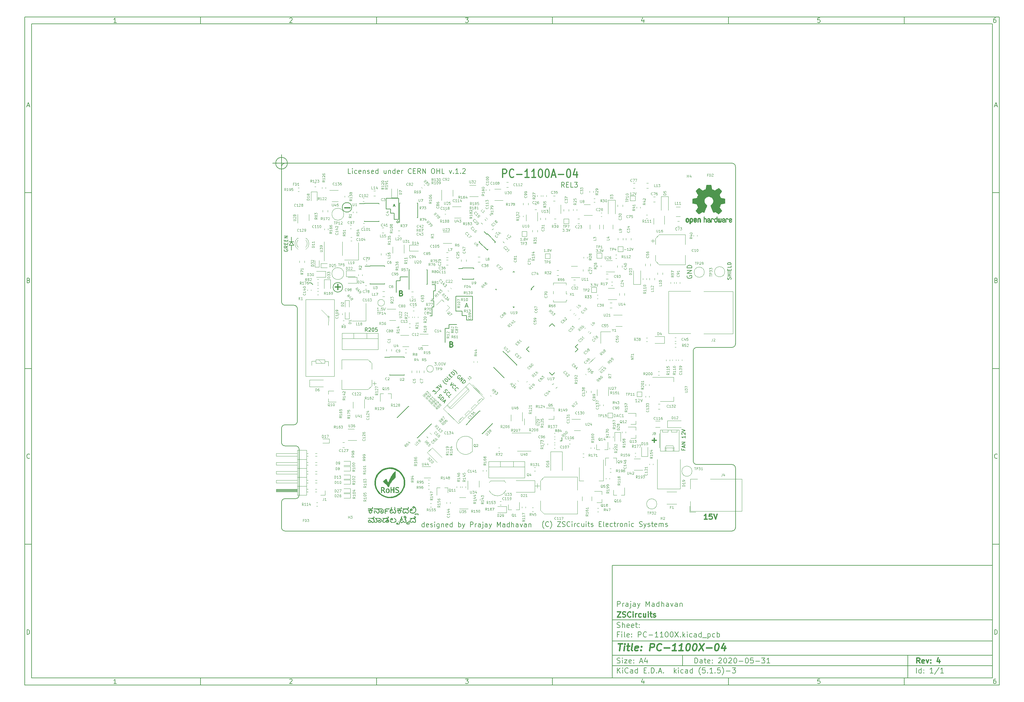
<source format=gbr>
G04 #@! TF.GenerationSoftware,KiCad,Pcbnew,(5.1.5)-3*
G04 #@! TF.CreationDate,2020-12-06T10:31:10+05:30*
G04 #@! TF.ProjectId,PC-1100X,50432d31-3130-4305-982e-6b696361645f,4*
G04 #@! TF.SameCoordinates,Original*
G04 #@! TF.FileFunction,Legend,Top*
G04 #@! TF.FilePolarity,Positive*
%FSLAX46Y46*%
G04 Gerber Fmt 4.6, Leading zero omitted, Abs format (unit mm)*
G04 Created by KiCad (PCBNEW (5.1.5)-3) date 2020-12-06 10:31:10*
%MOMM*%
%LPD*%
G04 APERTURE LIST*
%ADD10C,0.100000*%
%ADD11C,0.150000*%
%ADD12C,0.300000*%
%ADD13C,0.400000*%
%ADD14C,0.200000*%
G04 #@! TA.AperFunction,Profile*
%ADD15C,0.150000*%
G04 #@! TD*
%ADD16C,0.010000*%
%ADD17C,0.120000*%
G04 APERTURE END LIST*
D10*
D11*
X177002200Y-166007200D02*
X177002200Y-198007200D01*
X285002200Y-198007200D01*
X285002200Y-166007200D01*
X177002200Y-166007200D01*
D10*
D11*
X10000000Y-10000000D02*
X10000000Y-200007200D01*
X287002200Y-200007200D01*
X287002200Y-10000000D01*
X10000000Y-10000000D01*
D10*
D11*
X12000000Y-12000000D02*
X12000000Y-198007200D01*
X285002200Y-198007200D01*
X285002200Y-12000000D01*
X12000000Y-12000000D01*
D10*
D11*
X60000000Y-12000000D02*
X60000000Y-10000000D01*
D10*
D11*
X110000000Y-12000000D02*
X110000000Y-10000000D01*
D10*
D11*
X160000000Y-12000000D02*
X160000000Y-10000000D01*
D10*
D11*
X210000000Y-12000000D02*
X210000000Y-10000000D01*
D10*
D11*
X260000000Y-12000000D02*
X260000000Y-10000000D01*
D10*
D11*
X36065476Y-11588095D02*
X35322619Y-11588095D01*
X35694047Y-11588095D02*
X35694047Y-10288095D01*
X35570238Y-10473809D01*
X35446428Y-10597619D01*
X35322619Y-10659523D01*
D10*
D11*
X85322619Y-10411904D02*
X85384523Y-10350000D01*
X85508333Y-10288095D01*
X85817857Y-10288095D01*
X85941666Y-10350000D01*
X86003571Y-10411904D01*
X86065476Y-10535714D01*
X86065476Y-10659523D01*
X86003571Y-10845238D01*
X85260714Y-11588095D01*
X86065476Y-11588095D01*
D10*
D11*
X135260714Y-10288095D02*
X136065476Y-10288095D01*
X135632142Y-10783333D01*
X135817857Y-10783333D01*
X135941666Y-10845238D01*
X136003571Y-10907142D01*
X136065476Y-11030952D01*
X136065476Y-11340476D01*
X136003571Y-11464285D01*
X135941666Y-11526190D01*
X135817857Y-11588095D01*
X135446428Y-11588095D01*
X135322619Y-11526190D01*
X135260714Y-11464285D01*
D10*
D11*
X185941666Y-10721428D02*
X185941666Y-11588095D01*
X185632142Y-10226190D02*
X185322619Y-11154761D01*
X186127380Y-11154761D01*
D10*
D11*
X236003571Y-10288095D02*
X235384523Y-10288095D01*
X235322619Y-10907142D01*
X235384523Y-10845238D01*
X235508333Y-10783333D01*
X235817857Y-10783333D01*
X235941666Y-10845238D01*
X236003571Y-10907142D01*
X236065476Y-11030952D01*
X236065476Y-11340476D01*
X236003571Y-11464285D01*
X235941666Y-11526190D01*
X235817857Y-11588095D01*
X235508333Y-11588095D01*
X235384523Y-11526190D01*
X235322619Y-11464285D01*
D10*
D11*
X285941666Y-10288095D02*
X285694047Y-10288095D01*
X285570238Y-10350000D01*
X285508333Y-10411904D01*
X285384523Y-10597619D01*
X285322619Y-10845238D01*
X285322619Y-11340476D01*
X285384523Y-11464285D01*
X285446428Y-11526190D01*
X285570238Y-11588095D01*
X285817857Y-11588095D01*
X285941666Y-11526190D01*
X286003571Y-11464285D01*
X286065476Y-11340476D01*
X286065476Y-11030952D01*
X286003571Y-10907142D01*
X285941666Y-10845238D01*
X285817857Y-10783333D01*
X285570238Y-10783333D01*
X285446428Y-10845238D01*
X285384523Y-10907142D01*
X285322619Y-11030952D01*
D10*
D11*
X60000000Y-198007200D02*
X60000000Y-200007200D01*
D10*
D11*
X110000000Y-198007200D02*
X110000000Y-200007200D01*
D10*
D11*
X160000000Y-198007200D02*
X160000000Y-200007200D01*
D10*
D11*
X210000000Y-198007200D02*
X210000000Y-200007200D01*
D10*
D11*
X260000000Y-198007200D02*
X260000000Y-200007200D01*
D10*
D11*
X36065476Y-199595295D02*
X35322619Y-199595295D01*
X35694047Y-199595295D02*
X35694047Y-198295295D01*
X35570238Y-198481009D01*
X35446428Y-198604819D01*
X35322619Y-198666723D01*
D10*
D11*
X85322619Y-198419104D02*
X85384523Y-198357200D01*
X85508333Y-198295295D01*
X85817857Y-198295295D01*
X85941666Y-198357200D01*
X86003571Y-198419104D01*
X86065476Y-198542914D01*
X86065476Y-198666723D01*
X86003571Y-198852438D01*
X85260714Y-199595295D01*
X86065476Y-199595295D01*
D10*
D11*
X135260714Y-198295295D02*
X136065476Y-198295295D01*
X135632142Y-198790533D01*
X135817857Y-198790533D01*
X135941666Y-198852438D01*
X136003571Y-198914342D01*
X136065476Y-199038152D01*
X136065476Y-199347676D01*
X136003571Y-199471485D01*
X135941666Y-199533390D01*
X135817857Y-199595295D01*
X135446428Y-199595295D01*
X135322619Y-199533390D01*
X135260714Y-199471485D01*
D10*
D11*
X185941666Y-198728628D02*
X185941666Y-199595295D01*
X185632142Y-198233390D02*
X185322619Y-199161961D01*
X186127380Y-199161961D01*
D10*
D11*
X236003571Y-198295295D02*
X235384523Y-198295295D01*
X235322619Y-198914342D01*
X235384523Y-198852438D01*
X235508333Y-198790533D01*
X235817857Y-198790533D01*
X235941666Y-198852438D01*
X236003571Y-198914342D01*
X236065476Y-199038152D01*
X236065476Y-199347676D01*
X236003571Y-199471485D01*
X235941666Y-199533390D01*
X235817857Y-199595295D01*
X235508333Y-199595295D01*
X235384523Y-199533390D01*
X235322619Y-199471485D01*
D10*
D11*
X285941666Y-198295295D02*
X285694047Y-198295295D01*
X285570238Y-198357200D01*
X285508333Y-198419104D01*
X285384523Y-198604819D01*
X285322619Y-198852438D01*
X285322619Y-199347676D01*
X285384523Y-199471485D01*
X285446428Y-199533390D01*
X285570238Y-199595295D01*
X285817857Y-199595295D01*
X285941666Y-199533390D01*
X286003571Y-199471485D01*
X286065476Y-199347676D01*
X286065476Y-199038152D01*
X286003571Y-198914342D01*
X285941666Y-198852438D01*
X285817857Y-198790533D01*
X285570238Y-198790533D01*
X285446428Y-198852438D01*
X285384523Y-198914342D01*
X285322619Y-199038152D01*
D10*
D11*
X10000000Y-60000000D02*
X12000000Y-60000000D01*
D10*
D11*
X10000000Y-110000000D02*
X12000000Y-110000000D01*
D10*
D11*
X10000000Y-160000000D02*
X12000000Y-160000000D01*
D10*
D11*
X10690476Y-35216666D02*
X11309523Y-35216666D01*
X10566666Y-35588095D02*
X11000000Y-34288095D01*
X11433333Y-35588095D01*
D10*
D11*
X11092857Y-84907142D02*
X11278571Y-84969047D01*
X11340476Y-85030952D01*
X11402380Y-85154761D01*
X11402380Y-85340476D01*
X11340476Y-85464285D01*
X11278571Y-85526190D01*
X11154761Y-85588095D01*
X10659523Y-85588095D01*
X10659523Y-84288095D01*
X11092857Y-84288095D01*
X11216666Y-84350000D01*
X11278571Y-84411904D01*
X11340476Y-84535714D01*
X11340476Y-84659523D01*
X11278571Y-84783333D01*
X11216666Y-84845238D01*
X11092857Y-84907142D01*
X10659523Y-84907142D01*
D10*
D11*
X11402380Y-135464285D02*
X11340476Y-135526190D01*
X11154761Y-135588095D01*
X11030952Y-135588095D01*
X10845238Y-135526190D01*
X10721428Y-135402380D01*
X10659523Y-135278571D01*
X10597619Y-135030952D01*
X10597619Y-134845238D01*
X10659523Y-134597619D01*
X10721428Y-134473809D01*
X10845238Y-134350000D01*
X11030952Y-134288095D01*
X11154761Y-134288095D01*
X11340476Y-134350000D01*
X11402380Y-134411904D01*
D10*
D11*
X10659523Y-185588095D02*
X10659523Y-184288095D01*
X10969047Y-184288095D01*
X11154761Y-184350000D01*
X11278571Y-184473809D01*
X11340476Y-184597619D01*
X11402380Y-184845238D01*
X11402380Y-185030952D01*
X11340476Y-185278571D01*
X11278571Y-185402380D01*
X11154761Y-185526190D01*
X10969047Y-185588095D01*
X10659523Y-185588095D01*
D10*
D11*
X287002200Y-60000000D02*
X285002200Y-60000000D01*
D10*
D11*
X287002200Y-110000000D02*
X285002200Y-110000000D01*
D10*
D11*
X287002200Y-160000000D02*
X285002200Y-160000000D01*
D10*
D11*
X285692676Y-35216666D02*
X286311723Y-35216666D01*
X285568866Y-35588095D02*
X286002200Y-34288095D01*
X286435533Y-35588095D01*
D10*
D11*
X286095057Y-84907142D02*
X286280771Y-84969047D01*
X286342676Y-85030952D01*
X286404580Y-85154761D01*
X286404580Y-85340476D01*
X286342676Y-85464285D01*
X286280771Y-85526190D01*
X286156961Y-85588095D01*
X285661723Y-85588095D01*
X285661723Y-84288095D01*
X286095057Y-84288095D01*
X286218866Y-84350000D01*
X286280771Y-84411904D01*
X286342676Y-84535714D01*
X286342676Y-84659523D01*
X286280771Y-84783333D01*
X286218866Y-84845238D01*
X286095057Y-84907142D01*
X285661723Y-84907142D01*
D10*
D11*
X286404580Y-135464285D02*
X286342676Y-135526190D01*
X286156961Y-135588095D01*
X286033152Y-135588095D01*
X285847438Y-135526190D01*
X285723628Y-135402380D01*
X285661723Y-135278571D01*
X285599819Y-135030952D01*
X285599819Y-134845238D01*
X285661723Y-134597619D01*
X285723628Y-134473809D01*
X285847438Y-134350000D01*
X286033152Y-134288095D01*
X286156961Y-134288095D01*
X286342676Y-134350000D01*
X286404580Y-134411904D01*
D10*
D11*
X285661723Y-185588095D02*
X285661723Y-184288095D01*
X285971247Y-184288095D01*
X286156961Y-184350000D01*
X286280771Y-184473809D01*
X286342676Y-184597619D01*
X286404580Y-184845238D01*
X286404580Y-185030952D01*
X286342676Y-185278571D01*
X286280771Y-185402380D01*
X286156961Y-185526190D01*
X285971247Y-185588095D01*
X285661723Y-185588095D01*
D10*
D11*
X200434342Y-193785771D02*
X200434342Y-192285771D01*
X200791485Y-192285771D01*
X201005771Y-192357200D01*
X201148628Y-192500057D01*
X201220057Y-192642914D01*
X201291485Y-192928628D01*
X201291485Y-193142914D01*
X201220057Y-193428628D01*
X201148628Y-193571485D01*
X201005771Y-193714342D01*
X200791485Y-193785771D01*
X200434342Y-193785771D01*
X202577200Y-193785771D02*
X202577200Y-193000057D01*
X202505771Y-192857200D01*
X202362914Y-192785771D01*
X202077200Y-192785771D01*
X201934342Y-192857200D01*
X202577200Y-193714342D02*
X202434342Y-193785771D01*
X202077200Y-193785771D01*
X201934342Y-193714342D01*
X201862914Y-193571485D01*
X201862914Y-193428628D01*
X201934342Y-193285771D01*
X202077200Y-193214342D01*
X202434342Y-193214342D01*
X202577200Y-193142914D01*
X203077200Y-192785771D02*
X203648628Y-192785771D01*
X203291485Y-192285771D02*
X203291485Y-193571485D01*
X203362914Y-193714342D01*
X203505771Y-193785771D01*
X203648628Y-193785771D01*
X204720057Y-193714342D02*
X204577200Y-193785771D01*
X204291485Y-193785771D01*
X204148628Y-193714342D01*
X204077200Y-193571485D01*
X204077200Y-193000057D01*
X204148628Y-192857200D01*
X204291485Y-192785771D01*
X204577200Y-192785771D01*
X204720057Y-192857200D01*
X204791485Y-193000057D01*
X204791485Y-193142914D01*
X204077200Y-193285771D01*
X205434342Y-193642914D02*
X205505771Y-193714342D01*
X205434342Y-193785771D01*
X205362914Y-193714342D01*
X205434342Y-193642914D01*
X205434342Y-193785771D01*
X205434342Y-192857200D02*
X205505771Y-192928628D01*
X205434342Y-193000057D01*
X205362914Y-192928628D01*
X205434342Y-192857200D01*
X205434342Y-193000057D01*
X207220057Y-192428628D02*
X207291485Y-192357200D01*
X207434342Y-192285771D01*
X207791485Y-192285771D01*
X207934342Y-192357200D01*
X208005771Y-192428628D01*
X208077200Y-192571485D01*
X208077200Y-192714342D01*
X208005771Y-192928628D01*
X207148628Y-193785771D01*
X208077200Y-193785771D01*
X209005771Y-192285771D02*
X209148628Y-192285771D01*
X209291485Y-192357200D01*
X209362914Y-192428628D01*
X209434342Y-192571485D01*
X209505771Y-192857200D01*
X209505771Y-193214342D01*
X209434342Y-193500057D01*
X209362914Y-193642914D01*
X209291485Y-193714342D01*
X209148628Y-193785771D01*
X209005771Y-193785771D01*
X208862914Y-193714342D01*
X208791485Y-193642914D01*
X208720057Y-193500057D01*
X208648628Y-193214342D01*
X208648628Y-192857200D01*
X208720057Y-192571485D01*
X208791485Y-192428628D01*
X208862914Y-192357200D01*
X209005771Y-192285771D01*
X210077200Y-192428628D02*
X210148628Y-192357200D01*
X210291485Y-192285771D01*
X210648628Y-192285771D01*
X210791485Y-192357200D01*
X210862914Y-192428628D01*
X210934342Y-192571485D01*
X210934342Y-192714342D01*
X210862914Y-192928628D01*
X210005771Y-193785771D01*
X210934342Y-193785771D01*
X211862914Y-192285771D02*
X212005771Y-192285771D01*
X212148628Y-192357200D01*
X212220057Y-192428628D01*
X212291485Y-192571485D01*
X212362914Y-192857200D01*
X212362914Y-193214342D01*
X212291485Y-193500057D01*
X212220057Y-193642914D01*
X212148628Y-193714342D01*
X212005771Y-193785771D01*
X211862914Y-193785771D01*
X211720057Y-193714342D01*
X211648628Y-193642914D01*
X211577200Y-193500057D01*
X211505771Y-193214342D01*
X211505771Y-192857200D01*
X211577200Y-192571485D01*
X211648628Y-192428628D01*
X211720057Y-192357200D01*
X211862914Y-192285771D01*
X213005771Y-193214342D02*
X214148628Y-193214342D01*
X215148628Y-192285771D02*
X215291485Y-192285771D01*
X215434342Y-192357200D01*
X215505771Y-192428628D01*
X215577200Y-192571485D01*
X215648628Y-192857200D01*
X215648628Y-193214342D01*
X215577200Y-193500057D01*
X215505771Y-193642914D01*
X215434342Y-193714342D01*
X215291485Y-193785771D01*
X215148628Y-193785771D01*
X215005771Y-193714342D01*
X214934342Y-193642914D01*
X214862914Y-193500057D01*
X214791485Y-193214342D01*
X214791485Y-192857200D01*
X214862914Y-192571485D01*
X214934342Y-192428628D01*
X215005771Y-192357200D01*
X215148628Y-192285771D01*
X217005771Y-192285771D02*
X216291485Y-192285771D01*
X216220057Y-193000057D01*
X216291485Y-192928628D01*
X216434342Y-192857200D01*
X216791485Y-192857200D01*
X216934342Y-192928628D01*
X217005771Y-193000057D01*
X217077200Y-193142914D01*
X217077200Y-193500057D01*
X217005771Y-193642914D01*
X216934342Y-193714342D01*
X216791485Y-193785771D01*
X216434342Y-193785771D01*
X216291485Y-193714342D01*
X216220057Y-193642914D01*
X217720057Y-193214342D02*
X218862914Y-193214342D01*
X219434342Y-192285771D02*
X220362914Y-192285771D01*
X219862914Y-192857200D01*
X220077200Y-192857200D01*
X220220057Y-192928628D01*
X220291485Y-193000057D01*
X220362914Y-193142914D01*
X220362914Y-193500057D01*
X220291485Y-193642914D01*
X220220057Y-193714342D01*
X220077200Y-193785771D01*
X219648628Y-193785771D01*
X219505771Y-193714342D01*
X219434342Y-193642914D01*
X221791485Y-193785771D02*
X220934342Y-193785771D01*
X221362914Y-193785771D02*
X221362914Y-192285771D01*
X221220057Y-192500057D01*
X221077200Y-192642914D01*
X220934342Y-192714342D01*
D10*
D11*
X177002200Y-194507200D02*
X285002200Y-194507200D01*
D10*
D11*
X178434342Y-196585771D02*
X178434342Y-195085771D01*
X179291485Y-196585771D02*
X178648628Y-195728628D01*
X179291485Y-195085771D02*
X178434342Y-195942914D01*
X179934342Y-196585771D02*
X179934342Y-195585771D01*
X179934342Y-195085771D02*
X179862914Y-195157200D01*
X179934342Y-195228628D01*
X180005771Y-195157200D01*
X179934342Y-195085771D01*
X179934342Y-195228628D01*
X181505771Y-196442914D02*
X181434342Y-196514342D01*
X181220057Y-196585771D01*
X181077200Y-196585771D01*
X180862914Y-196514342D01*
X180720057Y-196371485D01*
X180648628Y-196228628D01*
X180577200Y-195942914D01*
X180577200Y-195728628D01*
X180648628Y-195442914D01*
X180720057Y-195300057D01*
X180862914Y-195157200D01*
X181077200Y-195085771D01*
X181220057Y-195085771D01*
X181434342Y-195157200D01*
X181505771Y-195228628D01*
X182791485Y-196585771D02*
X182791485Y-195800057D01*
X182720057Y-195657200D01*
X182577200Y-195585771D01*
X182291485Y-195585771D01*
X182148628Y-195657200D01*
X182791485Y-196514342D02*
X182648628Y-196585771D01*
X182291485Y-196585771D01*
X182148628Y-196514342D01*
X182077200Y-196371485D01*
X182077200Y-196228628D01*
X182148628Y-196085771D01*
X182291485Y-196014342D01*
X182648628Y-196014342D01*
X182791485Y-195942914D01*
X184148628Y-196585771D02*
X184148628Y-195085771D01*
X184148628Y-196514342D02*
X184005771Y-196585771D01*
X183720057Y-196585771D01*
X183577200Y-196514342D01*
X183505771Y-196442914D01*
X183434342Y-196300057D01*
X183434342Y-195871485D01*
X183505771Y-195728628D01*
X183577200Y-195657200D01*
X183720057Y-195585771D01*
X184005771Y-195585771D01*
X184148628Y-195657200D01*
X186005771Y-195800057D02*
X186505771Y-195800057D01*
X186720057Y-196585771D02*
X186005771Y-196585771D01*
X186005771Y-195085771D01*
X186720057Y-195085771D01*
X187362914Y-196442914D02*
X187434342Y-196514342D01*
X187362914Y-196585771D01*
X187291485Y-196514342D01*
X187362914Y-196442914D01*
X187362914Y-196585771D01*
X188077200Y-196585771D02*
X188077200Y-195085771D01*
X188434342Y-195085771D01*
X188648628Y-195157200D01*
X188791485Y-195300057D01*
X188862914Y-195442914D01*
X188934342Y-195728628D01*
X188934342Y-195942914D01*
X188862914Y-196228628D01*
X188791485Y-196371485D01*
X188648628Y-196514342D01*
X188434342Y-196585771D01*
X188077200Y-196585771D01*
X189577200Y-196442914D02*
X189648628Y-196514342D01*
X189577200Y-196585771D01*
X189505771Y-196514342D01*
X189577200Y-196442914D01*
X189577200Y-196585771D01*
X190220057Y-196157200D02*
X190934342Y-196157200D01*
X190077200Y-196585771D02*
X190577200Y-195085771D01*
X191077200Y-196585771D01*
X191577200Y-196442914D02*
X191648628Y-196514342D01*
X191577200Y-196585771D01*
X191505771Y-196514342D01*
X191577200Y-196442914D01*
X191577200Y-196585771D01*
X194577200Y-196585771D02*
X194577200Y-195085771D01*
X194720057Y-196014342D02*
X195148628Y-196585771D01*
X195148628Y-195585771D02*
X194577200Y-196157200D01*
X195791485Y-196585771D02*
X195791485Y-195585771D01*
X195791485Y-195085771D02*
X195720057Y-195157200D01*
X195791485Y-195228628D01*
X195862914Y-195157200D01*
X195791485Y-195085771D01*
X195791485Y-195228628D01*
X197148628Y-196514342D02*
X197005771Y-196585771D01*
X196720057Y-196585771D01*
X196577200Y-196514342D01*
X196505771Y-196442914D01*
X196434342Y-196300057D01*
X196434342Y-195871485D01*
X196505771Y-195728628D01*
X196577200Y-195657200D01*
X196720057Y-195585771D01*
X197005771Y-195585771D01*
X197148628Y-195657200D01*
X198434342Y-196585771D02*
X198434342Y-195800057D01*
X198362914Y-195657200D01*
X198220057Y-195585771D01*
X197934342Y-195585771D01*
X197791485Y-195657200D01*
X198434342Y-196514342D02*
X198291485Y-196585771D01*
X197934342Y-196585771D01*
X197791485Y-196514342D01*
X197720057Y-196371485D01*
X197720057Y-196228628D01*
X197791485Y-196085771D01*
X197934342Y-196014342D01*
X198291485Y-196014342D01*
X198434342Y-195942914D01*
X199791485Y-196585771D02*
X199791485Y-195085771D01*
X199791485Y-196514342D02*
X199648628Y-196585771D01*
X199362914Y-196585771D01*
X199220057Y-196514342D01*
X199148628Y-196442914D01*
X199077200Y-196300057D01*
X199077200Y-195871485D01*
X199148628Y-195728628D01*
X199220057Y-195657200D01*
X199362914Y-195585771D01*
X199648628Y-195585771D01*
X199791485Y-195657200D01*
X202077200Y-197157200D02*
X202005771Y-197085771D01*
X201862914Y-196871485D01*
X201791485Y-196728628D01*
X201720057Y-196514342D01*
X201648628Y-196157200D01*
X201648628Y-195871485D01*
X201720057Y-195514342D01*
X201791485Y-195300057D01*
X201862914Y-195157200D01*
X202005771Y-194942914D01*
X202077200Y-194871485D01*
X203362914Y-195085771D02*
X202648628Y-195085771D01*
X202577200Y-195800057D01*
X202648628Y-195728628D01*
X202791485Y-195657200D01*
X203148628Y-195657200D01*
X203291485Y-195728628D01*
X203362914Y-195800057D01*
X203434342Y-195942914D01*
X203434342Y-196300057D01*
X203362914Y-196442914D01*
X203291485Y-196514342D01*
X203148628Y-196585771D01*
X202791485Y-196585771D01*
X202648628Y-196514342D01*
X202577200Y-196442914D01*
X204077200Y-196442914D02*
X204148628Y-196514342D01*
X204077200Y-196585771D01*
X204005771Y-196514342D01*
X204077200Y-196442914D01*
X204077200Y-196585771D01*
X205577200Y-196585771D02*
X204720057Y-196585771D01*
X205148628Y-196585771D02*
X205148628Y-195085771D01*
X205005771Y-195300057D01*
X204862914Y-195442914D01*
X204720057Y-195514342D01*
X206220057Y-196442914D02*
X206291485Y-196514342D01*
X206220057Y-196585771D01*
X206148628Y-196514342D01*
X206220057Y-196442914D01*
X206220057Y-196585771D01*
X207648628Y-195085771D02*
X206934342Y-195085771D01*
X206862914Y-195800057D01*
X206934342Y-195728628D01*
X207077200Y-195657200D01*
X207434342Y-195657200D01*
X207577200Y-195728628D01*
X207648628Y-195800057D01*
X207720057Y-195942914D01*
X207720057Y-196300057D01*
X207648628Y-196442914D01*
X207577200Y-196514342D01*
X207434342Y-196585771D01*
X207077200Y-196585771D01*
X206934342Y-196514342D01*
X206862914Y-196442914D01*
X208220057Y-197157200D02*
X208291485Y-197085771D01*
X208434342Y-196871485D01*
X208505771Y-196728628D01*
X208577200Y-196514342D01*
X208648628Y-196157200D01*
X208648628Y-195871485D01*
X208577200Y-195514342D01*
X208505771Y-195300057D01*
X208434342Y-195157200D01*
X208291485Y-194942914D01*
X208220057Y-194871485D01*
X209362914Y-196014342D02*
X210505771Y-196014342D01*
X211077200Y-195085771D02*
X212005771Y-195085771D01*
X211505771Y-195657200D01*
X211720057Y-195657200D01*
X211862914Y-195728628D01*
X211934342Y-195800057D01*
X212005771Y-195942914D01*
X212005771Y-196300057D01*
X211934342Y-196442914D01*
X211862914Y-196514342D01*
X211720057Y-196585771D01*
X211291485Y-196585771D01*
X211148628Y-196514342D01*
X211077200Y-196442914D01*
D10*
D11*
X177002200Y-191507200D02*
X285002200Y-191507200D01*
D10*
D12*
X264411485Y-193785771D02*
X263911485Y-193071485D01*
X263554342Y-193785771D02*
X263554342Y-192285771D01*
X264125771Y-192285771D01*
X264268628Y-192357200D01*
X264340057Y-192428628D01*
X264411485Y-192571485D01*
X264411485Y-192785771D01*
X264340057Y-192928628D01*
X264268628Y-193000057D01*
X264125771Y-193071485D01*
X263554342Y-193071485D01*
X265625771Y-193714342D02*
X265482914Y-193785771D01*
X265197200Y-193785771D01*
X265054342Y-193714342D01*
X264982914Y-193571485D01*
X264982914Y-193000057D01*
X265054342Y-192857200D01*
X265197200Y-192785771D01*
X265482914Y-192785771D01*
X265625771Y-192857200D01*
X265697200Y-193000057D01*
X265697200Y-193142914D01*
X264982914Y-193285771D01*
X266197200Y-192785771D02*
X266554342Y-193785771D01*
X266911485Y-192785771D01*
X267482914Y-193642914D02*
X267554342Y-193714342D01*
X267482914Y-193785771D01*
X267411485Y-193714342D01*
X267482914Y-193642914D01*
X267482914Y-193785771D01*
X267482914Y-192857200D02*
X267554342Y-192928628D01*
X267482914Y-193000057D01*
X267411485Y-192928628D01*
X267482914Y-192857200D01*
X267482914Y-193000057D01*
X269982914Y-192785771D02*
X269982914Y-193785771D01*
X269625771Y-192214342D02*
X269268628Y-193285771D01*
X270197200Y-193285771D01*
D10*
D11*
X178362914Y-193714342D02*
X178577200Y-193785771D01*
X178934342Y-193785771D01*
X179077200Y-193714342D01*
X179148628Y-193642914D01*
X179220057Y-193500057D01*
X179220057Y-193357200D01*
X179148628Y-193214342D01*
X179077200Y-193142914D01*
X178934342Y-193071485D01*
X178648628Y-193000057D01*
X178505771Y-192928628D01*
X178434342Y-192857200D01*
X178362914Y-192714342D01*
X178362914Y-192571485D01*
X178434342Y-192428628D01*
X178505771Y-192357200D01*
X178648628Y-192285771D01*
X179005771Y-192285771D01*
X179220057Y-192357200D01*
X179862914Y-193785771D02*
X179862914Y-192785771D01*
X179862914Y-192285771D02*
X179791485Y-192357200D01*
X179862914Y-192428628D01*
X179934342Y-192357200D01*
X179862914Y-192285771D01*
X179862914Y-192428628D01*
X180434342Y-192785771D02*
X181220057Y-192785771D01*
X180434342Y-193785771D01*
X181220057Y-193785771D01*
X182362914Y-193714342D02*
X182220057Y-193785771D01*
X181934342Y-193785771D01*
X181791485Y-193714342D01*
X181720057Y-193571485D01*
X181720057Y-193000057D01*
X181791485Y-192857200D01*
X181934342Y-192785771D01*
X182220057Y-192785771D01*
X182362914Y-192857200D01*
X182434342Y-193000057D01*
X182434342Y-193142914D01*
X181720057Y-193285771D01*
X183077200Y-193642914D02*
X183148628Y-193714342D01*
X183077200Y-193785771D01*
X183005771Y-193714342D01*
X183077200Y-193642914D01*
X183077200Y-193785771D01*
X183077200Y-192857200D02*
X183148628Y-192928628D01*
X183077200Y-193000057D01*
X183005771Y-192928628D01*
X183077200Y-192857200D01*
X183077200Y-193000057D01*
X184862914Y-193357200D02*
X185577200Y-193357200D01*
X184720057Y-193785771D02*
X185220057Y-192285771D01*
X185720057Y-193785771D01*
X186862914Y-192785771D02*
X186862914Y-193785771D01*
X186505771Y-192214342D02*
X186148628Y-193285771D01*
X187077200Y-193285771D01*
D10*
D11*
X263434342Y-196585771D02*
X263434342Y-195085771D01*
X264791485Y-196585771D02*
X264791485Y-195085771D01*
X264791485Y-196514342D02*
X264648628Y-196585771D01*
X264362914Y-196585771D01*
X264220057Y-196514342D01*
X264148628Y-196442914D01*
X264077200Y-196300057D01*
X264077200Y-195871485D01*
X264148628Y-195728628D01*
X264220057Y-195657200D01*
X264362914Y-195585771D01*
X264648628Y-195585771D01*
X264791485Y-195657200D01*
X265505771Y-196442914D02*
X265577200Y-196514342D01*
X265505771Y-196585771D01*
X265434342Y-196514342D01*
X265505771Y-196442914D01*
X265505771Y-196585771D01*
X265505771Y-195657200D02*
X265577200Y-195728628D01*
X265505771Y-195800057D01*
X265434342Y-195728628D01*
X265505771Y-195657200D01*
X265505771Y-195800057D01*
X268148628Y-196585771D02*
X267291485Y-196585771D01*
X267720057Y-196585771D02*
X267720057Y-195085771D01*
X267577200Y-195300057D01*
X267434342Y-195442914D01*
X267291485Y-195514342D01*
X269862914Y-195014342D02*
X268577200Y-196942914D01*
X271148628Y-196585771D02*
X270291485Y-196585771D01*
X270720057Y-196585771D02*
X270720057Y-195085771D01*
X270577200Y-195300057D01*
X270434342Y-195442914D01*
X270291485Y-195514342D01*
D10*
D11*
X177002200Y-187507200D02*
X285002200Y-187507200D01*
D10*
D13*
X178714580Y-188211961D02*
X179857438Y-188211961D01*
X179036009Y-190211961D02*
X179286009Y-188211961D01*
X180274104Y-190211961D02*
X180440771Y-188878628D01*
X180524104Y-188211961D02*
X180416961Y-188307200D01*
X180500295Y-188402438D01*
X180607438Y-188307200D01*
X180524104Y-188211961D01*
X180500295Y-188402438D01*
X181107438Y-188878628D02*
X181869342Y-188878628D01*
X181476485Y-188211961D02*
X181262200Y-189926247D01*
X181333628Y-190116723D01*
X181512200Y-190211961D01*
X181702676Y-190211961D01*
X182655057Y-190211961D02*
X182476485Y-190116723D01*
X182405057Y-189926247D01*
X182619342Y-188211961D01*
X184190771Y-190116723D02*
X183988390Y-190211961D01*
X183607438Y-190211961D01*
X183428866Y-190116723D01*
X183357438Y-189926247D01*
X183452676Y-189164342D01*
X183571723Y-188973866D01*
X183774104Y-188878628D01*
X184155057Y-188878628D01*
X184333628Y-188973866D01*
X184405057Y-189164342D01*
X184381247Y-189354819D01*
X183405057Y-189545295D01*
X185155057Y-190021485D02*
X185238390Y-190116723D01*
X185131247Y-190211961D01*
X185047914Y-190116723D01*
X185155057Y-190021485D01*
X185131247Y-190211961D01*
X185286009Y-188973866D02*
X185369342Y-189069104D01*
X185262200Y-189164342D01*
X185178866Y-189069104D01*
X185286009Y-188973866D01*
X185262200Y-189164342D01*
X187607438Y-190211961D02*
X187857438Y-188211961D01*
X188619342Y-188211961D01*
X188797914Y-188307200D01*
X188881247Y-188402438D01*
X188952676Y-188592914D01*
X188916961Y-188878628D01*
X188797914Y-189069104D01*
X188690771Y-189164342D01*
X188488390Y-189259580D01*
X187726485Y-189259580D01*
X190774104Y-190021485D02*
X190666961Y-190116723D01*
X190369342Y-190211961D01*
X190178866Y-190211961D01*
X189905057Y-190116723D01*
X189738390Y-189926247D01*
X189666961Y-189735771D01*
X189619342Y-189354819D01*
X189655057Y-189069104D01*
X189797914Y-188688152D01*
X189916961Y-188497676D01*
X190131247Y-188307200D01*
X190428866Y-188211961D01*
X190619342Y-188211961D01*
X190893152Y-188307200D01*
X190976485Y-188402438D01*
X191702676Y-189450057D02*
X193226485Y-189450057D01*
X195131247Y-190211961D02*
X193988390Y-190211961D01*
X194559819Y-190211961D02*
X194809819Y-188211961D01*
X194583628Y-188497676D01*
X194369342Y-188688152D01*
X194166961Y-188783390D01*
X197036009Y-190211961D02*
X195893152Y-190211961D01*
X196464580Y-190211961D02*
X196714580Y-188211961D01*
X196488390Y-188497676D01*
X196274104Y-188688152D01*
X196071723Y-188783390D01*
X198524104Y-188211961D02*
X198714580Y-188211961D01*
X198893152Y-188307200D01*
X198976485Y-188402438D01*
X199047914Y-188592914D01*
X199095533Y-188973866D01*
X199036009Y-189450057D01*
X198893152Y-189831009D01*
X198774104Y-190021485D01*
X198666961Y-190116723D01*
X198464580Y-190211961D01*
X198274104Y-190211961D01*
X198095533Y-190116723D01*
X198012200Y-190021485D01*
X197940771Y-189831009D01*
X197893152Y-189450057D01*
X197952676Y-188973866D01*
X198095533Y-188592914D01*
X198214580Y-188402438D01*
X198321723Y-188307200D01*
X198524104Y-188211961D01*
X200428866Y-188211961D02*
X200619342Y-188211961D01*
X200797914Y-188307200D01*
X200881247Y-188402438D01*
X200952676Y-188592914D01*
X201000295Y-188973866D01*
X200940771Y-189450057D01*
X200797914Y-189831009D01*
X200678866Y-190021485D01*
X200571723Y-190116723D01*
X200369342Y-190211961D01*
X200178866Y-190211961D01*
X200000295Y-190116723D01*
X199916961Y-190021485D01*
X199845533Y-189831009D01*
X199797914Y-189450057D01*
X199857438Y-188973866D01*
X200000295Y-188592914D01*
X200119342Y-188402438D01*
X200226485Y-188307200D01*
X200428866Y-188211961D01*
X201762200Y-188211961D02*
X202845533Y-190211961D01*
X203095533Y-188211961D02*
X201512200Y-190211961D01*
X203702676Y-189450057D02*
X205226485Y-189450057D01*
X206714580Y-188211961D02*
X206905057Y-188211961D01*
X207083628Y-188307200D01*
X207166961Y-188402438D01*
X207238390Y-188592914D01*
X207286009Y-188973866D01*
X207226485Y-189450057D01*
X207083628Y-189831009D01*
X206964580Y-190021485D01*
X206857438Y-190116723D01*
X206655057Y-190211961D01*
X206464580Y-190211961D01*
X206286009Y-190116723D01*
X206202676Y-190021485D01*
X206131247Y-189831009D01*
X206083628Y-189450057D01*
X206143152Y-188973866D01*
X206286009Y-188592914D01*
X206405057Y-188402438D01*
X206512200Y-188307200D01*
X206714580Y-188211961D01*
X209012200Y-188878628D02*
X208845533Y-190211961D01*
X208631247Y-188116723D02*
X207976485Y-189545295D01*
X209214580Y-189545295D01*
D10*
D11*
X178934342Y-185600057D02*
X178434342Y-185600057D01*
X178434342Y-186385771D02*
X178434342Y-184885771D01*
X179148628Y-184885771D01*
X179720057Y-186385771D02*
X179720057Y-185385771D01*
X179720057Y-184885771D02*
X179648628Y-184957200D01*
X179720057Y-185028628D01*
X179791485Y-184957200D01*
X179720057Y-184885771D01*
X179720057Y-185028628D01*
X180648628Y-186385771D02*
X180505771Y-186314342D01*
X180434342Y-186171485D01*
X180434342Y-184885771D01*
X181791485Y-186314342D02*
X181648628Y-186385771D01*
X181362914Y-186385771D01*
X181220057Y-186314342D01*
X181148628Y-186171485D01*
X181148628Y-185600057D01*
X181220057Y-185457200D01*
X181362914Y-185385771D01*
X181648628Y-185385771D01*
X181791485Y-185457200D01*
X181862914Y-185600057D01*
X181862914Y-185742914D01*
X181148628Y-185885771D01*
X182505771Y-186242914D02*
X182577200Y-186314342D01*
X182505771Y-186385771D01*
X182434342Y-186314342D01*
X182505771Y-186242914D01*
X182505771Y-186385771D01*
X182505771Y-185457200D02*
X182577200Y-185528628D01*
X182505771Y-185600057D01*
X182434342Y-185528628D01*
X182505771Y-185457200D01*
X182505771Y-185600057D01*
X184362914Y-186385771D02*
X184362914Y-184885771D01*
X184934342Y-184885771D01*
X185077200Y-184957200D01*
X185148628Y-185028628D01*
X185220057Y-185171485D01*
X185220057Y-185385771D01*
X185148628Y-185528628D01*
X185077200Y-185600057D01*
X184934342Y-185671485D01*
X184362914Y-185671485D01*
X186720057Y-186242914D02*
X186648628Y-186314342D01*
X186434342Y-186385771D01*
X186291485Y-186385771D01*
X186077200Y-186314342D01*
X185934342Y-186171485D01*
X185862914Y-186028628D01*
X185791485Y-185742914D01*
X185791485Y-185528628D01*
X185862914Y-185242914D01*
X185934342Y-185100057D01*
X186077200Y-184957200D01*
X186291485Y-184885771D01*
X186434342Y-184885771D01*
X186648628Y-184957200D01*
X186720057Y-185028628D01*
X187362914Y-185814342D02*
X188505771Y-185814342D01*
X190005771Y-186385771D02*
X189148628Y-186385771D01*
X189577200Y-186385771D02*
X189577200Y-184885771D01*
X189434342Y-185100057D01*
X189291485Y-185242914D01*
X189148628Y-185314342D01*
X191434342Y-186385771D02*
X190577200Y-186385771D01*
X191005771Y-186385771D02*
X191005771Y-184885771D01*
X190862914Y-185100057D01*
X190720057Y-185242914D01*
X190577200Y-185314342D01*
X192362914Y-184885771D02*
X192505771Y-184885771D01*
X192648628Y-184957200D01*
X192720057Y-185028628D01*
X192791485Y-185171485D01*
X192862914Y-185457200D01*
X192862914Y-185814342D01*
X192791485Y-186100057D01*
X192720057Y-186242914D01*
X192648628Y-186314342D01*
X192505771Y-186385771D01*
X192362914Y-186385771D01*
X192220057Y-186314342D01*
X192148628Y-186242914D01*
X192077200Y-186100057D01*
X192005771Y-185814342D01*
X192005771Y-185457200D01*
X192077200Y-185171485D01*
X192148628Y-185028628D01*
X192220057Y-184957200D01*
X192362914Y-184885771D01*
X193791485Y-184885771D02*
X193934342Y-184885771D01*
X194077200Y-184957200D01*
X194148628Y-185028628D01*
X194220057Y-185171485D01*
X194291485Y-185457200D01*
X194291485Y-185814342D01*
X194220057Y-186100057D01*
X194148628Y-186242914D01*
X194077200Y-186314342D01*
X193934342Y-186385771D01*
X193791485Y-186385771D01*
X193648628Y-186314342D01*
X193577200Y-186242914D01*
X193505771Y-186100057D01*
X193434342Y-185814342D01*
X193434342Y-185457200D01*
X193505771Y-185171485D01*
X193577200Y-185028628D01*
X193648628Y-184957200D01*
X193791485Y-184885771D01*
X194791485Y-184885771D02*
X195791485Y-186385771D01*
X195791485Y-184885771D02*
X194791485Y-186385771D01*
X196362914Y-186242914D02*
X196434342Y-186314342D01*
X196362914Y-186385771D01*
X196291485Y-186314342D01*
X196362914Y-186242914D01*
X196362914Y-186385771D01*
X197077200Y-186385771D02*
X197077200Y-184885771D01*
X197220057Y-185814342D02*
X197648628Y-186385771D01*
X197648628Y-185385771D02*
X197077200Y-185957200D01*
X198291485Y-186385771D02*
X198291485Y-185385771D01*
X198291485Y-184885771D02*
X198220057Y-184957200D01*
X198291485Y-185028628D01*
X198362914Y-184957200D01*
X198291485Y-184885771D01*
X198291485Y-185028628D01*
X199648628Y-186314342D02*
X199505771Y-186385771D01*
X199220057Y-186385771D01*
X199077200Y-186314342D01*
X199005771Y-186242914D01*
X198934342Y-186100057D01*
X198934342Y-185671485D01*
X199005771Y-185528628D01*
X199077200Y-185457200D01*
X199220057Y-185385771D01*
X199505771Y-185385771D01*
X199648628Y-185457200D01*
X200934342Y-186385771D02*
X200934342Y-185600057D01*
X200862914Y-185457200D01*
X200720057Y-185385771D01*
X200434342Y-185385771D01*
X200291485Y-185457200D01*
X200934342Y-186314342D02*
X200791485Y-186385771D01*
X200434342Y-186385771D01*
X200291485Y-186314342D01*
X200220057Y-186171485D01*
X200220057Y-186028628D01*
X200291485Y-185885771D01*
X200434342Y-185814342D01*
X200791485Y-185814342D01*
X200934342Y-185742914D01*
X202291485Y-186385771D02*
X202291485Y-184885771D01*
X202291485Y-186314342D02*
X202148628Y-186385771D01*
X201862914Y-186385771D01*
X201720057Y-186314342D01*
X201648628Y-186242914D01*
X201577200Y-186100057D01*
X201577200Y-185671485D01*
X201648628Y-185528628D01*
X201720057Y-185457200D01*
X201862914Y-185385771D01*
X202148628Y-185385771D01*
X202291485Y-185457200D01*
X202648628Y-186528628D02*
X203791485Y-186528628D01*
X204148628Y-185385771D02*
X204148628Y-186885771D01*
X204148628Y-185457200D02*
X204291485Y-185385771D01*
X204577200Y-185385771D01*
X204720057Y-185457200D01*
X204791485Y-185528628D01*
X204862914Y-185671485D01*
X204862914Y-186100057D01*
X204791485Y-186242914D01*
X204720057Y-186314342D01*
X204577200Y-186385771D01*
X204291485Y-186385771D01*
X204148628Y-186314342D01*
X206148628Y-186314342D02*
X206005771Y-186385771D01*
X205720057Y-186385771D01*
X205577200Y-186314342D01*
X205505771Y-186242914D01*
X205434342Y-186100057D01*
X205434342Y-185671485D01*
X205505771Y-185528628D01*
X205577200Y-185457200D01*
X205720057Y-185385771D01*
X206005771Y-185385771D01*
X206148628Y-185457200D01*
X206791485Y-186385771D02*
X206791485Y-184885771D01*
X206791485Y-185457200D02*
X206934342Y-185385771D01*
X207220057Y-185385771D01*
X207362914Y-185457200D01*
X207434342Y-185528628D01*
X207505771Y-185671485D01*
X207505771Y-186100057D01*
X207434342Y-186242914D01*
X207362914Y-186314342D01*
X207220057Y-186385771D01*
X206934342Y-186385771D01*
X206791485Y-186314342D01*
D10*
D11*
X177002200Y-181507200D02*
X285002200Y-181507200D01*
D10*
D11*
X178362914Y-183614342D02*
X178577200Y-183685771D01*
X178934342Y-183685771D01*
X179077200Y-183614342D01*
X179148628Y-183542914D01*
X179220057Y-183400057D01*
X179220057Y-183257200D01*
X179148628Y-183114342D01*
X179077200Y-183042914D01*
X178934342Y-182971485D01*
X178648628Y-182900057D01*
X178505771Y-182828628D01*
X178434342Y-182757200D01*
X178362914Y-182614342D01*
X178362914Y-182471485D01*
X178434342Y-182328628D01*
X178505771Y-182257200D01*
X178648628Y-182185771D01*
X179005771Y-182185771D01*
X179220057Y-182257200D01*
X179862914Y-183685771D02*
X179862914Y-182185771D01*
X180505771Y-183685771D02*
X180505771Y-182900057D01*
X180434342Y-182757200D01*
X180291485Y-182685771D01*
X180077200Y-182685771D01*
X179934342Y-182757200D01*
X179862914Y-182828628D01*
X181791485Y-183614342D02*
X181648628Y-183685771D01*
X181362914Y-183685771D01*
X181220057Y-183614342D01*
X181148628Y-183471485D01*
X181148628Y-182900057D01*
X181220057Y-182757200D01*
X181362914Y-182685771D01*
X181648628Y-182685771D01*
X181791485Y-182757200D01*
X181862914Y-182900057D01*
X181862914Y-183042914D01*
X181148628Y-183185771D01*
X183077200Y-183614342D02*
X182934342Y-183685771D01*
X182648628Y-183685771D01*
X182505771Y-183614342D01*
X182434342Y-183471485D01*
X182434342Y-182900057D01*
X182505771Y-182757200D01*
X182648628Y-182685771D01*
X182934342Y-182685771D01*
X183077200Y-182757200D01*
X183148628Y-182900057D01*
X183148628Y-183042914D01*
X182434342Y-183185771D01*
X183577200Y-182685771D02*
X184148628Y-182685771D01*
X183791485Y-182185771D02*
X183791485Y-183471485D01*
X183862914Y-183614342D01*
X184005771Y-183685771D01*
X184148628Y-183685771D01*
X184648628Y-183542914D02*
X184720057Y-183614342D01*
X184648628Y-183685771D01*
X184577200Y-183614342D01*
X184648628Y-183542914D01*
X184648628Y-183685771D01*
X184648628Y-182757200D02*
X184720057Y-182828628D01*
X184648628Y-182900057D01*
X184577200Y-182828628D01*
X184648628Y-182757200D01*
X184648628Y-182900057D01*
D10*
D12*
X178411485Y-179185771D02*
X179411485Y-179185771D01*
X178411485Y-180685771D01*
X179411485Y-180685771D01*
X179911485Y-180614342D02*
X180125771Y-180685771D01*
X180482914Y-180685771D01*
X180625771Y-180614342D01*
X180697200Y-180542914D01*
X180768628Y-180400057D01*
X180768628Y-180257200D01*
X180697200Y-180114342D01*
X180625771Y-180042914D01*
X180482914Y-179971485D01*
X180197200Y-179900057D01*
X180054342Y-179828628D01*
X179982914Y-179757200D01*
X179911485Y-179614342D01*
X179911485Y-179471485D01*
X179982914Y-179328628D01*
X180054342Y-179257200D01*
X180197200Y-179185771D01*
X180554342Y-179185771D01*
X180768628Y-179257200D01*
X182268628Y-180542914D02*
X182197200Y-180614342D01*
X181982914Y-180685771D01*
X181840057Y-180685771D01*
X181625771Y-180614342D01*
X181482914Y-180471485D01*
X181411485Y-180328628D01*
X181340057Y-180042914D01*
X181340057Y-179828628D01*
X181411485Y-179542914D01*
X181482914Y-179400057D01*
X181625771Y-179257200D01*
X181840057Y-179185771D01*
X181982914Y-179185771D01*
X182197200Y-179257200D01*
X182268628Y-179328628D01*
X182911485Y-180685771D02*
X182911485Y-179685771D01*
X182911485Y-179185771D02*
X182840057Y-179257200D01*
X182911485Y-179328628D01*
X182982914Y-179257200D01*
X182911485Y-179185771D01*
X182911485Y-179328628D01*
X183625771Y-180685771D02*
X183625771Y-179685771D01*
X183625771Y-179971485D02*
X183697200Y-179828628D01*
X183768628Y-179757200D01*
X183911485Y-179685771D01*
X184054342Y-179685771D01*
X185197200Y-180614342D02*
X185054342Y-180685771D01*
X184768628Y-180685771D01*
X184625771Y-180614342D01*
X184554342Y-180542914D01*
X184482914Y-180400057D01*
X184482914Y-179971485D01*
X184554342Y-179828628D01*
X184625771Y-179757200D01*
X184768628Y-179685771D01*
X185054342Y-179685771D01*
X185197200Y-179757200D01*
X186482914Y-179685771D02*
X186482914Y-180685771D01*
X185840057Y-179685771D02*
X185840057Y-180471485D01*
X185911485Y-180614342D01*
X186054342Y-180685771D01*
X186268628Y-180685771D01*
X186411485Y-180614342D01*
X186482914Y-180542914D01*
X187197200Y-180685771D02*
X187197200Y-179685771D01*
X187197200Y-179185771D02*
X187125771Y-179257200D01*
X187197200Y-179328628D01*
X187268628Y-179257200D01*
X187197200Y-179185771D01*
X187197200Y-179328628D01*
X187697200Y-179685771D02*
X188268628Y-179685771D01*
X187911485Y-179185771D02*
X187911485Y-180471485D01*
X187982914Y-180614342D01*
X188125771Y-180685771D01*
X188268628Y-180685771D01*
X188697200Y-180614342D02*
X188840057Y-180685771D01*
X189125771Y-180685771D01*
X189268628Y-180614342D01*
X189340057Y-180471485D01*
X189340057Y-180400057D01*
X189268628Y-180257200D01*
X189125771Y-180185771D01*
X188911485Y-180185771D01*
X188768628Y-180114342D01*
X188697200Y-179971485D01*
X188697200Y-179900057D01*
X188768628Y-179757200D01*
X188911485Y-179685771D01*
X189125771Y-179685771D01*
X189268628Y-179757200D01*
D10*
D11*
X178434342Y-177685771D02*
X178434342Y-176185771D01*
X179005771Y-176185771D01*
X179148628Y-176257200D01*
X179220057Y-176328628D01*
X179291485Y-176471485D01*
X179291485Y-176685771D01*
X179220057Y-176828628D01*
X179148628Y-176900057D01*
X179005771Y-176971485D01*
X178434342Y-176971485D01*
X179934342Y-177685771D02*
X179934342Y-176685771D01*
X179934342Y-176971485D02*
X180005771Y-176828628D01*
X180077200Y-176757200D01*
X180220057Y-176685771D01*
X180362914Y-176685771D01*
X181505771Y-177685771D02*
X181505771Y-176900057D01*
X181434342Y-176757200D01*
X181291485Y-176685771D01*
X181005771Y-176685771D01*
X180862914Y-176757200D01*
X181505771Y-177614342D02*
X181362914Y-177685771D01*
X181005771Y-177685771D01*
X180862914Y-177614342D01*
X180791485Y-177471485D01*
X180791485Y-177328628D01*
X180862914Y-177185771D01*
X181005771Y-177114342D01*
X181362914Y-177114342D01*
X181505771Y-177042914D01*
X182220057Y-176685771D02*
X182220057Y-177971485D01*
X182148628Y-178114342D01*
X182005771Y-178185771D01*
X181934342Y-178185771D01*
X182220057Y-176185771D02*
X182148628Y-176257200D01*
X182220057Y-176328628D01*
X182291485Y-176257200D01*
X182220057Y-176185771D01*
X182220057Y-176328628D01*
X183577200Y-177685771D02*
X183577200Y-176900057D01*
X183505771Y-176757200D01*
X183362914Y-176685771D01*
X183077200Y-176685771D01*
X182934342Y-176757200D01*
X183577200Y-177614342D02*
X183434342Y-177685771D01*
X183077200Y-177685771D01*
X182934342Y-177614342D01*
X182862914Y-177471485D01*
X182862914Y-177328628D01*
X182934342Y-177185771D01*
X183077200Y-177114342D01*
X183434342Y-177114342D01*
X183577200Y-177042914D01*
X184148628Y-176685771D02*
X184505771Y-177685771D01*
X184862914Y-176685771D02*
X184505771Y-177685771D01*
X184362914Y-178042914D01*
X184291485Y-178114342D01*
X184148628Y-178185771D01*
X186577200Y-177685771D02*
X186577200Y-176185771D01*
X187077200Y-177257200D01*
X187577200Y-176185771D01*
X187577200Y-177685771D01*
X188934342Y-177685771D02*
X188934342Y-176900057D01*
X188862914Y-176757200D01*
X188720057Y-176685771D01*
X188434342Y-176685771D01*
X188291485Y-176757200D01*
X188934342Y-177614342D02*
X188791485Y-177685771D01*
X188434342Y-177685771D01*
X188291485Y-177614342D01*
X188220057Y-177471485D01*
X188220057Y-177328628D01*
X188291485Y-177185771D01*
X188434342Y-177114342D01*
X188791485Y-177114342D01*
X188934342Y-177042914D01*
X190291485Y-177685771D02*
X190291485Y-176185771D01*
X190291485Y-177614342D02*
X190148628Y-177685771D01*
X189862914Y-177685771D01*
X189720057Y-177614342D01*
X189648628Y-177542914D01*
X189577200Y-177400057D01*
X189577200Y-176971485D01*
X189648628Y-176828628D01*
X189720057Y-176757200D01*
X189862914Y-176685771D01*
X190148628Y-176685771D01*
X190291485Y-176757200D01*
X191005771Y-177685771D02*
X191005771Y-176185771D01*
X191648628Y-177685771D02*
X191648628Y-176900057D01*
X191577200Y-176757200D01*
X191434342Y-176685771D01*
X191220057Y-176685771D01*
X191077200Y-176757200D01*
X191005771Y-176828628D01*
X193005771Y-177685771D02*
X193005771Y-176900057D01*
X192934342Y-176757200D01*
X192791485Y-176685771D01*
X192505771Y-176685771D01*
X192362914Y-176757200D01*
X193005771Y-177614342D02*
X192862914Y-177685771D01*
X192505771Y-177685771D01*
X192362914Y-177614342D01*
X192291485Y-177471485D01*
X192291485Y-177328628D01*
X192362914Y-177185771D01*
X192505771Y-177114342D01*
X192862914Y-177114342D01*
X193005771Y-177042914D01*
X193577200Y-176685771D02*
X193934342Y-177685771D01*
X194291485Y-176685771D01*
X195505771Y-177685771D02*
X195505771Y-176900057D01*
X195434342Y-176757200D01*
X195291485Y-176685771D01*
X195005771Y-176685771D01*
X194862914Y-176757200D01*
X195505771Y-177614342D02*
X195362914Y-177685771D01*
X195005771Y-177685771D01*
X194862914Y-177614342D01*
X194791485Y-177471485D01*
X194791485Y-177328628D01*
X194862914Y-177185771D01*
X195005771Y-177114342D01*
X195362914Y-177114342D01*
X195505771Y-177042914D01*
X196220057Y-176685771D02*
X196220057Y-177685771D01*
X196220057Y-176828628D02*
X196291485Y-176757200D01*
X196434342Y-176685771D01*
X196648628Y-176685771D01*
X196791485Y-176757200D01*
X196862914Y-176900057D01*
X196862914Y-177685771D01*
D10*
D11*
X197002200Y-191507200D02*
X197002200Y-194507200D01*
D10*
D11*
X261002200Y-191507200D02*
X261002200Y-198007200D01*
D14*
X123533333Y-155033333D02*
X123533333Y-153633333D01*
X123533333Y-154966666D02*
X123400000Y-155033333D01*
X123133333Y-155033333D01*
X123000000Y-154966666D01*
X122933333Y-154900000D01*
X122866666Y-154766666D01*
X122866666Y-154366666D01*
X122933333Y-154233333D01*
X123000000Y-154166666D01*
X123133333Y-154100000D01*
X123400000Y-154100000D01*
X123533333Y-154166666D01*
X124733333Y-154966666D02*
X124600000Y-155033333D01*
X124333333Y-155033333D01*
X124200000Y-154966666D01*
X124133333Y-154833333D01*
X124133333Y-154300000D01*
X124200000Y-154166666D01*
X124333333Y-154100000D01*
X124600000Y-154100000D01*
X124733333Y-154166666D01*
X124800000Y-154300000D01*
X124800000Y-154433333D01*
X124133333Y-154566666D01*
X125333333Y-154966666D02*
X125466666Y-155033333D01*
X125733333Y-155033333D01*
X125866666Y-154966666D01*
X125933333Y-154833333D01*
X125933333Y-154766666D01*
X125866666Y-154633333D01*
X125733333Y-154566666D01*
X125533333Y-154566666D01*
X125400000Y-154500000D01*
X125333333Y-154366666D01*
X125333333Y-154300000D01*
X125400000Y-154166666D01*
X125533333Y-154100000D01*
X125733333Y-154100000D01*
X125866666Y-154166666D01*
X126533333Y-155033333D02*
X126533333Y-154100000D01*
X126533333Y-153633333D02*
X126466666Y-153700000D01*
X126533333Y-153766666D01*
X126600000Y-153700000D01*
X126533333Y-153633333D01*
X126533333Y-153766666D01*
X127800000Y-154100000D02*
X127800000Y-155233333D01*
X127733333Y-155366666D01*
X127666666Y-155433333D01*
X127533333Y-155500000D01*
X127333333Y-155500000D01*
X127200000Y-155433333D01*
X127800000Y-154966666D02*
X127666666Y-155033333D01*
X127400000Y-155033333D01*
X127266666Y-154966666D01*
X127200000Y-154900000D01*
X127133333Y-154766666D01*
X127133333Y-154366666D01*
X127200000Y-154233333D01*
X127266666Y-154166666D01*
X127400000Y-154100000D01*
X127666666Y-154100000D01*
X127800000Y-154166666D01*
X128466666Y-154100000D02*
X128466666Y-155033333D01*
X128466666Y-154233333D02*
X128533333Y-154166666D01*
X128666666Y-154100000D01*
X128866666Y-154100000D01*
X129000000Y-154166666D01*
X129066666Y-154300000D01*
X129066666Y-155033333D01*
X130266666Y-154966666D02*
X130133333Y-155033333D01*
X129866666Y-155033333D01*
X129733333Y-154966666D01*
X129666666Y-154833333D01*
X129666666Y-154300000D01*
X129733333Y-154166666D01*
X129866666Y-154100000D01*
X130133333Y-154100000D01*
X130266666Y-154166666D01*
X130333333Y-154300000D01*
X130333333Y-154433333D01*
X129666666Y-154566666D01*
X131533333Y-155033333D02*
X131533333Y-153633333D01*
X131533333Y-154966666D02*
X131400000Y-155033333D01*
X131133333Y-155033333D01*
X131000000Y-154966666D01*
X130933333Y-154900000D01*
X130866666Y-154766666D01*
X130866666Y-154366666D01*
X130933333Y-154233333D01*
X131000000Y-154166666D01*
X131133333Y-154100000D01*
X131400000Y-154100000D01*
X131533333Y-154166666D01*
X133266666Y-155033333D02*
X133266666Y-153633333D01*
X133266666Y-154166666D02*
X133400000Y-154100000D01*
X133666666Y-154100000D01*
X133800000Y-154166666D01*
X133866666Y-154233333D01*
X133933333Y-154366666D01*
X133933333Y-154766666D01*
X133866666Y-154900000D01*
X133800000Y-154966666D01*
X133666666Y-155033333D01*
X133400000Y-155033333D01*
X133266666Y-154966666D01*
X134400000Y-154100000D02*
X134733333Y-155033333D01*
X135066666Y-154100000D02*
X134733333Y-155033333D01*
X134600000Y-155366666D01*
X134533333Y-155433333D01*
X134400000Y-155500000D01*
X136666666Y-155033333D02*
X136666666Y-153633333D01*
X137200000Y-153633333D01*
X137333333Y-153700000D01*
X137400000Y-153766666D01*
X137466666Y-153900000D01*
X137466666Y-154100000D01*
X137400000Y-154233333D01*
X137333333Y-154300000D01*
X137200000Y-154366666D01*
X136666666Y-154366666D01*
X138066666Y-155033333D02*
X138066666Y-154100000D01*
X138066666Y-154366666D02*
X138133333Y-154233333D01*
X138200000Y-154166666D01*
X138333333Y-154100000D01*
X138466666Y-154100000D01*
X139533333Y-155033333D02*
X139533333Y-154300000D01*
X139466666Y-154166666D01*
X139333333Y-154100000D01*
X139066666Y-154100000D01*
X138933333Y-154166666D01*
X139533333Y-154966666D02*
X139400000Y-155033333D01*
X139066666Y-155033333D01*
X138933333Y-154966666D01*
X138866666Y-154833333D01*
X138866666Y-154700000D01*
X138933333Y-154566666D01*
X139066666Y-154500000D01*
X139400000Y-154500000D01*
X139533333Y-154433333D01*
X140200000Y-154100000D02*
X140200000Y-155300000D01*
X140133333Y-155433333D01*
X140000000Y-155500000D01*
X139933333Y-155500000D01*
X140200000Y-153633333D02*
X140133333Y-153700000D01*
X140200000Y-153766666D01*
X140266666Y-153700000D01*
X140200000Y-153633333D01*
X140200000Y-153766666D01*
X141466666Y-155033333D02*
X141466666Y-154300000D01*
X141400000Y-154166666D01*
X141266666Y-154100000D01*
X141000000Y-154100000D01*
X140866666Y-154166666D01*
X141466666Y-154966666D02*
X141333333Y-155033333D01*
X141000000Y-155033333D01*
X140866666Y-154966666D01*
X140800000Y-154833333D01*
X140800000Y-154700000D01*
X140866666Y-154566666D01*
X141000000Y-154500000D01*
X141333333Y-154500000D01*
X141466666Y-154433333D01*
X142000000Y-154100000D02*
X142333333Y-155033333D01*
X142666666Y-154100000D02*
X142333333Y-155033333D01*
X142200000Y-155366666D01*
X142133333Y-155433333D01*
X142000000Y-155500000D01*
X144266666Y-155033333D02*
X144266666Y-153633333D01*
X144733333Y-154633333D01*
X145200000Y-153633333D01*
X145200000Y-155033333D01*
X146466666Y-155033333D02*
X146466666Y-154300000D01*
X146400000Y-154166666D01*
X146266666Y-154100000D01*
X146000000Y-154100000D01*
X145866666Y-154166666D01*
X146466666Y-154966666D02*
X146333333Y-155033333D01*
X146000000Y-155033333D01*
X145866666Y-154966666D01*
X145800000Y-154833333D01*
X145800000Y-154700000D01*
X145866666Y-154566666D01*
X146000000Y-154500000D01*
X146333333Y-154500000D01*
X146466666Y-154433333D01*
X147733333Y-155033333D02*
X147733333Y-153633333D01*
X147733333Y-154966666D02*
X147600000Y-155033333D01*
X147333333Y-155033333D01*
X147200000Y-154966666D01*
X147133333Y-154900000D01*
X147066666Y-154766666D01*
X147066666Y-154366666D01*
X147133333Y-154233333D01*
X147200000Y-154166666D01*
X147333333Y-154100000D01*
X147600000Y-154100000D01*
X147733333Y-154166666D01*
X148400000Y-155033333D02*
X148400000Y-153633333D01*
X149000000Y-155033333D02*
X149000000Y-154300000D01*
X148933333Y-154166666D01*
X148800000Y-154100000D01*
X148600000Y-154100000D01*
X148466666Y-154166666D01*
X148400000Y-154233333D01*
X150266666Y-155033333D02*
X150266666Y-154300000D01*
X150200000Y-154166666D01*
X150066666Y-154100000D01*
X149800000Y-154100000D01*
X149666666Y-154166666D01*
X150266666Y-154966666D02*
X150133333Y-155033333D01*
X149800000Y-155033333D01*
X149666666Y-154966666D01*
X149600000Y-154833333D01*
X149600000Y-154700000D01*
X149666666Y-154566666D01*
X149800000Y-154500000D01*
X150133333Y-154500000D01*
X150266666Y-154433333D01*
X150800000Y-154100000D02*
X151133333Y-155033333D01*
X151466666Y-154100000D01*
X152600000Y-155033333D02*
X152600000Y-154300000D01*
X152533333Y-154166666D01*
X152400000Y-154100000D01*
X152133333Y-154100000D01*
X152000000Y-154166666D01*
X152600000Y-154966666D02*
X152466666Y-155033333D01*
X152133333Y-155033333D01*
X152000000Y-154966666D01*
X151933333Y-154833333D01*
X151933333Y-154700000D01*
X152000000Y-154566666D01*
X152133333Y-154500000D01*
X152466666Y-154500000D01*
X152600000Y-154433333D01*
X153266666Y-154100000D02*
X153266666Y-155033333D01*
X153266666Y-154233333D02*
X153333333Y-154166666D01*
X153466666Y-154100000D01*
X153666666Y-154100000D01*
X153800000Y-154166666D01*
X153866666Y-154300000D01*
X153866666Y-155033333D01*
X102666666Y-54533333D02*
X102000000Y-54533333D01*
X102000000Y-53133333D01*
X103133333Y-54533333D02*
X103133333Y-53600000D01*
X103133333Y-53133333D02*
X103066666Y-53200000D01*
X103133333Y-53266666D01*
X103200000Y-53200000D01*
X103133333Y-53133333D01*
X103133333Y-53266666D01*
X104400000Y-54466666D02*
X104266666Y-54533333D01*
X104000000Y-54533333D01*
X103866666Y-54466666D01*
X103800000Y-54400000D01*
X103733333Y-54266666D01*
X103733333Y-53866666D01*
X103800000Y-53733333D01*
X103866666Y-53666666D01*
X104000000Y-53600000D01*
X104266666Y-53600000D01*
X104400000Y-53666666D01*
X105533333Y-54466666D02*
X105400000Y-54533333D01*
X105133333Y-54533333D01*
X105000000Y-54466666D01*
X104933333Y-54333333D01*
X104933333Y-53800000D01*
X105000000Y-53666666D01*
X105133333Y-53600000D01*
X105400000Y-53600000D01*
X105533333Y-53666666D01*
X105600000Y-53800000D01*
X105600000Y-53933333D01*
X104933333Y-54066666D01*
X106200000Y-53600000D02*
X106200000Y-54533333D01*
X106200000Y-53733333D02*
X106266666Y-53666666D01*
X106400000Y-53600000D01*
X106600000Y-53600000D01*
X106733333Y-53666666D01*
X106800000Y-53800000D01*
X106800000Y-54533333D01*
X107400000Y-54466666D02*
X107533333Y-54533333D01*
X107800000Y-54533333D01*
X107933333Y-54466666D01*
X108000000Y-54333333D01*
X108000000Y-54266666D01*
X107933333Y-54133333D01*
X107800000Y-54066666D01*
X107600000Y-54066666D01*
X107466666Y-54000000D01*
X107400000Y-53866666D01*
X107400000Y-53800000D01*
X107466666Y-53666666D01*
X107600000Y-53600000D01*
X107800000Y-53600000D01*
X107933333Y-53666666D01*
X109133333Y-54466666D02*
X109000000Y-54533333D01*
X108733333Y-54533333D01*
X108600000Y-54466666D01*
X108533333Y-54333333D01*
X108533333Y-53800000D01*
X108600000Y-53666666D01*
X108733333Y-53600000D01*
X109000000Y-53600000D01*
X109133333Y-53666666D01*
X109200000Y-53800000D01*
X109200000Y-53933333D01*
X108533333Y-54066666D01*
X110400000Y-54533333D02*
X110400000Y-53133333D01*
X110400000Y-54466666D02*
X110266666Y-54533333D01*
X110000000Y-54533333D01*
X109866666Y-54466666D01*
X109800000Y-54400000D01*
X109733333Y-54266666D01*
X109733333Y-53866666D01*
X109800000Y-53733333D01*
X109866666Y-53666666D01*
X110000000Y-53600000D01*
X110266666Y-53600000D01*
X110400000Y-53666666D01*
X112733333Y-53600000D02*
X112733333Y-54533333D01*
X112133333Y-53600000D02*
X112133333Y-54333333D01*
X112200000Y-54466666D01*
X112333333Y-54533333D01*
X112533333Y-54533333D01*
X112666666Y-54466666D01*
X112733333Y-54400000D01*
X113400000Y-53600000D02*
X113400000Y-54533333D01*
X113400000Y-53733333D02*
X113466666Y-53666666D01*
X113600000Y-53600000D01*
X113800000Y-53600000D01*
X113933333Y-53666666D01*
X114000000Y-53800000D01*
X114000000Y-54533333D01*
X115266666Y-54533333D02*
X115266666Y-53133333D01*
X115266666Y-54466666D02*
X115133333Y-54533333D01*
X114866666Y-54533333D01*
X114733333Y-54466666D01*
X114666666Y-54400000D01*
X114600000Y-54266666D01*
X114600000Y-53866666D01*
X114666666Y-53733333D01*
X114733333Y-53666666D01*
X114866666Y-53600000D01*
X115133333Y-53600000D01*
X115266666Y-53666666D01*
X116466666Y-54466666D02*
X116333333Y-54533333D01*
X116066666Y-54533333D01*
X115933333Y-54466666D01*
X115866666Y-54333333D01*
X115866666Y-53800000D01*
X115933333Y-53666666D01*
X116066666Y-53600000D01*
X116333333Y-53600000D01*
X116466666Y-53666666D01*
X116533333Y-53800000D01*
X116533333Y-53933333D01*
X115866666Y-54066666D01*
X117133333Y-54533333D02*
X117133333Y-53600000D01*
X117133333Y-53866666D02*
X117200000Y-53733333D01*
X117266666Y-53666666D01*
X117400000Y-53600000D01*
X117533333Y-53600000D01*
X119866666Y-54400000D02*
X119800000Y-54466666D01*
X119600000Y-54533333D01*
X119466666Y-54533333D01*
X119266666Y-54466666D01*
X119133333Y-54333333D01*
X119066666Y-54200000D01*
X119000000Y-53933333D01*
X119000000Y-53733333D01*
X119066666Y-53466666D01*
X119133333Y-53333333D01*
X119266666Y-53200000D01*
X119466666Y-53133333D01*
X119600000Y-53133333D01*
X119800000Y-53200000D01*
X119866666Y-53266666D01*
X120466666Y-53800000D02*
X120933333Y-53800000D01*
X121133333Y-54533333D02*
X120466666Y-54533333D01*
X120466666Y-53133333D01*
X121133333Y-53133333D01*
X122533333Y-54533333D02*
X122066666Y-53866666D01*
X121733333Y-54533333D02*
X121733333Y-53133333D01*
X122266666Y-53133333D01*
X122400000Y-53200000D01*
X122466666Y-53266666D01*
X122533333Y-53400000D01*
X122533333Y-53600000D01*
X122466666Y-53733333D01*
X122400000Y-53800000D01*
X122266666Y-53866666D01*
X121733333Y-53866666D01*
X123133333Y-54533333D02*
X123133333Y-53133333D01*
X123933333Y-54533333D01*
X123933333Y-53133333D01*
X125933333Y-53133333D02*
X126200000Y-53133333D01*
X126333333Y-53200000D01*
X126466666Y-53333333D01*
X126533333Y-53600000D01*
X126533333Y-54066666D01*
X126466666Y-54333333D01*
X126333333Y-54466666D01*
X126200000Y-54533333D01*
X125933333Y-54533333D01*
X125800000Y-54466666D01*
X125666666Y-54333333D01*
X125600000Y-54066666D01*
X125600000Y-53600000D01*
X125666666Y-53333333D01*
X125800000Y-53200000D01*
X125933333Y-53133333D01*
X127133333Y-54533333D02*
X127133333Y-53133333D01*
X127133333Y-53800000D02*
X127933333Y-53800000D01*
X127933333Y-54533333D02*
X127933333Y-53133333D01*
X129266666Y-54533333D02*
X128600000Y-54533333D01*
X128600000Y-53133333D01*
X130666666Y-53600000D02*
X131000000Y-54533333D01*
X131333333Y-53600000D01*
X131866666Y-54400000D02*
X131933333Y-54466666D01*
X131866666Y-54533333D01*
X131800000Y-54466666D01*
X131866666Y-54400000D01*
X131866666Y-54533333D01*
X133266666Y-54533333D02*
X132466666Y-54533333D01*
X132866666Y-54533333D02*
X132866666Y-53133333D01*
X132733333Y-53333333D01*
X132600000Y-53466666D01*
X132466666Y-53533333D01*
X133866666Y-54400000D02*
X133933333Y-54466666D01*
X133866666Y-54533333D01*
X133800000Y-54466666D01*
X133866666Y-54400000D01*
X133866666Y-54533333D01*
X134466666Y-53266666D02*
X134533333Y-53200000D01*
X134666666Y-53133333D01*
X135000000Y-53133333D01*
X135133333Y-53200000D01*
X135200000Y-53266666D01*
X135266666Y-53400000D01*
X135266666Y-53533333D01*
X135200000Y-53733333D01*
X134400000Y-54533333D01*
X135266666Y-54533333D01*
D15*
X84666666Y-51600000D02*
G75*
G03X84666666Y-51600000I-1666666J0D01*
G01*
X80500000Y-51600000D02*
X85500000Y-51600000D01*
X83000000Y-49100000D02*
X83000000Y-54100000D01*
D14*
X163366666Y-58433333D02*
X162900000Y-57766666D01*
X162566666Y-58433333D02*
X162566666Y-57033333D01*
X163100000Y-57033333D01*
X163233333Y-57100000D01*
X163300000Y-57166666D01*
X163366666Y-57300000D01*
X163366666Y-57500000D01*
X163300000Y-57633333D01*
X163233333Y-57700000D01*
X163100000Y-57766666D01*
X162566666Y-57766666D01*
X163966666Y-57700000D02*
X164433333Y-57700000D01*
X164633333Y-58433333D02*
X163966666Y-58433333D01*
X163966666Y-57033333D01*
X164633333Y-57033333D01*
X165900000Y-58433333D02*
X165233333Y-58433333D01*
X165233333Y-57033333D01*
X166233333Y-57033333D02*
X167100000Y-57033333D01*
X166633333Y-57566666D01*
X166833333Y-57566666D01*
X166966666Y-57633333D01*
X167033333Y-57700000D01*
X167100000Y-57833333D01*
X167100000Y-58166666D01*
X167033333Y-58300000D01*
X166966666Y-58366666D01*
X166833333Y-58433333D01*
X166433333Y-58433333D01*
X166300000Y-58366666D01*
X166233333Y-58300000D01*
D11*
X91400000Y-85600000D02*
X91900000Y-86100000D01*
X90800000Y-85600000D02*
X91400000Y-85600000D01*
X162700000Y-130600000D02*
X162700000Y-129600000D01*
X162400000Y-130600000D02*
X162700000Y-130600000D01*
X162200000Y-130600000D02*
X162400000Y-130600000D01*
X210679761Y-84654761D02*
X210727380Y-84511904D01*
X210727380Y-84273809D01*
X210679761Y-84178571D01*
X210632142Y-84130952D01*
X210536904Y-84083333D01*
X210441666Y-84083333D01*
X210346428Y-84130952D01*
X210298809Y-84178571D01*
X210251190Y-84273809D01*
X210203571Y-84464285D01*
X210155952Y-84559523D01*
X210108333Y-84607142D01*
X210013095Y-84654761D01*
X209917857Y-84654761D01*
X209822619Y-84607142D01*
X209775000Y-84559523D01*
X209727380Y-84464285D01*
X209727380Y-84226190D01*
X209775000Y-84083333D01*
X210727380Y-83654761D02*
X209727380Y-83654761D01*
X210203571Y-83654761D02*
X210203571Y-83083333D01*
X210727380Y-83083333D02*
X209727380Y-83083333D01*
X210727380Y-82607142D02*
X209727380Y-82607142D01*
X210203571Y-82130952D02*
X210203571Y-81797619D01*
X210727380Y-81654761D02*
X210727380Y-82130952D01*
X209727380Y-82130952D01*
X209727380Y-81654761D01*
X210727380Y-80750000D02*
X210727380Y-81226190D01*
X209727380Y-81226190D01*
X210727380Y-80416666D02*
X209727380Y-80416666D01*
X209727380Y-80178571D01*
X209775000Y-80035714D01*
X209870238Y-79940476D01*
X209965476Y-79892857D01*
X210155952Y-79845238D01*
X210298809Y-79845238D01*
X210489285Y-79892857D01*
X210584523Y-79940476D01*
X210679761Y-80035714D01*
X210727380Y-80178571D01*
X210727380Y-80416666D01*
D14*
X198300000Y-83566666D02*
X198233333Y-83700000D01*
X198233333Y-83900000D01*
X198300000Y-84100000D01*
X198433333Y-84233333D01*
X198566666Y-84300000D01*
X198833333Y-84366666D01*
X199033333Y-84366666D01*
X199300000Y-84300000D01*
X199433333Y-84233333D01*
X199566666Y-84100000D01*
X199633333Y-83900000D01*
X199633333Y-83766666D01*
X199566666Y-83566666D01*
X199500000Y-83500000D01*
X199033333Y-83500000D01*
X199033333Y-83766666D01*
X199633333Y-82900000D02*
X198233333Y-82900000D01*
X199633333Y-82100000D01*
X198233333Y-82100000D01*
X199633333Y-81433333D02*
X198233333Y-81433333D01*
X198233333Y-81100000D01*
X198300000Y-80900000D01*
X198433333Y-80766666D01*
X198566666Y-80700000D01*
X198833333Y-80633333D01*
X199033333Y-80633333D01*
X199300000Y-80700000D01*
X199433333Y-80766666D01*
X199566666Y-80900000D01*
X199633333Y-81100000D01*
X199633333Y-81433333D01*
D12*
X131307142Y-103092857D02*
X131521428Y-103164285D01*
X131592857Y-103235714D01*
X131664285Y-103378571D01*
X131664285Y-103592857D01*
X131592857Y-103735714D01*
X131521428Y-103807142D01*
X131378571Y-103878571D01*
X130807142Y-103878571D01*
X130807142Y-102378571D01*
X131307142Y-102378571D01*
X131450000Y-102450000D01*
X131521428Y-102521428D01*
X131592857Y-102664285D01*
X131592857Y-102807142D01*
X131521428Y-102950000D01*
X131450000Y-103021428D01*
X131307142Y-103092857D01*
X130807142Y-103092857D01*
X117007142Y-88592857D02*
X117221428Y-88664285D01*
X117292857Y-88735714D01*
X117364285Y-88878571D01*
X117364285Y-89092857D01*
X117292857Y-89235714D01*
X117221428Y-89307142D01*
X117078571Y-89378571D01*
X116507142Y-89378571D01*
X116507142Y-87878571D01*
X117007142Y-87878571D01*
X117150000Y-87950000D01*
X117221428Y-88021428D01*
X117292857Y-88164285D01*
X117292857Y-88307142D01*
X117221428Y-88450000D01*
X117150000Y-88521428D01*
X117007142Y-88592857D01*
X116507142Y-88592857D01*
D14*
X125898137Y-116527411D02*
X126335870Y-116089679D01*
X126369542Y-116594755D01*
X126470557Y-116493740D01*
X126571572Y-116460068D01*
X126638916Y-116460068D01*
X126739931Y-116493740D01*
X126908290Y-116662098D01*
X126941962Y-116763114D01*
X126941962Y-116830457D01*
X126908290Y-116931472D01*
X126706259Y-117133503D01*
X126605244Y-117167175D01*
X126537901Y-117167175D01*
X127278679Y-116426396D02*
X127346023Y-116426396D01*
X127346023Y-116493740D01*
X127278679Y-116493740D01*
X127278679Y-116426396D01*
X127346023Y-116493740D01*
X126908290Y-115517259D02*
X127346023Y-115079526D01*
X127379694Y-115584602D01*
X127480710Y-115483587D01*
X127581725Y-115449915D01*
X127649068Y-115449915D01*
X127750084Y-115483587D01*
X127918442Y-115651946D01*
X127952114Y-115752961D01*
X127952114Y-115820305D01*
X127918442Y-115921320D01*
X127716412Y-116123350D01*
X127615397Y-116157022D01*
X127548053Y-116157022D01*
X127548053Y-114877496D02*
X128490862Y-115348900D01*
X128019458Y-114406091D01*
X129972419Y-114406091D02*
X129905076Y-114406091D01*
X129736717Y-114372419D01*
X129635702Y-114338748D01*
X129501015Y-114271404D01*
X129298984Y-114136717D01*
X129164297Y-114002030D01*
X129029610Y-113800000D01*
X128962267Y-113665312D01*
X128928595Y-113564297D01*
X128894923Y-113395938D01*
X128894923Y-113328595D01*
X129400000Y-113025549D02*
X129534687Y-112890862D01*
X129635702Y-112857190D01*
X129770389Y-112857190D01*
X129938748Y-112958206D01*
X130174450Y-113193908D01*
X130275465Y-113362267D01*
X130275465Y-113496954D01*
X130241793Y-113597969D01*
X130107106Y-113732656D01*
X130006091Y-113766328D01*
X129871404Y-113766328D01*
X129703045Y-113665312D01*
X129467343Y-113429610D01*
X129366328Y-113261251D01*
X129366328Y-113126564D01*
X129400000Y-113025549D01*
X131049915Y-112789847D02*
X130713198Y-113126564D01*
X130006091Y-112419458D01*
X130915228Y-112183755D02*
X131150931Y-111948053D01*
X131622335Y-112217427D02*
X131285618Y-112554145D01*
X130578511Y-111847038D01*
X130915228Y-111510320D01*
X131925381Y-111914381D02*
X131218274Y-111207275D01*
X131386633Y-111038916D01*
X131521320Y-110971572D01*
X131656007Y-110971572D01*
X131757022Y-111005244D01*
X131925381Y-111106259D01*
X132026396Y-111207275D01*
X132127411Y-111375633D01*
X132161083Y-111476649D01*
X132161083Y-111611336D01*
X132093740Y-111746023D01*
X131925381Y-111914381D01*
X132834518Y-111543992D02*
X132834518Y-111476649D01*
X132800846Y-111308290D01*
X132767175Y-111207275D01*
X132699831Y-111072588D01*
X132565144Y-110870557D01*
X132430457Y-110735870D01*
X132228427Y-110601183D01*
X132093740Y-110533840D01*
X131992724Y-110500168D01*
X131824366Y-110466496D01*
X131757022Y-110466496D01*
D11*
X116282843Y-68300000D02*
G75*
G03X116282843Y-68300000I-282843J0D01*
G01*
D14*
X116300000Y-61600000D02*
X116300000Y-67600000D01*
X137300000Y-89400000D02*
X137300000Y-96200000D01*
D10*
X177466666Y-123761904D02*
X177466666Y-122961904D01*
X177657142Y-122961904D01*
X177771428Y-123000000D01*
X177847619Y-123076190D01*
X177885714Y-123152380D01*
X177923809Y-123304761D01*
X177923809Y-123419047D01*
X177885714Y-123571428D01*
X177847619Y-123647619D01*
X177771428Y-123723809D01*
X177657142Y-123761904D01*
X177466666Y-123761904D01*
X178228571Y-123533333D02*
X178609523Y-123533333D01*
X178152380Y-123761904D02*
X178419047Y-122961904D01*
X178685714Y-123761904D01*
X179409523Y-123685714D02*
X179371428Y-123723809D01*
X179257142Y-123761904D01*
X179180952Y-123761904D01*
X179066666Y-123723809D01*
X178990476Y-123647619D01*
X178952380Y-123571428D01*
X178914285Y-123419047D01*
X178914285Y-123304761D01*
X178952380Y-123152380D01*
X178990476Y-123076190D01*
X179066666Y-123000000D01*
X179180952Y-122961904D01*
X179257142Y-122961904D01*
X179371428Y-123000000D01*
X179409523Y-123038095D01*
X180171428Y-123761904D02*
X179714285Y-123761904D01*
X179942857Y-123761904D02*
X179942857Y-122961904D01*
X179866666Y-123076190D01*
X179790476Y-123152380D01*
X179714285Y-123190476D01*
D14*
X85200000Y-75000000D02*
X85800000Y-73900000D01*
X85800000Y-76300000D02*
X85800000Y-75000000D01*
X85100000Y-73900000D02*
X86500000Y-73900000D01*
X86500000Y-75000000D02*
X85800000Y-73900000D01*
X85200000Y-75000000D02*
X86500000Y-75000000D01*
X85800000Y-73900000D02*
X85800000Y-72600000D01*
X83800000Y-76166666D02*
X83752380Y-76261904D01*
X83752380Y-76404761D01*
X83800000Y-76547619D01*
X83895238Y-76642857D01*
X83990476Y-76690476D01*
X84180952Y-76738095D01*
X84323809Y-76738095D01*
X84514285Y-76690476D01*
X84609523Y-76642857D01*
X84704761Y-76547619D01*
X84752380Y-76404761D01*
X84752380Y-76309523D01*
X84704761Y-76166666D01*
X84657142Y-76119047D01*
X84323809Y-76119047D01*
X84323809Y-76309523D01*
X84752380Y-75119047D02*
X84276190Y-75452380D01*
X84752380Y-75690476D02*
X83752380Y-75690476D01*
X83752380Y-75309523D01*
X83800000Y-75214285D01*
X83847619Y-75166666D01*
X83942857Y-75119047D01*
X84085714Y-75119047D01*
X84180952Y-75166666D01*
X84228571Y-75214285D01*
X84276190Y-75309523D01*
X84276190Y-75690476D01*
X84228571Y-74690476D02*
X84228571Y-74357142D01*
X84752380Y-74214285D02*
X84752380Y-74690476D01*
X83752380Y-74690476D01*
X83752380Y-74214285D01*
X84228571Y-73785714D02*
X84228571Y-73452380D01*
X84752380Y-73309523D02*
X84752380Y-73785714D01*
X83752380Y-73785714D01*
X83752380Y-73309523D01*
X84752380Y-72880952D02*
X83752380Y-72880952D01*
X84752380Y-72309523D01*
X83752380Y-72309523D01*
D10*
X110614285Y-93461904D02*
X110157142Y-93461904D01*
X110385714Y-93461904D02*
X110385714Y-92661904D01*
X110309523Y-92776190D01*
X110233333Y-92852380D01*
X110157142Y-92890476D01*
X110957142Y-93385714D02*
X110995238Y-93423809D01*
X110957142Y-93461904D01*
X110919047Y-93423809D01*
X110957142Y-93385714D01*
X110957142Y-93461904D01*
X111719047Y-92661904D02*
X111338095Y-92661904D01*
X111300000Y-93042857D01*
X111338095Y-93004761D01*
X111414285Y-92966666D01*
X111604761Y-92966666D01*
X111680952Y-93004761D01*
X111719047Y-93042857D01*
X111757142Y-93119047D01*
X111757142Y-93309523D01*
X111719047Y-93385714D01*
X111680952Y-93423809D01*
X111604761Y-93461904D01*
X111414285Y-93461904D01*
X111338095Y-93423809D01*
X111300000Y-93385714D01*
X111985714Y-92661904D02*
X112252380Y-93461904D01*
X112519047Y-92661904D01*
X172366666Y-76116666D02*
X172800000Y-76116666D01*
X172566666Y-76383333D01*
X172666666Y-76383333D01*
X172733333Y-76416666D01*
X172766666Y-76450000D01*
X172800000Y-76516666D01*
X172800000Y-76683333D01*
X172766666Y-76750000D01*
X172733333Y-76783333D01*
X172666666Y-76816666D01*
X172466666Y-76816666D01*
X172400000Y-76783333D01*
X172366666Y-76750000D01*
X173100000Y-76750000D02*
X173133333Y-76783333D01*
X173100000Y-76816666D01*
X173066666Y-76783333D01*
X173100000Y-76750000D01*
X173100000Y-76816666D01*
X173366666Y-76116666D02*
X173800000Y-76116666D01*
X173566666Y-76383333D01*
X173666666Y-76383333D01*
X173733333Y-76416666D01*
X173766666Y-76450000D01*
X173800000Y-76516666D01*
X173800000Y-76683333D01*
X173766666Y-76750000D01*
X173733333Y-76783333D01*
X173666666Y-76816666D01*
X173466666Y-76816666D01*
X173400000Y-76783333D01*
X173366666Y-76750000D01*
X174000000Y-76116666D02*
X174233333Y-76816666D01*
X174466666Y-76116666D01*
X184004761Y-119461904D02*
X183547619Y-119461904D01*
X183776190Y-119461904D02*
X183776190Y-118661904D01*
X183700000Y-118776190D01*
X183623809Y-118852380D01*
X183547619Y-118890476D01*
X184309523Y-118738095D02*
X184347619Y-118700000D01*
X184423809Y-118661904D01*
X184614285Y-118661904D01*
X184690476Y-118700000D01*
X184728571Y-118738095D01*
X184766666Y-118814285D01*
X184766666Y-118890476D01*
X184728571Y-119004761D01*
X184271428Y-119461904D01*
X184766666Y-119461904D01*
X184995238Y-118661904D02*
X185261904Y-119461904D01*
X185528571Y-118661904D01*
X126438095Y-108261904D02*
X126933333Y-108261904D01*
X126666666Y-108566666D01*
X126780952Y-108566666D01*
X126857142Y-108604761D01*
X126895238Y-108642857D01*
X126933333Y-108719047D01*
X126933333Y-108909523D01*
X126895238Y-108985714D01*
X126857142Y-109023809D01*
X126780952Y-109061904D01*
X126552380Y-109061904D01*
X126476190Y-109023809D01*
X126438095Y-108985714D01*
X127276190Y-108985714D02*
X127314285Y-109023809D01*
X127276190Y-109061904D01*
X127238095Y-109023809D01*
X127276190Y-108985714D01*
X127276190Y-109061904D01*
X127809523Y-108261904D02*
X127885714Y-108261904D01*
X127961904Y-108300000D01*
X128000000Y-108338095D01*
X128038095Y-108414285D01*
X128076190Y-108566666D01*
X128076190Y-108757142D01*
X128038095Y-108909523D01*
X128000000Y-108985714D01*
X127961904Y-109023809D01*
X127885714Y-109061904D01*
X127809523Y-109061904D01*
X127733333Y-109023809D01*
X127695238Y-108985714D01*
X127657142Y-108909523D01*
X127619047Y-108757142D01*
X127619047Y-108566666D01*
X127657142Y-108414285D01*
X127695238Y-108338095D01*
X127733333Y-108300000D01*
X127809523Y-108261904D01*
X128571428Y-108261904D02*
X128647619Y-108261904D01*
X128723809Y-108300000D01*
X128761904Y-108338095D01*
X128800000Y-108414285D01*
X128838095Y-108566666D01*
X128838095Y-108757142D01*
X128800000Y-108909523D01*
X128761904Y-108985714D01*
X128723809Y-109023809D01*
X128647619Y-109061904D01*
X128571428Y-109061904D01*
X128495238Y-109023809D01*
X128457142Y-108985714D01*
X128419047Y-108909523D01*
X128380952Y-108757142D01*
X128380952Y-108566666D01*
X128419047Y-108414285D01*
X128457142Y-108338095D01*
X128495238Y-108300000D01*
X128571428Y-108261904D01*
X129066666Y-108261904D02*
X129333333Y-109061904D01*
X129600000Y-108261904D01*
X151250000Y-73541666D02*
X150850000Y-73541666D01*
X151050000Y-73541666D02*
X151050000Y-72841666D01*
X150983333Y-72941666D01*
X150916666Y-73008333D01*
X150850000Y-73041666D01*
X151550000Y-73475000D02*
X151583333Y-73508333D01*
X151550000Y-73541666D01*
X151516666Y-73508333D01*
X151550000Y-73475000D01*
X151550000Y-73541666D01*
X151983333Y-73141666D02*
X151916666Y-73108333D01*
X151883333Y-73075000D01*
X151850000Y-73008333D01*
X151850000Y-72975000D01*
X151883333Y-72908333D01*
X151916666Y-72875000D01*
X151983333Y-72841666D01*
X152116666Y-72841666D01*
X152183333Y-72875000D01*
X152216666Y-72908333D01*
X152250000Y-72975000D01*
X152250000Y-73008333D01*
X152216666Y-73075000D01*
X152183333Y-73108333D01*
X152116666Y-73141666D01*
X151983333Y-73141666D01*
X151916666Y-73175000D01*
X151883333Y-73208333D01*
X151850000Y-73275000D01*
X151850000Y-73408333D01*
X151883333Y-73475000D01*
X151916666Y-73508333D01*
X151983333Y-73541666D01*
X152116666Y-73541666D01*
X152183333Y-73508333D01*
X152216666Y-73475000D01*
X152250000Y-73408333D01*
X152250000Y-73275000D01*
X152216666Y-73208333D01*
X152183333Y-73175000D01*
X152116666Y-73141666D01*
X152450000Y-72841666D02*
X152683333Y-73541666D01*
X152916666Y-72841666D01*
X182466666Y-60616666D02*
X182066666Y-60616666D01*
X182266666Y-60616666D02*
X182266666Y-59916666D01*
X182200000Y-60016666D01*
X182133333Y-60083333D01*
X182066666Y-60116666D01*
X182733333Y-59983333D02*
X182766666Y-59950000D01*
X182833333Y-59916666D01*
X183000000Y-59916666D01*
X183066666Y-59950000D01*
X183100000Y-59983333D01*
X183133333Y-60050000D01*
X183133333Y-60116666D01*
X183100000Y-60216666D01*
X182700000Y-60616666D01*
X183133333Y-60616666D01*
X183333333Y-59916666D02*
X183566666Y-60616666D01*
X183800000Y-59916666D01*
X158000000Y-76716666D02*
X157600000Y-76716666D01*
X157800000Y-76716666D02*
X157800000Y-76016666D01*
X157733333Y-76116666D01*
X157666666Y-76183333D01*
X157600000Y-76216666D01*
X158300000Y-76650000D02*
X158333333Y-76683333D01*
X158300000Y-76716666D01*
X158266666Y-76683333D01*
X158300000Y-76650000D01*
X158300000Y-76716666D01*
X158733333Y-76316666D02*
X158666666Y-76283333D01*
X158633333Y-76250000D01*
X158600000Y-76183333D01*
X158600000Y-76150000D01*
X158633333Y-76083333D01*
X158666666Y-76050000D01*
X158733333Y-76016666D01*
X158866666Y-76016666D01*
X158933333Y-76050000D01*
X158966666Y-76083333D01*
X159000000Y-76150000D01*
X159000000Y-76183333D01*
X158966666Y-76250000D01*
X158933333Y-76283333D01*
X158866666Y-76316666D01*
X158733333Y-76316666D01*
X158666666Y-76350000D01*
X158633333Y-76383333D01*
X158600000Y-76450000D01*
X158600000Y-76583333D01*
X158633333Y-76650000D01*
X158666666Y-76683333D01*
X158733333Y-76716666D01*
X158866666Y-76716666D01*
X158933333Y-76683333D01*
X158966666Y-76650000D01*
X159000000Y-76583333D01*
X159000000Y-76450000D01*
X158966666Y-76383333D01*
X158933333Y-76350000D01*
X158866666Y-76316666D01*
X159200000Y-76016666D02*
X159433333Y-76716666D01*
X159666666Y-76016666D01*
X170766666Y-85916666D02*
X171200000Y-85916666D01*
X170966666Y-86183333D01*
X171066666Y-86183333D01*
X171133333Y-86216666D01*
X171166666Y-86250000D01*
X171200000Y-86316666D01*
X171200000Y-86483333D01*
X171166666Y-86550000D01*
X171133333Y-86583333D01*
X171066666Y-86616666D01*
X170866666Y-86616666D01*
X170800000Y-86583333D01*
X170766666Y-86550000D01*
X171500000Y-86550000D02*
X171533333Y-86583333D01*
X171500000Y-86616666D01*
X171466666Y-86583333D01*
X171500000Y-86550000D01*
X171500000Y-86616666D01*
X171766666Y-85916666D02*
X172200000Y-85916666D01*
X171966666Y-86183333D01*
X172066666Y-86183333D01*
X172133333Y-86216666D01*
X172166666Y-86250000D01*
X172200000Y-86316666D01*
X172200000Y-86483333D01*
X172166666Y-86550000D01*
X172133333Y-86583333D01*
X172066666Y-86616666D01*
X171866666Y-86616666D01*
X171800000Y-86583333D01*
X171766666Y-86550000D01*
X172400000Y-85916666D02*
X172633333Y-86616666D01*
X172866666Y-85916666D01*
X180366666Y-76150000D02*
X180900000Y-76150000D01*
X181600000Y-76416666D02*
X181200000Y-76416666D01*
X181400000Y-76416666D02*
X181400000Y-75716666D01*
X181333333Y-75816666D01*
X181266666Y-75883333D01*
X181200000Y-75916666D01*
X181866666Y-75783333D02*
X181900000Y-75750000D01*
X181966666Y-75716666D01*
X182133333Y-75716666D01*
X182200000Y-75750000D01*
X182233333Y-75783333D01*
X182266666Y-75850000D01*
X182266666Y-75916666D01*
X182233333Y-76016666D01*
X181833333Y-76416666D01*
X182266666Y-76416666D01*
X182466666Y-75716666D02*
X182700000Y-76416666D01*
X182933333Y-75716666D01*
X162866666Y-70316666D02*
X163300000Y-70316666D01*
X163066666Y-70583333D01*
X163166666Y-70583333D01*
X163233333Y-70616666D01*
X163266666Y-70650000D01*
X163300000Y-70716666D01*
X163300000Y-70883333D01*
X163266666Y-70950000D01*
X163233333Y-70983333D01*
X163166666Y-71016666D01*
X162966666Y-71016666D01*
X162900000Y-70983333D01*
X162866666Y-70950000D01*
X163600000Y-70950000D02*
X163633333Y-70983333D01*
X163600000Y-71016666D01*
X163566666Y-70983333D01*
X163600000Y-70950000D01*
X163600000Y-71016666D01*
X163866666Y-70316666D02*
X164300000Y-70316666D01*
X164066666Y-70583333D01*
X164166666Y-70583333D01*
X164233333Y-70616666D01*
X164266666Y-70650000D01*
X164300000Y-70716666D01*
X164300000Y-70883333D01*
X164266666Y-70950000D01*
X164233333Y-70983333D01*
X164166666Y-71016666D01*
X163966666Y-71016666D01*
X163900000Y-70983333D01*
X163866666Y-70950000D01*
X164500000Y-70316666D02*
X164733333Y-71016666D01*
X164966666Y-70316666D01*
D15*
X86500000Y-92000000D02*
G75*
G02X87500000Y-93000000I0J-1000000D01*
G01*
X211000000Y-51600000D02*
G75*
G02X212000000Y-52600000I0J-1000000D01*
G01*
X212000000Y-103000000D02*
G75*
G02X211000000Y-104000000I-1000000J0D01*
G01*
X200000000Y-105000000D02*
G75*
G02X201000000Y-104000000I1000000J0D01*
G01*
X201000000Y-137300000D02*
G75*
G02X200000000Y-136300000I0J1000000D01*
G01*
X211000000Y-137300000D02*
G75*
G02X212000000Y-138300000I0J-1000000D01*
G01*
X212000000Y-155200000D02*
G75*
G02X211000000Y-156200000I-1000000J0D01*
G01*
X84000000Y-156200000D02*
G75*
G02X83000000Y-155200000I0J1000000D01*
G01*
X83000000Y-148000000D02*
G75*
G02X84000000Y-147000000I1000000J0D01*
G01*
X88000000Y-146000000D02*
G75*
G02X87000000Y-147000000I-1000000J0D01*
G01*
X87000000Y-132000000D02*
G75*
G02X88000000Y-133000000I0J-1000000D01*
G01*
X86500000Y-126000000D02*
X84000000Y-126000000D01*
X87500000Y-125000000D02*
G75*
G02X86500000Y-126000000I-1000000J0D01*
G01*
X83000000Y-127000000D02*
G75*
G02X84000000Y-126000000I1000000J0D01*
G01*
X84000000Y-132000000D02*
G75*
G02X83000000Y-131000000I0J1000000D01*
G01*
X84000000Y-92000000D02*
G75*
G02X83000000Y-91000000I0J1000000D01*
G01*
X83000000Y-52600000D02*
G75*
G02X84000000Y-51600000I1000000J0D01*
G01*
D14*
X125400000Y-90700000D02*
X126300000Y-90700000D01*
X126300000Y-92500000D02*
X125800000Y-92500000D01*
X126300000Y-90700000D02*
X126300000Y-92500000D01*
X126700000Y-87900000D02*
X126200000Y-87900000D01*
X126700000Y-86100000D02*
X126700000Y-87900000D01*
X125800000Y-95000000D02*
X125200000Y-95000000D01*
X125800000Y-92500000D02*
X125800000Y-95000000D01*
X126200000Y-90300000D02*
X125700000Y-90300000D01*
X126200000Y-87900000D02*
X126200000Y-90300000D01*
X125800000Y-86100000D02*
X126700000Y-86100000D01*
D12*
X203971428Y-152878571D02*
X203114285Y-152878571D01*
X203542857Y-152878571D02*
X203542857Y-151378571D01*
X203400000Y-151592857D01*
X203257142Y-151735714D01*
X203114285Y-151807142D01*
X205328571Y-151378571D02*
X204614285Y-151378571D01*
X204542857Y-152092857D01*
X204614285Y-152021428D01*
X204757142Y-151950000D01*
X205114285Y-151950000D01*
X205257142Y-152021428D01*
X205328571Y-152092857D01*
X205400000Y-152235714D01*
X205400000Y-152592857D01*
X205328571Y-152735714D01*
X205257142Y-152807142D01*
X205114285Y-152878571D01*
X204757142Y-152878571D01*
X204614285Y-152807142D01*
X204542857Y-152735714D01*
X205828571Y-151378571D02*
X206328571Y-152878571D01*
X206828571Y-151378571D01*
X188907142Y-130971428D02*
X188907142Y-129828571D01*
X189478571Y-130400000D02*
X188335714Y-130400000D01*
D14*
X197228571Y-132871428D02*
X197228571Y-133204761D01*
X197752380Y-133204761D02*
X196752380Y-133204761D01*
X196752380Y-132728571D01*
X197466666Y-132395238D02*
X197466666Y-131919047D01*
X197752380Y-132490476D02*
X196752380Y-132157142D01*
X197752380Y-131823809D01*
X197752380Y-131490476D02*
X196752380Y-131490476D01*
X197752380Y-130919047D01*
X196752380Y-130919047D01*
X197752380Y-129157142D02*
X197752380Y-129728571D01*
X197752380Y-129442857D02*
X196752380Y-129442857D01*
X196895238Y-129538095D01*
X196990476Y-129633333D01*
X197038095Y-129728571D01*
X196847619Y-128776190D02*
X196800000Y-128728571D01*
X196752380Y-128633333D01*
X196752380Y-128395238D01*
X196800000Y-128300000D01*
X196847619Y-128252380D01*
X196942857Y-128204761D01*
X197038095Y-128204761D01*
X197180952Y-128252380D01*
X197752380Y-128823809D01*
X197752380Y-128204761D01*
X196752380Y-127919047D02*
X197752380Y-127585714D01*
X196752380Y-127252380D01*
D15*
X87000000Y-132000000D02*
X84000000Y-132000000D01*
X83000000Y-127000000D02*
X83000000Y-131000000D01*
X83000000Y-148000000D02*
X83000000Y-155200000D01*
X84000000Y-147000000D02*
X87000000Y-147000000D01*
X88000000Y-146000000D02*
X88000000Y-133000000D01*
X212000000Y-138300000D02*
X212000000Y-155200000D01*
X201000000Y-104000000D02*
X211000000Y-104000000D01*
X200000000Y-136300000D02*
X200000000Y-105000000D01*
X211000000Y-137300000D02*
X201000000Y-137300000D01*
X86500000Y-92000000D02*
X84000000Y-92000000D01*
X87500000Y-125000000D02*
X87500000Y-93000000D01*
X211000000Y-51600000D02*
X84000000Y-51600000D01*
X212000000Y-103000000D02*
X212000000Y-52600000D01*
X84000000Y-156200000D02*
X211000000Y-156200000D01*
X83000000Y-52600000D02*
X83000000Y-91000000D01*
D14*
X100360147Y-86900000D02*
G75*
G03X100360147Y-86900000I-1360147J0D01*
G01*
X102960147Y-64160147D02*
G75*
G03X102960147Y-64160147I-1360147J0D01*
G01*
X133914805Y-112207698D02*
X133881133Y-112106683D01*
X133780118Y-112005668D01*
X133645431Y-111938324D01*
X133510744Y-111938324D01*
X133409729Y-111971996D01*
X133241370Y-112073011D01*
X133140355Y-112174026D01*
X133039339Y-112342385D01*
X133005668Y-112443400D01*
X133005668Y-112578087D01*
X133073011Y-112712774D01*
X133140355Y-112780118D01*
X133275042Y-112847461D01*
X133342385Y-112847461D01*
X133578087Y-112611759D01*
X133443400Y-112477072D01*
X133578087Y-113217851D02*
X134285194Y-112510744D01*
X133982148Y-113621912D01*
X134689255Y-112914805D01*
X134318866Y-113958629D02*
X135025973Y-113251522D01*
X135194331Y-113419881D01*
X135261675Y-113554568D01*
X135261675Y-113689255D01*
X135228003Y-113790270D01*
X135126988Y-113958629D01*
X135025973Y-114059644D01*
X134857614Y-114160660D01*
X134756599Y-114194331D01*
X134621912Y-114194331D01*
X134487225Y-114126988D01*
X134318866Y-113958629D01*
X131444416Y-113869965D02*
X130973011Y-114812774D01*
X131915820Y-114341370D01*
X131915820Y-115620896D02*
X131848477Y-115620896D01*
X131713790Y-115553553D01*
X131646446Y-115486209D01*
X131579103Y-115351522D01*
X131579103Y-115216835D01*
X131612774Y-115115820D01*
X131713790Y-114947461D01*
X131814805Y-114846446D01*
X131983164Y-114745431D01*
X132084179Y-114711759D01*
X132218866Y-114711759D01*
X132353553Y-114779103D01*
X132420896Y-114846446D01*
X132488240Y-114981133D01*
X132488240Y-115048477D01*
X132622927Y-116328003D02*
X132555583Y-116328003D01*
X132420896Y-116260660D01*
X132353553Y-116193316D01*
X132286209Y-116058629D01*
X132286209Y-115923942D01*
X132319881Y-115822927D01*
X132420896Y-115654568D01*
X132521912Y-115553553D01*
X132690270Y-115452538D01*
X132791286Y-115418866D01*
X132925973Y-115418866D01*
X133060660Y-115486209D01*
X133128003Y-115553553D01*
X133195347Y-115688240D01*
X133195347Y-115755583D01*
X129071996Y-116544416D02*
X129139339Y-116679103D01*
X129307698Y-116847461D01*
X129408713Y-116881133D01*
X129476057Y-116881133D01*
X129577072Y-116847461D01*
X129644416Y-116780118D01*
X129678087Y-116679103D01*
X129678087Y-116611759D01*
X129644416Y-116510744D01*
X129543400Y-116342385D01*
X129509729Y-116241370D01*
X129509729Y-116174026D01*
X129543400Y-116073011D01*
X129610744Y-116005668D01*
X129711759Y-115971996D01*
X129779103Y-115971996D01*
X129880118Y-116005668D01*
X130048477Y-116174026D01*
X130115820Y-116308713D01*
X130216835Y-117621912D02*
X130149492Y-117621912D01*
X130014805Y-117554568D01*
X129947461Y-117487225D01*
X129880118Y-117352538D01*
X129880118Y-117217851D01*
X129913790Y-117116835D01*
X130014805Y-116948477D01*
X130115820Y-116847461D01*
X130284179Y-116746446D01*
X130385194Y-116712774D01*
X130519881Y-116712774D01*
X130654568Y-116780118D01*
X130721912Y-116847461D01*
X130789255Y-116982148D01*
X130789255Y-117049492D01*
X130789255Y-118329018D02*
X130452538Y-117992301D01*
X131159644Y-117285194D01*
X127455160Y-118027580D02*
X127522503Y-118162267D01*
X127690862Y-118330625D01*
X127791877Y-118364297D01*
X127859221Y-118364297D01*
X127960236Y-118330625D01*
X128027580Y-118263282D01*
X128061251Y-118162267D01*
X128061251Y-118094923D01*
X128027580Y-117993908D01*
X127926564Y-117825549D01*
X127892893Y-117724534D01*
X127892893Y-117657190D01*
X127926564Y-117556175D01*
X127993908Y-117488832D01*
X128094923Y-117455160D01*
X128162267Y-117455160D01*
X128263282Y-117488832D01*
X128431641Y-117657190D01*
X128498984Y-117791877D01*
X128128595Y-118768358D02*
X128835702Y-118061251D01*
X129004061Y-118229610D01*
X129071404Y-118364297D01*
X129071404Y-118498984D01*
X129037732Y-118600000D01*
X128936717Y-118768358D01*
X128835702Y-118869374D01*
X128667343Y-118970389D01*
X128566328Y-119004061D01*
X128431641Y-119004061D01*
X128296954Y-118936717D01*
X128128595Y-118768358D01*
X129004061Y-119239763D02*
X129340778Y-119576480D01*
X128734687Y-119374450D02*
X129677496Y-118903045D01*
X129206091Y-119845854D01*
X129460000Y-102600000D02*
X129460000Y-98620000D01*
X129460000Y-98620000D02*
X130560000Y-98620000D01*
X130560000Y-98620000D02*
X130560000Y-97520000D01*
X130560000Y-97520000D02*
X132760000Y-97520000D01*
X116700000Y-83900000D02*
X118900000Y-83900000D01*
X116700000Y-85000000D02*
X116700000Y-83900000D01*
X115600000Y-85000000D02*
X116700000Y-85000000D01*
X115600000Y-88300000D02*
X115600000Y-85000000D01*
X135550000Y-96200000D02*
X137300000Y-96200000D01*
X135550000Y-94900000D02*
X135550000Y-96200000D01*
X134350000Y-94900000D02*
X135550000Y-94900000D01*
X134350000Y-93700000D02*
X134350000Y-94900000D01*
X132550000Y-93700000D02*
X134350000Y-93700000D01*
X132550000Y-89400000D02*
X132550000Y-93700000D01*
X137300000Y-89400000D02*
X132550000Y-89400000D01*
X115000000Y-67600000D02*
X116300000Y-67600000D01*
X115000000Y-65800000D02*
X115000000Y-67600000D01*
X114000000Y-65800000D02*
X115000000Y-65800000D01*
X114000000Y-64600000D02*
X114000000Y-65800000D01*
X112700000Y-64600000D02*
X114000000Y-64600000D01*
X112700000Y-61600000D02*
X112700000Y-64600000D01*
X112800000Y-61600000D02*
X112700000Y-61600000D01*
X116300000Y-61600000D02*
X112800000Y-61600000D01*
X135314285Y-92200000D02*
X135885714Y-92200000D01*
X135200000Y-92542857D02*
X135600000Y-91342857D01*
X136000000Y-92542857D01*
X114809523Y-63733333D02*
X115190476Y-63733333D01*
X114733333Y-63961904D02*
X115000000Y-63161904D01*
X115266666Y-63961904D01*
X157566666Y-155466666D02*
X157500000Y-155400000D01*
X157366666Y-155200000D01*
X157300000Y-155066666D01*
X157233333Y-154866666D01*
X157166666Y-154533333D01*
X157166666Y-154266666D01*
X157233333Y-153933333D01*
X157300000Y-153733333D01*
X157366666Y-153600000D01*
X157500000Y-153400000D01*
X157566666Y-153333333D01*
X158900000Y-154800000D02*
X158833333Y-154866666D01*
X158633333Y-154933333D01*
X158500000Y-154933333D01*
X158300000Y-154866666D01*
X158166666Y-154733333D01*
X158100000Y-154600000D01*
X158033333Y-154333333D01*
X158033333Y-154133333D01*
X158100000Y-153866666D01*
X158166666Y-153733333D01*
X158300000Y-153600000D01*
X158500000Y-153533333D01*
X158633333Y-153533333D01*
X158833333Y-153600000D01*
X158900000Y-153666666D01*
X159366666Y-155466666D02*
X159433333Y-155400000D01*
X159566666Y-155200000D01*
X159633333Y-155066666D01*
X159700000Y-154866666D01*
X159766666Y-154533333D01*
X159766666Y-154266666D01*
X159700000Y-153933333D01*
X159633333Y-153733333D01*
X159566666Y-153600000D01*
X159433333Y-153400000D01*
X159366666Y-153333333D01*
X161366666Y-153533333D02*
X162300000Y-153533333D01*
X161366666Y-154933333D01*
X162300000Y-154933333D01*
X162766666Y-154866666D02*
X162966666Y-154933333D01*
X163300000Y-154933333D01*
X163433333Y-154866666D01*
X163500000Y-154800000D01*
X163566666Y-154666666D01*
X163566666Y-154533333D01*
X163500000Y-154400000D01*
X163433333Y-154333333D01*
X163300000Y-154266666D01*
X163033333Y-154200000D01*
X162900000Y-154133333D01*
X162833333Y-154066666D01*
X162766666Y-153933333D01*
X162766666Y-153800000D01*
X162833333Y-153666666D01*
X162900000Y-153600000D01*
X163033333Y-153533333D01*
X163366666Y-153533333D01*
X163566666Y-153600000D01*
X164966666Y-154800000D02*
X164900000Y-154866666D01*
X164700000Y-154933333D01*
X164566666Y-154933333D01*
X164366666Y-154866666D01*
X164233333Y-154733333D01*
X164166666Y-154600000D01*
X164100000Y-154333333D01*
X164100000Y-154133333D01*
X164166666Y-153866666D01*
X164233333Y-153733333D01*
X164366666Y-153600000D01*
X164566666Y-153533333D01*
X164700000Y-153533333D01*
X164900000Y-153600000D01*
X164966666Y-153666666D01*
X165566666Y-154933333D02*
X165566666Y-154000000D01*
X165566666Y-153533333D02*
X165500000Y-153600000D01*
X165566666Y-153666666D01*
X165633333Y-153600000D01*
X165566666Y-153533333D01*
X165566666Y-153666666D01*
X166233333Y-154933333D02*
X166233333Y-154000000D01*
X166233333Y-154266666D02*
X166300000Y-154133333D01*
X166366666Y-154066666D01*
X166500000Y-154000000D01*
X166633333Y-154000000D01*
X167700000Y-154866666D02*
X167566666Y-154933333D01*
X167300000Y-154933333D01*
X167166666Y-154866666D01*
X167100000Y-154800000D01*
X167033333Y-154666666D01*
X167033333Y-154266666D01*
X167100000Y-154133333D01*
X167166666Y-154066666D01*
X167300000Y-154000000D01*
X167566666Y-154000000D01*
X167700000Y-154066666D01*
X168900000Y-154000000D02*
X168900000Y-154933333D01*
X168300000Y-154000000D02*
X168300000Y-154733333D01*
X168366666Y-154866666D01*
X168500000Y-154933333D01*
X168700000Y-154933333D01*
X168833333Y-154866666D01*
X168900000Y-154800000D01*
X169566666Y-154933333D02*
X169566666Y-154000000D01*
X169566666Y-153533333D02*
X169500000Y-153600000D01*
X169566666Y-153666666D01*
X169633333Y-153600000D01*
X169566666Y-153533333D01*
X169566666Y-153666666D01*
X170033333Y-154000000D02*
X170566666Y-154000000D01*
X170233333Y-153533333D02*
X170233333Y-154733333D01*
X170300000Y-154866666D01*
X170433333Y-154933333D01*
X170566666Y-154933333D01*
X170966666Y-154866666D02*
X171100000Y-154933333D01*
X171366666Y-154933333D01*
X171500000Y-154866666D01*
X171566666Y-154733333D01*
X171566666Y-154666666D01*
X171500000Y-154533333D01*
X171366666Y-154466666D01*
X171166666Y-154466666D01*
X171033333Y-154400000D01*
X170966666Y-154266666D01*
X170966666Y-154200000D01*
X171033333Y-154066666D01*
X171166666Y-154000000D01*
X171366666Y-154000000D01*
X171500000Y-154066666D01*
X173233333Y-154200000D02*
X173700000Y-154200000D01*
X173900000Y-154933333D02*
X173233333Y-154933333D01*
X173233333Y-153533333D01*
X173900000Y-153533333D01*
X174700000Y-154933333D02*
X174566666Y-154866666D01*
X174500000Y-154733333D01*
X174500000Y-153533333D01*
X175766666Y-154866666D02*
X175633333Y-154933333D01*
X175366666Y-154933333D01*
X175233333Y-154866666D01*
X175166666Y-154733333D01*
X175166666Y-154200000D01*
X175233333Y-154066666D01*
X175366666Y-154000000D01*
X175633333Y-154000000D01*
X175766666Y-154066666D01*
X175833333Y-154200000D01*
X175833333Y-154333333D01*
X175166666Y-154466666D01*
X177033333Y-154866666D02*
X176900000Y-154933333D01*
X176633333Y-154933333D01*
X176500000Y-154866666D01*
X176433333Y-154800000D01*
X176366666Y-154666666D01*
X176366666Y-154266666D01*
X176433333Y-154133333D01*
X176500000Y-154066666D01*
X176633333Y-154000000D01*
X176900000Y-154000000D01*
X177033333Y-154066666D01*
X177433333Y-154000000D02*
X177966666Y-154000000D01*
X177633333Y-153533333D02*
X177633333Y-154733333D01*
X177700000Y-154866666D01*
X177833333Y-154933333D01*
X177966666Y-154933333D01*
X178433333Y-154933333D02*
X178433333Y-154000000D01*
X178433333Y-154266666D02*
X178500000Y-154133333D01*
X178566666Y-154066666D01*
X178700000Y-154000000D01*
X178833333Y-154000000D01*
X179500000Y-154933333D02*
X179366666Y-154866666D01*
X179300000Y-154800000D01*
X179233333Y-154666666D01*
X179233333Y-154266666D01*
X179300000Y-154133333D01*
X179366666Y-154066666D01*
X179500000Y-154000000D01*
X179700000Y-154000000D01*
X179833333Y-154066666D01*
X179900000Y-154133333D01*
X179966666Y-154266666D01*
X179966666Y-154666666D01*
X179900000Y-154800000D01*
X179833333Y-154866666D01*
X179700000Y-154933333D01*
X179500000Y-154933333D01*
X180566666Y-154000000D02*
X180566666Y-154933333D01*
X180566666Y-154133333D02*
X180633333Y-154066666D01*
X180766666Y-154000000D01*
X180966666Y-154000000D01*
X181100000Y-154066666D01*
X181166666Y-154200000D01*
X181166666Y-154933333D01*
X181833333Y-154933333D02*
X181833333Y-154000000D01*
X181833333Y-153533333D02*
X181766666Y-153600000D01*
X181833333Y-153666666D01*
X181900000Y-153600000D01*
X181833333Y-153533333D01*
X181833333Y-153666666D01*
X183100000Y-154866666D02*
X182966666Y-154933333D01*
X182700000Y-154933333D01*
X182566666Y-154866666D01*
X182500000Y-154800000D01*
X182433333Y-154666666D01*
X182433333Y-154266666D01*
X182500000Y-154133333D01*
X182566666Y-154066666D01*
X182700000Y-154000000D01*
X182966666Y-154000000D01*
X183100000Y-154066666D01*
X184700000Y-154866666D02*
X184900000Y-154933333D01*
X185233333Y-154933333D01*
X185366666Y-154866666D01*
X185433333Y-154800000D01*
X185500000Y-154666666D01*
X185500000Y-154533333D01*
X185433333Y-154400000D01*
X185366666Y-154333333D01*
X185233333Y-154266666D01*
X184966666Y-154200000D01*
X184833333Y-154133333D01*
X184766666Y-154066666D01*
X184700000Y-153933333D01*
X184700000Y-153800000D01*
X184766666Y-153666666D01*
X184833333Y-153600000D01*
X184966666Y-153533333D01*
X185300000Y-153533333D01*
X185500000Y-153600000D01*
X185966666Y-154000000D02*
X186300000Y-154933333D01*
X186633333Y-154000000D02*
X186300000Y-154933333D01*
X186166666Y-155266666D01*
X186100000Y-155333333D01*
X185966666Y-155400000D01*
X187100000Y-154866666D02*
X187233333Y-154933333D01*
X187500000Y-154933333D01*
X187633333Y-154866666D01*
X187700000Y-154733333D01*
X187700000Y-154666666D01*
X187633333Y-154533333D01*
X187500000Y-154466666D01*
X187300000Y-154466666D01*
X187166666Y-154400000D01*
X187100000Y-154266666D01*
X187100000Y-154200000D01*
X187166666Y-154066666D01*
X187300000Y-154000000D01*
X187500000Y-154000000D01*
X187633333Y-154066666D01*
X188100000Y-154000000D02*
X188633333Y-154000000D01*
X188300000Y-153533333D02*
X188300000Y-154733333D01*
X188366666Y-154866666D01*
X188500000Y-154933333D01*
X188633333Y-154933333D01*
X189633333Y-154866666D02*
X189500000Y-154933333D01*
X189233333Y-154933333D01*
X189100000Y-154866666D01*
X189033333Y-154733333D01*
X189033333Y-154200000D01*
X189100000Y-154066666D01*
X189233333Y-154000000D01*
X189500000Y-154000000D01*
X189633333Y-154066666D01*
X189700000Y-154200000D01*
X189700000Y-154333333D01*
X189033333Y-154466666D01*
X190300000Y-154933333D02*
X190300000Y-154000000D01*
X190300000Y-154133333D02*
X190366666Y-154066666D01*
X190500000Y-154000000D01*
X190700000Y-154000000D01*
X190833333Y-154066666D01*
X190900000Y-154200000D01*
X190900000Y-154933333D01*
X190900000Y-154200000D02*
X190966666Y-154066666D01*
X191100000Y-154000000D01*
X191300000Y-154000000D01*
X191433333Y-154066666D01*
X191500000Y-154200000D01*
X191500000Y-154933333D01*
X192100000Y-154866666D02*
X192233333Y-154933333D01*
X192500000Y-154933333D01*
X192633333Y-154866666D01*
X192700000Y-154733333D01*
X192700000Y-154666666D01*
X192633333Y-154533333D01*
X192500000Y-154466666D01*
X192300000Y-154466666D01*
X192166666Y-154400000D01*
X192100000Y-154266666D01*
X192100000Y-154200000D01*
X192166666Y-154066666D01*
X192300000Y-154000000D01*
X192500000Y-154000000D01*
X192633333Y-154066666D01*
D12*
X145828571Y-55685714D02*
X145828571Y-53285714D01*
X146590476Y-53285714D01*
X146780952Y-53400000D01*
X146876190Y-53514285D01*
X146971428Y-53742857D01*
X146971428Y-54085714D01*
X146876190Y-54314285D01*
X146780952Y-54428571D01*
X146590476Y-54542857D01*
X145828571Y-54542857D01*
X148971428Y-55457142D02*
X148876190Y-55571428D01*
X148590476Y-55685714D01*
X148400000Y-55685714D01*
X148114285Y-55571428D01*
X147923809Y-55342857D01*
X147828571Y-55114285D01*
X147733333Y-54657142D01*
X147733333Y-54314285D01*
X147828571Y-53857142D01*
X147923809Y-53628571D01*
X148114285Y-53400000D01*
X148400000Y-53285714D01*
X148590476Y-53285714D01*
X148876190Y-53400000D01*
X148971428Y-53514285D01*
X149828571Y-54771428D02*
X151352380Y-54771428D01*
X153352380Y-55685714D02*
X152209523Y-55685714D01*
X152780952Y-55685714D02*
X152780952Y-53285714D01*
X152590476Y-53628571D01*
X152400000Y-53857142D01*
X152209523Y-53971428D01*
X155257142Y-55685714D02*
X154114285Y-55685714D01*
X154685714Y-55685714D02*
X154685714Y-53285714D01*
X154495238Y-53628571D01*
X154304761Y-53857142D01*
X154114285Y-53971428D01*
X156495238Y-53285714D02*
X156685714Y-53285714D01*
X156876190Y-53400000D01*
X156971428Y-53514285D01*
X157066666Y-53742857D01*
X157161904Y-54200000D01*
X157161904Y-54771428D01*
X157066666Y-55228571D01*
X156971428Y-55457142D01*
X156876190Y-55571428D01*
X156685714Y-55685714D01*
X156495238Y-55685714D01*
X156304761Y-55571428D01*
X156209523Y-55457142D01*
X156114285Y-55228571D01*
X156019047Y-54771428D01*
X156019047Y-54200000D01*
X156114285Y-53742857D01*
X156209523Y-53514285D01*
X156304761Y-53400000D01*
X156495238Y-53285714D01*
X158400000Y-53285714D02*
X158590476Y-53285714D01*
X158780952Y-53400000D01*
X158876190Y-53514285D01*
X158971428Y-53742857D01*
X159066666Y-54200000D01*
X159066666Y-54771428D01*
X158971428Y-55228571D01*
X158876190Y-55457142D01*
X158780952Y-55571428D01*
X158590476Y-55685714D01*
X158400000Y-55685714D01*
X158209523Y-55571428D01*
X158114285Y-55457142D01*
X158019047Y-55228571D01*
X157923809Y-54771428D01*
X157923809Y-54200000D01*
X158019047Y-53742857D01*
X158114285Y-53514285D01*
X158209523Y-53400000D01*
X158400000Y-53285714D01*
X159828571Y-55000000D02*
X160780952Y-55000000D01*
X159638095Y-55685714D02*
X160304761Y-53285714D01*
X160971428Y-55685714D01*
X161638095Y-54771428D02*
X163161904Y-54771428D01*
X164495238Y-53285714D02*
X164685714Y-53285714D01*
X164876190Y-53400000D01*
X164971428Y-53514285D01*
X165066666Y-53742857D01*
X165161904Y-54200000D01*
X165161904Y-54771428D01*
X165066666Y-55228571D01*
X164971428Y-55457142D01*
X164876190Y-55571428D01*
X164685714Y-55685714D01*
X164495238Y-55685714D01*
X164304761Y-55571428D01*
X164209523Y-55457142D01*
X164114285Y-55228571D01*
X164019047Y-54771428D01*
X164019047Y-54200000D01*
X164114285Y-53742857D01*
X164209523Y-53514285D01*
X164304761Y-53400000D01*
X164495238Y-53285714D01*
X166876190Y-54085714D02*
X166876190Y-55685714D01*
X166400000Y-53171428D02*
X165923809Y-54885714D01*
X167161904Y-54885714D01*
X98238095Y-86842857D02*
X99761904Y-86842857D01*
X99000000Y-87604761D02*
X99000000Y-86080952D01*
X102461904Y-64257142D02*
X100938095Y-64257142D01*
D16*
G04 #@! TO.C,LOGO1*
G36*
X204609014Y-57752998D02*
G01*
X204767006Y-57753863D01*
X204881347Y-57756205D01*
X204959407Y-57760762D01*
X205008554Y-57768270D01*
X205036159Y-57779466D01*
X205049592Y-57795088D01*
X205056221Y-57815873D01*
X205056865Y-57818563D01*
X205066935Y-57867113D01*
X205085575Y-57962905D01*
X205110845Y-58095743D01*
X205140807Y-58255431D01*
X205173522Y-58431774D01*
X205174664Y-58437967D01*
X205207433Y-58610782D01*
X205238093Y-58763469D01*
X205264664Y-58886871D01*
X205285167Y-58971831D01*
X205297626Y-59009190D01*
X205298220Y-59009852D01*
X205334919Y-59028095D01*
X205410586Y-59058497D01*
X205508878Y-59094493D01*
X205509425Y-59094685D01*
X205633233Y-59141222D01*
X205779196Y-59200504D01*
X205916781Y-59260109D01*
X205923293Y-59263056D01*
X206147390Y-59364765D01*
X206643619Y-59025897D01*
X206795846Y-58922592D01*
X206933741Y-58830237D01*
X207049315Y-58754084D01*
X207134579Y-58699385D01*
X207181544Y-58671393D01*
X207186004Y-58669317D01*
X207220134Y-58678560D01*
X207283881Y-58723156D01*
X207379731Y-58805209D01*
X207510169Y-58926821D01*
X207643328Y-59056205D01*
X207771694Y-59183702D01*
X207886581Y-59300046D01*
X207981073Y-59398052D01*
X208048253Y-59470536D01*
X208081206Y-59510313D01*
X208082432Y-59512361D01*
X208086074Y-59539656D01*
X208072350Y-59584234D01*
X208037869Y-59652112D01*
X207979239Y-59749311D01*
X207893070Y-59881851D01*
X207778200Y-60052476D01*
X207676254Y-60202655D01*
X207585123Y-60337350D01*
X207510073Y-60448740D01*
X207456369Y-60529005D01*
X207429280Y-60570325D01*
X207427574Y-60573130D01*
X207430882Y-60612721D01*
X207455953Y-60689669D01*
X207497798Y-60789432D01*
X207512712Y-60821291D01*
X207577786Y-60963226D01*
X207647212Y-61124273D01*
X207703609Y-61263621D01*
X207744247Y-61367044D01*
X207776526Y-61445642D01*
X207795178Y-61486720D01*
X207797497Y-61489885D01*
X207831803Y-61495128D01*
X207912669Y-61509494D01*
X208029343Y-61530937D01*
X208171075Y-61557413D01*
X208327110Y-61586877D01*
X208486698Y-61617283D01*
X208639085Y-61646588D01*
X208773521Y-61672745D01*
X208879252Y-61693710D01*
X208945526Y-61707439D01*
X208961782Y-61711320D01*
X208978573Y-61720900D01*
X208991249Y-61742536D01*
X209000378Y-61783531D01*
X209006531Y-61851189D01*
X209010280Y-61952812D01*
X209012192Y-62095703D01*
X209012840Y-62287165D01*
X209012874Y-62365645D01*
X209012874Y-63003906D01*
X208859598Y-63034160D01*
X208774322Y-63050564D01*
X208647070Y-63074509D01*
X208493315Y-63103107D01*
X208328534Y-63133467D01*
X208282989Y-63141806D01*
X208130932Y-63171370D01*
X207998468Y-63200442D01*
X207896714Y-63226329D01*
X207836788Y-63246337D01*
X207826805Y-63252301D01*
X207802293Y-63294534D01*
X207767148Y-63376370D01*
X207728173Y-63481683D01*
X207720442Y-63504368D01*
X207669360Y-63645018D01*
X207605954Y-63803714D01*
X207543904Y-63946225D01*
X207543598Y-63946886D01*
X207440267Y-64170440D01*
X208119961Y-65170232D01*
X207683621Y-65607300D01*
X207551649Y-65737381D01*
X207431279Y-65852048D01*
X207329273Y-65945181D01*
X207252391Y-66010658D01*
X207207393Y-66042357D01*
X207200938Y-66044368D01*
X207163040Y-66028529D01*
X207085708Y-65984496D01*
X206977389Y-65917490D01*
X206846532Y-65832734D01*
X206705052Y-65737816D01*
X206561461Y-65640998D01*
X206433435Y-65556751D01*
X206329105Y-65490258D01*
X206256600Y-65446702D01*
X206224158Y-65431264D01*
X206184576Y-65444328D01*
X206109519Y-65478750D01*
X206014468Y-65527380D01*
X206004392Y-65532785D01*
X205876391Y-65596980D01*
X205788618Y-65628463D01*
X205734028Y-65628798D01*
X205705575Y-65599548D01*
X205705410Y-65599138D01*
X205691188Y-65564498D01*
X205657269Y-65482269D01*
X205606284Y-65358814D01*
X205540862Y-65200498D01*
X205463634Y-65013686D01*
X205377229Y-64804742D01*
X205293551Y-64602446D01*
X205201588Y-64379200D01*
X205117150Y-64172392D01*
X205042769Y-63988362D01*
X204980974Y-63833451D01*
X204934297Y-63713996D01*
X204905268Y-63636339D01*
X204896322Y-63607356D01*
X204918756Y-63574110D01*
X204977439Y-63521123D01*
X205055689Y-63462704D01*
X205278534Y-63277952D01*
X205452718Y-63066182D01*
X205576154Y-62831856D01*
X205646754Y-62579434D01*
X205662431Y-62313377D01*
X205651036Y-62190575D01*
X205588950Y-61935793D01*
X205482023Y-61710801D01*
X205336889Y-61517817D01*
X205160178Y-61359061D01*
X204958522Y-61236750D01*
X204738554Y-61153105D01*
X204506906Y-61110344D01*
X204270209Y-61110687D01*
X204035095Y-61156352D01*
X203808196Y-61249559D01*
X203596144Y-61392527D01*
X203507636Y-61473383D01*
X203337889Y-61681007D01*
X203219699Y-61907895D01*
X203152278Y-62147433D01*
X203134840Y-62393007D01*
X203166598Y-62638003D01*
X203246765Y-62875808D01*
X203374555Y-63099807D01*
X203549180Y-63303387D01*
X203744312Y-63462704D01*
X203825591Y-63523602D01*
X203883009Y-63576015D01*
X203903678Y-63607406D01*
X203892856Y-63641639D01*
X203862077Y-63723419D01*
X203813874Y-63846407D01*
X203750778Y-64004263D01*
X203675322Y-64190649D01*
X203590038Y-64399226D01*
X203506219Y-64602496D01*
X203413745Y-64825933D01*
X203328089Y-65032984D01*
X203251882Y-65217286D01*
X203187753Y-65372475D01*
X203138332Y-65492188D01*
X203106248Y-65570061D01*
X203094359Y-65599138D01*
X203066274Y-65628677D01*
X203011949Y-65628591D01*
X202924395Y-65597326D01*
X202796619Y-65533329D01*
X202795608Y-65532785D01*
X202699402Y-65483121D01*
X202621631Y-65446945D01*
X202577777Y-65431408D01*
X202575842Y-65431264D01*
X202542829Y-65447024D01*
X202469946Y-65490850D01*
X202365322Y-65557557D01*
X202237090Y-65641964D01*
X202094948Y-65737816D01*
X201950233Y-65834867D01*
X201819804Y-65919270D01*
X201712110Y-65985801D01*
X201635598Y-66029238D01*
X201599062Y-66044368D01*
X201565418Y-66024482D01*
X201497776Y-65968903D01*
X201402893Y-65883754D01*
X201287530Y-65775153D01*
X201158445Y-65649221D01*
X201116229Y-65607149D01*
X200679739Y-65169931D01*
X201011977Y-64682340D01*
X201112946Y-64532605D01*
X201201562Y-64398220D01*
X201272854Y-64286969D01*
X201321850Y-64206639D01*
X201343578Y-64165014D01*
X201344215Y-64162053D01*
X201332760Y-64122818D01*
X201301949Y-64043895D01*
X201257116Y-63938509D01*
X201225647Y-63867954D01*
X201166808Y-63732876D01*
X201111396Y-63596409D01*
X201068436Y-63481103D01*
X201056766Y-63445977D01*
X201023611Y-63352174D01*
X200991201Y-63279694D01*
X200973399Y-63252301D01*
X200934114Y-63235536D01*
X200848374Y-63211770D01*
X200727303Y-63183697D01*
X200582027Y-63154009D01*
X200517012Y-63141806D01*
X200351913Y-63111468D01*
X200193552Y-63082093D01*
X200057404Y-63056569D01*
X199958943Y-63037785D01*
X199940402Y-63034160D01*
X199787127Y-63003906D01*
X199787127Y-62365645D01*
X199787471Y-62155770D01*
X199788884Y-61996980D01*
X199791936Y-61881973D01*
X199797197Y-61803446D01*
X199805237Y-61754096D01*
X199816627Y-61726619D01*
X199831937Y-61713713D01*
X199838218Y-61711320D01*
X199876104Y-61702833D01*
X199959805Y-61685900D01*
X200078567Y-61662566D01*
X200221639Y-61634875D01*
X200378268Y-61604873D01*
X200537703Y-61574604D01*
X200689191Y-61546115D01*
X200821981Y-61521449D01*
X200925319Y-61502651D01*
X200988455Y-61491767D01*
X201002503Y-61489885D01*
X201015230Y-61464704D01*
X201043400Y-61397622D01*
X201081748Y-61301333D01*
X201096391Y-61263621D01*
X201155452Y-61117921D01*
X201225000Y-60956951D01*
X201287288Y-60821291D01*
X201333121Y-60717561D01*
X201363613Y-60632326D01*
X201373792Y-60580126D01*
X201372169Y-60573130D01*
X201350657Y-60540102D01*
X201301535Y-60466643D01*
X201230077Y-60360577D01*
X201141555Y-60229726D01*
X201041241Y-60081912D01*
X201021406Y-60052734D01*
X200905012Y-59879863D01*
X200819452Y-59748226D01*
X200761316Y-59651761D01*
X200727192Y-59584408D01*
X200713669Y-59540106D01*
X200717336Y-59512794D01*
X200717430Y-59512620D01*
X200746293Y-59476746D01*
X200810133Y-59407391D01*
X200902031Y-59311745D01*
X201015067Y-59196999D01*
X201142321Y-59070341D01*
X201156672Y-59056205D01*
X201317043Y-58900903D01*
X201440805Y-58786870D01*
X201530445Y-58712002D01*
X201588448Y-58674196D01*
X201613996Y-58669317D01*
X201651282Y-58690603D01*
X201728657Y-58739773D01*
X201838133Y-58811575D01*
X201971720Y-58900755D01*
X202121430Y-59002063D01*
X202156382Y-59025897D01*
X202652610Y-59364765D01*
X202876707Y-59263056D01*
X203012989Y-59203783D01*
X203159276Y-59144170D01*
X203285035Y-59096640D01*
X203290575Y-59094685D01*
X203388943Y-59058677D01*
X203464771Y-59028229D01*
X203501718Y-59009905D01*
X203501780Y-59009852D01*
X203513504Y-58976729D01*
X203533432Y-58895267D01*
X203559587Y-58774625D01*
X203589990Y-58623959D01*
X203622663Y-58452428D01*
X203625336Y-58437967D01*
X203658110Y-58261235D01*
X203688198Y-58100810D01*
X203713661Y-57966888D01*
X203732559Y-57869663D01*
X203742953Y-57819332D01*
X203743135Y-57818563D01*
X203749461Y-57797153D01*
X203761761Y-57780988D01*
X203787406Y-57769331D01*
X203833765Y-57761445D01*
X203908208Y-57756593D01*
X204018105Y-57754039D01*
X204170825Y-57753045D01*
X204373738Y-57752874D01*
X204400000Y-57752874D01*
X204609014Y-57752998D01*
G37*
X204609014Y-57752998D02*
X204767006Y-57753863D01*
X204881347Y-57756205D01*
X204959407Y-57760762D01*
X205008554Y-57768270D01*
X205036159Y-57779466D01*
X205049592Y-57795088D01*
X205056221Y-57815873D01*
X205056865Y-57818563D01*
X205066935Y-57867113D01*
X205085575Y-57962905D01*
X205110845Y-58095743D01*
X205140807Y-58255431D01*
X205173522Y-58431774D01*
X205174664Y-58437967D01*
X205207433Y-58610782D01*
X205238093Y-58763469D01*
X205264664Y-58886871D01*
X205285167Y-58971831D01*
X205297626Y-59009190D01*
X205298220Y-59009852D01*
X205334919Y-59028095D01*
X205410586Y-59058497D01*
X205508878Y-59094493D01*
X205509425Y-59094685D01*
X205633233Y-59141222D01*
X205779196Y-59200504D01*
X205916781Y-59260109D01*
X205923293Y-59263056D01*
X206147390Y-59364765D01*
X206643619Y-59025897D01*
X206795846Y-58922592D01*
X206933741Y-58830237D01*
X207049315Y-58754084D01*
X207134579Y-58699385D01*
X207181544Y-58671393D01*
X207186004Y-58669317D01*
X207220134Y-58678560D01*
X207283881Y-58723156D01*
X207379731Y-58805209D01*
X207510169Y-58926821D01*
X207643328Y-59056205D01*
X207771694Y-59183702D01*
X207886581Y-59300046D01*
X207981073Y-59398052D01*
X208048253Y-59470536D01*
X208081206Y-59510313D01*
X208082432Y-59512361D01*
X208086074Y-59539656D01*
X208072350Y-59584234D01*
X208037869Y-59652112D01*
X207979239Y-59749311D01*
X207893070Y-59881851D01*
X207778200Y-60052476D01*
X207676254Y-60202655D01*
X207585123Y-60337350D01*
X207510073Y-60448740D01*
X207456369Y-60529005D01*
X207429280Y-60570325D01*
X207427574Y-60573130D01*
X207430882Y-60612721D01*
X207455953Y-60689669D01*
X207497798Y-60789432D01*
X207512712Y-60821291D01*
X207577786Y-60963226D01*
X207647212Y-61124273D01*
X207703609Y-61263621D01*
X207744247Y-61367044D01*
X207776526Y-61445642D01*
X207795178Y-61486720D01*
X207797497Y-61489885D01*
X207831803Y-61495128D01*
X207912669Y-61509494D01*
X208029343Y-61530937D01*
X208171075Y-61557413D01*
X208327110Y-61586877D01*
X208486698Y-61617283D01*
X208639085Y-61646588D01*
X208773521Y-61672745D01*
X208879252Y-61693710D01*
X208945526Y-61707439D01*
X208961782Y-61711320D01*
X208978573Y-61720900D01*
X208991249Y-61742536D01*
X209000378Y-61783531D01*
X209006531Y-61851189D01*
X209010280Y-61952812D01*
X209012192Y-62095703D01*
X209012840Y-62287165D01*
X209012874Y-62365645D01*
X209012874Y-63003906D01*
X208859598Y-63034160D01*
X208774322Y-63050564D01*
X208647070Y-63074509D01*
X208493315Y-63103107D01*
X208328534Y-63133467D01*
X208282989Y-63141806D01*
X208130932Y-63171370D01*
X207998468Y-63200442D01*
X207896714Y-63226329D01*
X207836788Y-63246337D01*
X207826805Y-63252301D01*
X207802293Y-63294534D01*
X207767148Y-63376370D01*
X207728173Y-63481683D01*
X207720442Y-63504368D01*
X207669360Y-63645018D01*
X207605954Y-63803714D01*
X207543904Y-63946225D01*
X207543598Y-63946886D01*
X207440267Y-64170440D01*
X208119961Y-65170232D01*
X207683621Y-65607300D01*
X207551649Y-65737381D01*
X207431279Y-65852048D01*
X207329273Y-65945181D01*
X207252391Y-66010658D01*
X207207393Y-66042357D01*
X207200938Y-66044368D01*
X207163040Y-66028529D01*
X207085708Y-65984496D01*
X206977389Y-65917490D01*
X206846532Y-65832734D01*
X206705052Y-65737816D01*
X206561461Y-65640998D01*
X206433435Y-65556751D01*
X206329105Y-65490258D01*
X206256600Y-65446702D01*
X206224158Y-65431264D01*
X206184576Y-65444328D01*
X206109519Y-65478750D01*
X206014468Y-65527380D01*
X206004392Y-65532785D01*
X205876391Y-65596980D01*
X205788618Y-65628463D01*
X205734028Y-65628798D01*
X205705575Y-65599548D01*
X205705410Y-65599138D01*
X205691188Y-65564498D01*
X205657269Y-65482269D01*
X205606284Y-65358814D01*
X205540862Y-65200498D01*
X205463634Y-65013686D01*
X205377229Y-64804742D01*
X205293551Y-64602446D01*
X205201588Y-64379200D01*
X205117150Y-64172392D01*
X205042769Y-63988362D01*
X204980974Y-63833451D01*
X204934297Y-63713996D01*
X204905268Y-63636339D01*
X204896322Y-63607356D01*
X204918756Y-63574110D01*
X204977439Y-63521123D01*
X205055689Y-63462704D01*
X205278534Y-63277952D01*
X205452718Y-63066182D01*
X205576154Y-62831856D01*
X205646754Y-62579434D01*
X205662431Y-62313377D01*
X205651036Y-62190575D01*
X205588950Y-61935793D01*
X205482023Y-61710801D01*
X205336889Y-61517817D01*
X205160178Y-61359061D01*
X204958522Y-61236750D01*
X204738554Y-61153105D01*
X204506906Y-61110344D01*
X204270209Y-61110687D01*
X204035095Y-61156352D01*
X203808196Y-61249559D01*
X203596144Y-61392527D01*
X203507636Y-61473383D01*
X203337889Y-61681007D01*
X203219699Y-61907895D01*
X203152278Y-62147433D01*
X203134840Y-62393007D01*
X203166598Y-62638003D01*
X203246765Y-62875808D01*
X203374555Y-63099807D01*
X203549180Y-63303387D01*
X203744312Y-63462704D01*
X203825591Y-63523602D01*
X203883009Y-63576015D01*
X203903678Y-63607406D01*
X203892856Y-63641639D01*
X203862077Y-63723419D01*
X203813874Y-63846407D01*
X203750778Y-64004263D01*
X203675322Y-64190649D01*
X203590038Y-64399226D01*
X203506219Y-64602496D01*
X203413745Y-64825933D01*
X203328089Y-65032984D01*
X203251882Y-65217286D01*
X203187753Y-65372475D01*
X203138332Y-65492188D01*
X203106248Y-65570061D01*
X203094359Y-65599138D01*
X203066274Y-65628677D01*
X203011949Y-65628591D01*
X202924395Y-65597326D01*
X202796619Y-65533329D01*
X202795608Y-65532785D01*
X202699402Y-65483121D01*
X202621631Y-65446945D01*
X202577777Y-65431408D01*
X202575842Y-65431264D01*
X202542829Y-65447024D01*
X202469946Y-65490850D01*
X202365322Y-65557557D01*
X202237090Y-65641964D01*
X202094948Y-65737816D01*
X201950233Y-65834867D01*
X201819804Y-65919270D01*
X201712110Y-65985801D01*
X201635598Y-66029238D01*
X201599062Y-66044368D01*
X201565418Y-66024482D01*
X201497776Y-65968903D01*
X201402893Y-65883754D01*
X201287530Y-65775153D01*
X201158445Y-65649221D01*
X201116229Y-65607149D01*
X200679739Y-65169931D01*
X201011977Y-64682340D01*
X201112946Y-64532605D01*
X201201562Y-64398220D01*
X201272854Y-64286969D01*
X201321850Y-64206639D01*
X201343578Y-64165014D01*
X201344215Y-64162053D01*
X201332760Y-64122818D01*
X201301949Y-64043895D01*
X201257116Y-63938509D01*
X201225647Y-63867954D01*
X201166808Y-63732876D01*
X201111396Y-63596409D01*
X201068436Y-63481103D01*
X201056766Y-63445977D01*
X201023611Y-63352174D01*
X200991201Y-63279694D01*
X200973399Y-63252301D01*
X200934114Y-63235536D01*
X200848374Y-63211770D01*
X200727303Y-63183697D01*
X200582027Y-63154009D01*
X200517012Y-63141806D01*
X200351913Y-63111468D01*
X200193552Y-63082093D01*
X200057404Y-63056569D01*
X199958943Y-63037785D01*
X199940402Y-63034160D01*
X199787127Y-63003906D01*
X199787127Y-62365645D01*
X199787471Y-62155770D01*
X199788884Y-61996980D01*
X199791936Y-61881973D01*
X199797197Y-61803446D01*
X199805237Y-61754096D01*
X199816627Y-61726619D01*
X199831937Y-61713713D01*
X199838218Y-61711320D01*
X199876104Y-61702833D01*
X199959805Y-61685900D01*
X200078567Y-61662566D01*
X200221639Y-61634875D01*
X200378268Y-61604873D01*
X200537703Y-61574604D01*
X200689191Y-61546115D01*
X200821981Y-61521449D01*
X200925319Y-61502651D01*
X200988455Y-61491767D01*
X201002503Y-61489885D01*
X201015230Y-61464704D01*
X201043400Y-61397622D01*
X201081748Y-61301333D01*
X201096391Y-61263621D01*
X201155452Y-61117921D01*
X201225000Y-60956951D01*
X201287288Y-60821291D01*
X201333121Y-60717561D01*
X201363613Y-60632326D01*
X201373792Y-60580126D01*
X201372169Y-60573130D01*
X201350657Y-60540102D01*
X201301535Y-60466643D01*
X201230077Y-60360577D01*
X201141555Y-60229726D01*
X201041241Y-60081912D01*
X201021406Y-60052734D01*
X200905012Y-59879863D01*
X200819452Y-59748226D01*
X200761316Y-59651761D01*
X200727192Y-59584408D01*
X200713669Y-59540106D01*
X200717336Y-59512794D01*
X200717430Y-59512620D01*
X200746293Y-59476746D01*
X200810133Y-59407391D01*
X200902031Y-59311745D01*
X201015067Y-59196999D01*
X201142321Y-59070341D01*
X201156672Y-59056205D01*
X201317043Y-58900903D01*
X201440805Y-58786870D01*
X201530445Y-58712002D01*
X201588448Y-58674196D01*
X201613996Y-58669317D01*
X201651282Y-58690603D01*
X201728657Y-58739773D01*
X201838133Y-58811575D01*
X201971720Y-58900755D01*
X202121430Y-59002063D01*
X202156382Y-59025897D01*
X202652610Y-59364765D01*
X202876707Y-59263056D01*
X203012989Y-59203783D01*
X203159276Y-59144170D01*
X203285035Y-59096640D01*
X203290575Y-59094685D01*
X203388943Y-59058677D01*
X203464771Y-59028229D01*
X203501718Y-59009905D01*
X203501780Y-59009852D01*
X203513504Y-58976729D01*
X203533432Y-58895267D01*
X203559587Y-58774625D01*
X203589990Y-58623959D01*
X203622663Y-58452428D01*
X203625336Y-58437967D01*
X203658110Y-58261235D01*
X203688198Y-58100810D01*
X203713661Y-57966888D01*
X203732559Y-57869663D01*
X203742953Y-57819332D01*
X203743135Y-57818563D01*
X203749461Y-57797153D01*
X203761761Y-57780988D01*
X203787406Y-57769331D01*
X203833765Y-57761445D01*
X203908208Y-57756593D01*
X204018105Y-57754039D01*
X204170825Y-57753045D01*
X204373738Y-57752874D01*
X204400000Y-57752874D01*
X204609014Y-57752998D01*
G36*
X210743439Y-67256540D02*
G01*
X210858950Y-67332034D01*
X210914664Y-67399617D01*
X210958804Y-67522255D01*
X210962309Y-67619298D01*
X210954368Y-67749056D01*
X210655115Y-67880039D01*
X210509611Y-67946958D01*
X210414537Y-68000790D01*
X210365101Y-68047416D01*
X210356511Y-68092720D01*
X210383972Y-68142582D01*
X210414253Y-68175632D01*
X210502363Y-68228633D01*
X210598196Y-68232347D01*
X210686212Y-68191041D01*
X210750869Y-68108983D01*
X210762433Y-68080008D01*
X210817825Y-67989509D01*
X210881553Y-67950940D01*
X210968966Y-67917946D01*
X210968966Y-68043034D01*
X210961238Y-68128156D01*
X210930966Y-68199938D01*
X210867518Y-68282356D01*
X210858088Y-68293066D01*
X210787513Y-68366391D01*
X210726847Y-68405742D01*
X210650950Y-68423845D01*
X210588030Y-68429774D01*
X210475487Y-68431251D01*
X210395370Y-68412535D01*
X210345390Y-68384747D01*
X210266838Y-68323641D01*
X210212463Y-68257554D01*
X210178052Y-68174441D01*
X210159388Y-68062254D01*
X210152256Y-67908946D01*
X210151687Y-67831136D01*
X210153622Y-67737853D01*
X210329899Y-67737853D01*
X210331944Y-67787896D01*
X210337039Y-67796092D01*
X210370666Y-67784958D01*
X210443030Y-67755493D01*
X210539747Y-67713601D01*
X210559973Y-67704597D01*
X210682203Y-67642442D01*
X210749547Y-67587815D01*
X210764348Y-67536649D01*
X210728947Y-67484876D01*
X210699711Y-67462000D01*
X210594216Y-67416250D01*
X210495476Y-67423808D01*
X210412812Y-67479651D01*
X210355548Y-67578753D01*
X210337188Y-67657414D01*
X210329899Y-67737853D01*
X210153622Y-67737853D01*
X210155459Y-67649351D01*
X210169359Y-67514853D01*
X210196894Y-67416916D01*
X210241572Y-67344811D01*
X210306901Y-67287813D01*
X210335383Y-67269393D01*
X210464763Y-67221422D01*
X210606412Y-67218403D01*
X210743439Y-67256540D01*
G37*
X210743439Y-67256540D02*
X210858950Y-67332034D01*
X210914664Y-67399617D01*
X210958804Y-67522255D01*
X210962309Y-67619298D01*
X210954368Y-67749056D01*
X210655115Y-67880039D01*
X210509611Y-67946958D01*
X210414537Y-68000790D01*
X210365101Y-68047416D01*
X210356511Y-68092720D01*
X210383972Y-68142582D01*
X210414253Y-68175632D01*
X210502363Y-68228633D01*
X210598196Y-68232347D01*
X210686212Y-68191041D01*
X210750869Y-68108983D01*
X210762433Y-68080008D01*
X210817825Y-67989509D01*
X210881553Y-67950940D01*
X210968966Y-67917946D01*
X210968966Y-68043034D01*
X210961238Y-68128156D01*
X210930966Y-68199938D01*
X210867518Y-68282356D01*
X210858088Y-68293066D01*
X210787513Y-68366391D01*
X210726847Y-68405742D01*
X210650950Y-68423845D01*
X210588030Y-68429774D01*
X210475487Y-68431251D01*
X210395370Y-68412535D01*
X210345390Y-68384747D01*
X210266838Y-68323641D01*
X210212463Y-68257554D01*
X210178052Y-68174441D01*
X210159388Y-68062254D01*
X210152256Y-67908946D01*
X210151687Y-67831136D01*
X210153622Y-67737853D01*
X210329899Y-67737853D01*
X210331944Y-67787896D01*
X210337039Y-67796092D01*
X210370666Y-67784958D01*
X210443030Y-67755493D01*
X210539747Y-67713601D01*
X210559973Y-67704597D01*
X210682203Y-67642442D01*
X210749547Y-67587815D01*
X210764348Y-67536649D01*
X210728947Y-67484876D01*
X210699711Y-67462000D01*
X210594216Y-67416250D01*
X210495476Y-67423808D01*
X210412812Y-67479651D01*
X210355548Y-67578753D01*
X210337188Y-67657414D01*
X210329899Y-67737853D01*
X210153622Y-67737853D01*
X210155459Y-67649351D01*
X210169359Y-67514853D01*
X210196894Y-67416916D01*
X210241572Y-67344811D01*
X210306901Y-67287813D01*
X210335383Y-67269393D01*
X210464763Y-67221422D01*
X210606412Y-67218403D01*
X210743439Y-67256540D01*
G36*
X209735690Y-67240018D02*
G01*
X209770585Y-67255269D01*
X209853877Y-67321235D01*
X209925103Y-67416618D01*
X209969153Y-67518406D01*
X209976322Y-67568587D01*
X209952285Y-67638647D01*
X209899561Y-67675717D01*
X209843031Y-67698164D01*
X209817146Y-67702300D01*
X209804542Y-67672283D01*
X209779654Y-67606961D01*
X209768735Y-67577445D01*
X209707508Y-67475348D01*
X209618861Y-67424423D01*
X209505193Y-67425989D01*
X209496774Y-67427994D01*
X209436088Y-67456767D01*
X209391474Y-67512859D01*
X209361002Y-67603163D01*
X209342744Y-67734571D01*
X209334771Y-67913974D01*
X209334023Y-68009433D01*
X209333652Y-68159913D01*
X209331223Y-68262495D01*
X209324760Y-68327672D01*
X209312288Y-68365938D01*
X209291833Y-68387785D01*
X209261419Y-68403707D01*
X209259661Y-68404509D01*
X209201091Y-68429272D01*
X209172075Y-68438391D01*
X209167616Y-68410822D01*
X209163799Y-68334620D01*
X209160899Y-68219541D01*
X209159191Y-68075341D01*
X209158851Y-67969814D01*
X209160588Y-67765613D01*
X209167382Y-67610697D01*
X209181607Y-67496024D01*
X209205638Y-67412551D01*
X209241848Y-67351236D01*
X209292612Y-67303034D01*
X209342739Y-67269393D01*
X209463275Y-67224619D01*
X209603557Y-67214521D01*
X209735690Y-67240018D01*
G37*
X209735690Y-67240018D02*
X209770585Y-67255269D01*
X209853877Y-67321235D01*
X209925103Y-67416618D01*
X209969153Y-67518406D01*
X209976322Y-67568587D01*
X209952285Y-67638647D01*
X209899561Y-67675717D01*
X209843031Y-67698164D01*
X209817146Y-67702300D01*
X209804542Y-67672283D01*
X209779654Y-67606961D01*
X209768735Y-67577445D01*
X209707508Y-67475348D01*
X209618861Y-67424423D01*
X209505193Y-67425989D01*
X209496774Y-67427994D01*
X209436088Y-67456767D01*
X209391474Y-67512859D01*
X209361002Y-67603163D01*
X209342744Y-67734571D01*
X209334771Y-67913974D01*
X209334023Y-68009433D01*
X209333652Y-68159913D01*
X209331223Y-68262495D01*
X209324760Y-68327672D01*
X209312288Y-68365938D01*
X209291833Y-68387785D01*
X209261419Y-68403707D01*
X209259661Y-68404509D01*
X209201091Y-68429272D01*
X209172075Y-68438391D01*
X209167616Y-68410822D01*
X209163799Y-68334620D01*
X209160899Y-68219541D01*
X209159191Y-68075341D01*
X209158851Y-67969814D01*
X209160588Y-67765613D01*
X209167382Y-67610697D01*
X209181607Y-67496024D01*
X209205638Y-67412551D01*
X209241848Y-67351236D01*
X209292612Y-67303034D01*
X209342739Y-67269393D01*
X209463275Y-67224619D01*
X209603557Y-67214521D01*
X209735690Y-67240018D01*
G36*
X208714406Y-67235156D02*
G01*
X208798469Y-67273393D01*
X208864450Y-67319726D01*
X208912794Y-67371532D01*
X208946172Y-67438363D01*
X208967253Y-67529769D01*
X208978707Y-67655301D01*
X208983203Y-67824508D01*
X208983678Y-67935933D01*
X208983678Y-68370627D01*
X208909316Y-68404509D01*
X208850746Y-68429272D01*
X208821730Y-68438391D01*
X208816179Y-68411257D01*
X208811775Y-68338094D01*
X208809078Y-68231263D01*
X208808506Y-68146437D01*
X208806046Y-68023887D01*
X208799412Y-67926668D01*
X208789726Y-67867134D01*
X208782032Y-67854483D01*
X208730311Y-67867402D01*
X208649117Y-67900539D01*
X208555102Y-67945461D01*
X208464917Y-67993735D01*
X208395215Y-68036928D01*
X208362648Y-68066608D01*
X208362519Y-68066929D01*
X208365320Y-68121857D01*
X208390439Y-68174292D01*
X208434541Y-68216881D01*
X208498909Y-68231126D01*
X208553921Y-68229466D01*
X208631835Y-68228245D01*
X208672732Y-68246498D01*
X208697295Y-68294726D01*
X208700392Y-68303820D01*
X208711040Y-68372598D01*
X208682565Y-68414360D01*
X208608344Y-68434263D01*
X208528168Y-68437944D01*
X208383890Y-68410658D01*
X208309203Y-68371690D01*
X208216963Y-68280148D01*
X208168043Y-68167782D01*
X208163654Y-68049051D01*
X208205001Y-67938411D01*
X208267197Y-67869080D01*
X208329294Y-67830265D01*
X208426895Y-67781125D01*
X208540632Y-67731292D01*
X208559590Y-67723677D01*
X208684521Y-67668545D01*
X208756539Y-67619954D01*
X208779700Y-67571647D01*
X208758064Y-67517370D01*
X208720920Y-67474943D01*
X208633127Y-67422702D01*
X208536530Y-67418784D01*
X208447944Y-67459041D01*
X208384186Y-67539326D01*
X208375817Y-67560040D01*
X208327096Y-67636225D01*
X208255965Y-67692785D01*
X208166207Y-67739201D01*
X208166207Y-67607584D01*
X208171490Y-67527168D01*
X208194142Y-67463786D01*
X208244367Y-67396163D01*
X208292582Y-67344076D01*
X208367554Y-67270322D01*
X208425806Y-67230702D01*
X208488372Y-67214810D01*
X208559193Y-67212184D01*
X208714406Y-67235156D01*
G37*
X208714406Y-67235156D02*
X208798469Y-67273393D01*
X208864450Y-67319726D01*
X208912794Y-67371532D01*
X208946172Y-67438363D01*
X208967253Y-67529769D01*
X208978707Y-67655301D01*
X208983203Y-67824508D01*
X208983678Y-67935933D01*
X208983678Y-68370627D01*
X208909316Y-68404509D01*
X208850746Y-68429272D01*
X208821730Y-68438391D01*
X208816179Y-68411257D01*
X208811775Y-68338094D01*
X208809078Y-68231263D01*
X208808506Y-68146437D01*
X208806046Y-68023887D01*
X208799412Y-67926668D01*
X208789726Y-67867134D01*
X208782032Y-67854483D01*
X208730311Y-67867402D01*
X208649117Y-67900539D01*
X208555102Y-67945461D01*
X208464917Y-67993735D01*
X208395215Y-68036928D01*
X208362648Y-68066608D01*
X208362519Y-68066929D01*
X208365320Y-68121857D01*
X208390439Y-68174292D01*
X208434541Y-68216881D01*
X208498909Y-68231126D01*
X208553921Y-68229466D01*
X208631835Y-68228245D01*
X208672732Y-68246498D01*
X208697295Y-68294726D01*
X208700392Y-68303820D01*
X208711040Y-68372598D01*
X208682565Y-68414360D01*
X208608344Y-68434263D01*
X208528168Y-68437944D01*
X208383890Y-68410658D01*
X208309203Y-68371690D01*
X208216963Y-68280148D01*
X208168043Y-68167782D01*
X208163654Y-68049051D01*
X208205001Y-67938411D01*
X208267197Y-67869080D01*
X208329294Y-67830265D01*
X208426895Y-67781125D01*
X208540632Y-67731292D01*
X208559590Y-67723677D01*
X208684521Y-67668545D01*
X208756539Y-67619954D01*
X208779700Y-67571647D01*
X208758064Y-67517370D01*
X208720920Y-67474943D01*
X208633127Y-67422702D01*
X208536530Y-67418784D01*
X208447944Y-67459041D01*
X208384186Y-67539326D01*
X208375817Y-67560040D01*
X208327096Y-67636225D01*
X208255965Y-67692785D01*
X208166207Y-67739201D01*
X208166207Y-67607584D01*
X208171490Y-67527168D01*
X208194142Y-67463786D01*
X208244367Y-67396163D01*
X208292582Y-67344076D01*
X208367554Y-67270322D01*
X208425806Y-67230702D01*
X208488372Y-67214810D01*
X208559193Y-67212184D01*
X208714406Y-67235156D01*
G36*
X207980124Y-67239840D02*
G01*
X207984579Y-67316653D01*
X207988071Y-67433391D01*
X207990315Y-67580821D01*
X207991035Y-67735455D01*
X207991035Y-68258727D01*
X207898645Y-68351117D01*
X207834978Y-68408047D01*
X207779089Y-68431107D01*
X207702702Y-68429647D01*
X207672380Y-68425934D01*
X207577610Y-68415126D01*
X207499222Y-68408933D01*
X207480115Y-68408361D01*
X207415699Y-68412102D01*
X207323571Y-68421494D01*
X207287850Y-68425934D01*
X207200114Y-68432801D01*
X207141153Y-68417885D01*
X207082690Y-68371835D01*
X207061585Y-68351117D01*
X206969195Y-68258727D01*
X206969195Y-67279947D01*
X207043558Y-67246066D01*
X207107590Y-67220970D01*
X207145052Y-67212184D01*
X207154657Y-67239950D01*
X207163635Y-67317530D01*
X207171386Y-67436348D01*
X207177314Y-67587828D01*
X207180173Y-67715805D01*
X207188161Y-68219425D01*
X207257848Y-68229278D01*
X207321229Y-68222389D01*
X207352286Y-68200083D01*
X207360967Y-68158379D01*
X207368378Y-68069544D01*
X207373931Y-67944834D01*
X207377036Y-67795507D01*
X207377484Y-67718661D01*
X207377931Y-67276287D01*
X207469874Y-67244235D01*
X207534949Y-67222443D01*
X207570347Y-67212281D01*
X207571368Y-67212184D01*
X207574920Y-67239809D01*
X207578823Y-67316411D01*
X207582751Y-67432579D01*
X207586376Y-67578904D01*
X207588908Y-67715805D01*
X207596897Y-68219425D01*
X207772069Y-68219425D01*
X207780107Y-67759965D01*
X207788146Y-67300505D01*
X207873543Y-67256344D01*
X207936593Y-67226019D01*
X207973910Y-67212258D01*
X207974987Y-67212184D01*
X207980124Y-67239840D01*
G37*
X207980124Y-67239840D02*
X207984579Y-67316653D01*
X207988071Y-67433391D01*
X207990315Y-67580821D01*
X207991035Y-67735455D01*
X207991035Y-68258727D01*
X207898645Y-68351117D01*
X207834978Y-68408047D01*
X207779089Y-68431107D01*
X207702702Y-68429647D01*
X207672380Y-68425934D01*
X207577610Y-68415126D01*
X207499222Y-68408933D01*
X207480115Y-68408361D01*
X207415699Y-68412102D01*
X207323571Y-68421494D01*
X207287850Y-68425934D01*
X207200114Y-68432801D01*
X207141153Y-68417885D01*
X207082690Y-68371835D01*
X207061585Y-68351117D01*
X206969195Y-68258727D01*
X206969195Y-67279947D01*
X207043558Y-67246066D01*
X207107590Y-67220970D01*
X207145052Y-67212184D01*
X207154657Y-67239950D01*
X207163635Y-67317530D01*
X207171386Y-67436348D01*
X207177314Y-67587828D01*
X207180173Y-67715805D01*
X207188161Y-68219425D01*
X207257848Y-68229278D01*
X207321229Y-68222389D01*
X207352286Y-68200083D01*
X207360967Y-68158379D01*
X207368378Y-68069544D01*
X207373931Y-67944834D01*
X207377036Y-67795507D01*
X207377484Y-67718661D01*
X207377931Y-67276287D01*
X207469874Y-67244235D01*
X207534949Y-67222443D01*
X207570347Y-67212281D01*
X207571368Y-67212184D01*
X207574920Y-67239809D01*
X207578823Y-67316411D01*
X207582751Y-67432579D01*
X207586376Y-67578904D01*
X207588908Y-67715805D01*
X207596897Y-68219425D01*
X207772069Y-68219425D01*
X207780107Y-67759965D01*
X207788146Y-67300505D01*
X207873543Y-67256344D01*
X207936593Y-67226019D01*
X207973910Y-67212258D01*
X207974987Y-67212184D01*
X207980124Y-67239840D01*
G36*
X206793914Y-67454455D02*
G01*
X206793543Y-67672661D01*
X206792108Y-67840519D01*
X206789002Y-67966070D01*
X206783622Y-68057355D01*
X206775362Y-68122415D01*
X206763616Y-68169291D01*
X206747781Y-68206024D01*
X206735790Y-68226991D01*
X206636490Y-68340694D01*
X206510588Y-68411965D01*
X206371291Y-68437538D01*
X206231805Y-68414150D01*
X206148743Y-68372119D01*
X206061545Y-68299411D01*
X206002117Y-68210612D01*
X205966261Y-68094320D01*
X205949781Y-67939135D01*
X205947447Y-67825287D01*
X205947761Y-67817106D01*
X206151724Y-67817106D01*
X206152970Y-67947657D01*
X206158678Y-68034080D01*
X206171804Y-68090618D01*
X206195306Y-68131514D01*
X206223386Y-68162362D01*
X206317688Y-68221905D01*
X206418940Y-68226992D01*
X206514636Y-68177279D01*
X206522084Y-68170543D01*
X206553874Y-68135502D01*
X206573808Y-68093811D01*
X206584600Y-68031762D01*
X206588965Y-67935644D01*
X206589655Y-67829379D01*
X206588159Y-67695880D01*
X206581964Y-67606822D01*
X206568514Y-67548293D01*
X206545251Y-67506382D01*
X206526175Y-67484123D01*
X206437563Y-67427985D01*
X206335508Y-67421235D01*
X206238095Y-67464114D01*
X206219296Y-67480032D01*
X206187293Y-67515382D01*
X206167318Y-67557502D01*
X206156593Y-67620251D01*
X206152339Y-67717487D01*
X206151724Y-67817106D01*
X205947761Y-67817106D01*
X205954504Y-67641947D01*
X205978472Y-67504195D01*
X206023548Y-67400632D01*
X206093928Y-67319856D01*
X206148743Y-67278455D01*
X206248376Y-67233728D01*
X206363855Y-67212967D01*
X206471199Y-67218525D01*
X206531264Y-67240943D01*
X206554835Y-67247323D01*
X206570477Y-67223535D01*
X206581395Y-67159788D01*
X206589655Y-67062687D01*
X206598699Y-66954541D01*
X206611261Y-66889475D01*
X206634119Y-66852268D01*
X206674051Y-66827699D01*
X206699138Y-66816819D01*
X206794023Y-66777072D01*
X206793914Y-67454455D01*
G37*
X206793914Y-67454455D02*
X206793543Y-67672661D01*
X206792108Y-67840519D01*
X206789002Y-67966070D01*
X206783622Y-68057355D01*
X206775362Y-68122415D01*
X206763616Y-68169291D01*
X206747781Y-68206024D01*
X206735790Y-68226991D01*
X206636490Y-68340694D01*
X206510588Y-68411965D01*
X206371291Y-68437538D01*
X206231805Y-68414150D01*
X206148743Y-68372119D01*
X206061545Y-68299411D01*
X206002117Y-68210612D01*
X205966261Y-68094320D01*
X205949781Y-67939135D01*
X205947447Y-67825287D01*
X205947761Y-67817106D01*
X206151724Y-67817106D01*
X206152970Y-67947657D01*
X206158678Y-68034080D01*
X206171804Y-68090618D01*
X206195306Y-68131514D01*
X206223386Y-68162362D01*
X206317688Y-68221905D01*
X206418940Y-68226992D01*
X206514636Y-68177279D01*
X206522084Y-68170543D01*
X206553874Y-68135502D01*
X206573808Y-68093811D01*
X206584600Y-68031762D01*
X206588965Y-67935644D01*
X206589655Y-67829379D01*
X206588159Y-67695880D01*
X206581964Y-67606822D01*
X206568514Y-67548293D01*
X206545251Y-67506382D01*
X206526175Y-67484123D01*
X206437563Y-67427985D01*
X206335508Y-67421235D01*
X206238095Y-67464114D01*
X206219296Y-67480032D01*
X206187293Y-67515382D01*
X206167318Y-67557502D01*
X206156593Y-67620251D01*
X206152339Y-67717487D01*
X206151724Y-67817106D01*
X205947761Y-67817106D01*
X205954504Y-67641947D01*
X205978472Y-67504195D01*
X206023548Y-67400632D01*
X206093928Y-67319856D01*
X206148743Y-67278455D01*
X206248376Y-67233728D01*
X206363855Y-67212967D01*
X206471199Y-67218525D01*
X206531264Y-67240943D01*
X206554835Y-67247323D01*
X206570477Y-67223535D01*
X206581395Y-67159788D01*
X206589655Y-67062687D01*
X206598699Y-66954541D01*
X206611261Y-66889475D01*
X206634119Y-66852268D01*
X206674051Y-66827699D01*
X206699138Y-66816819D01*
X206794023Y-66777072D01*
X206793914Y-67454455D01*
G36*
X205465943Y-67221920D02*
G01*
X205598565Y-67270859D01*
X205706010Y-67357419D01*
X205748032Y-67418352D01*
X205793843Y-67530161D01*
X205792891Y-67611006D01*
X205744808Y-67665378D01*
X205727017Y-67674624D01*
X205650204Y-67703450D01*
X205610976Y-67696065D01*
X205597689Y-67647658D01*
X205597012Y-67620920D01*
X205572686Y-67522548D01*
X205509281Y-67453734D01*
X205421154Y-67420498D01*
X205322663Y-67428861D01*
X205242602Y-67472296D01*
X205215561Y-67497072D01*
X205196394Y-67527129D01*
X205183446Y-67572565D01*
X205175064Y-67643476D01*
X205169593Y-67749960D01*
X205165378Y-67902112D01*
X205164287Y-67950287D01*
X205160307Y-68115095D01*
X205155781Y-68231088D01*
X205148995Y-68307833D01*
X205138231Y-68354893D01*
X205121773Y-68381835D01*
X205097906Y-68398223D01*
X205082626Y-68405463D01*
X205017733Y-68430220D01*
X204979534Y-68438391D01*
X204966912Y-68411103D01*
X204959208Y-68328603D01*
X204956380Y-68189941D01*
X204958386Y-67994162D01*
X204959011Y-67963965D01*
X204963421Y-67785349D01*
X204968635Y-67654923D01*
X204976055Y-67562492D01*
X204987082Y-67497858D01*
X205003117Y-67450825D01*
X205025561Y-67411196D01*
X205037302Y-67394215D01*
X205104619Y-67319080D01*
X205179910Y-67260638D01*
X205189128Y-67255536D01*
X205324133Y-67215260D01*
X205465943Y-67221920D01*
G37*
X205465943Y-67221920D02*
X205598565Y-67270859D01*
X205706010Y-67357419D01*
X205748032Y-67418352D01*
X205793843Y-67530161D01*
X205792891Y-67611006D01*
X205744808Y-67665378D01*
X205727017Y-67674624D01*
X205650204Y-67703450D01*
X205610976Y-67696065D01*
X205597689Y-67647658D01*
X205597012Y-67620920D01*
X205572686Y-67522548D01*
X205509281Y-67453734D01*
X205421154Y-67420498D01*
X205322663Y-67428861D01*
X205242602Y-67472296D01*
X205215561Y-67497072D01*
X205196394Y-67527129D01*
X205183446Y-67572565D01*
X205175064Y-67643476D01*
X205169593Y-67749960D01*
X205165378Y-67902112D01*
X205164287Y-67950287D01*
X205160307Y-68115095D01*
X205155781Y-68231088D01*
X205148995Y-68307833D01*
X205138231Y-68354893D01*
X205121773Y-68381835D01*
X205097906Y-68398223D01*
X205082626Y-68405463D01*
X205017733Y-68430220D01*
X204979534Y-68438391D01*
X204966912Y-68411103D01*
X204959208Y-68328603D01*
X204956380Y-68189941D01*
X204958386Y-67994162D01*
X204959011Y-67963965D01*
X204963421Y-67785349D01*
X204968635Y-67654923D01*
X204976055Y-67562492D01*
X204987082Y-67497858D01*
X205003117Y-67450825D01*
X205025561Y-67411196D01*
X205037302Y-67394215D01*
X205104619Y-67319080D01*
X205179910Y-67260638D01*
X205189128Y-67255536D01*
X205324133Y-67215260D01*
X205465943Y-67221920D01*
G36*
X204479944Y-67224360D02*
G01*
X204594343Y-67266842D01*
X204595652Y-67267658D01*
X204666403Y-67319730D01*
X204718636Y-67380584D01*
X204755371Y-67459887D01*
X204779634Y-67567309D01*
X204794445Y-67712517D01*
X204802829Y-67905179D01*
X204803564Y-67932628D01*
X204814120Y-68346521D01*
X204725291Y-68392456D01*
X204661018Y-68423498D01*
X204622210Y-68438206D01*
X204620415Y-68438391D01*
X204613700Y-68411250D01*
X204608365Y-68338041D01*
X204605083Y-68231081D01*
X204604368Y-68144469D01*
X204604351Y-68004162D01*
X204597937Y-67916051D01*
X204575580Y-67874025D01*
X204527732Y-67871975D01*
X204444849Y-67903790D01*
X204319713Y-67962272D01*
X204227697Y-68010845D01*
X204180371Y-68052986D01*
X204166458Y-68098916D01*
X204166437Y-68101189D01*
X204189395Y-68180311D01*
X204257370Y-68223055D01*
X204361398Y-68229246D01*
X204436330Y-68228172D01*
X204475839Y-68249753D01*
X204500478Y-68301591D01*
X204514659Y-68367632D01*
X204494223Y-68405104D01*
X204486528Y-68410467D01*
X204414083Y-68432006D01*
X204312633Y-68435055D01*
X204208157Y-68420778D01*
X204134125Y-68394688D01*
X204031772Y-68307785D01*
X203973591Y-68186816D01*
X203962069Y-68092308D01*
X203970862Y-68007062D01*
X204002680Y-67937476D01*
X204065684Y-67875672D01*
X204168031Y-67813772D01*
X204317882Y-67743897D01*
X204327012Y-67739948D01*
X204461997Y-67677588D01*
X204545294Y-67626446D01*
X204580997Y-67580488D01*
X204573203Y-67533683D01*
X204526007Y-67479998D01*
X204511894Y-67467644D01*
X204417359Y-67419741D01*
X204319406Y-67421758D01*
X204234097Y-67468724D01*
X204177496Y-67555669D01*
X204172237Y-67572734D01*
X204121023Y-67655504D01*
X204056037Y-67695372D01*
X203962069Y-67734882D01*
X203962069Y-67632658D01*
X203990653Y-67484072D01*
X204075495Y-67347784D01*
X204119645Y-67302191D01*
X204220005Y-67243674D01*
X204347635Y-67217184D01*
X204479944Y-67224360D01*
G37*
X204479944Y-67224360D02*
X204594343Y-67266842D01*
X204595652Y-67267658D01*
X204666403Y-67319730D01*
X204718636Y-67380584D01*
X204755371Y-67459887D01*
X204779634Y-67567309D01*
X204794445Y-67712517D01*
X204802829Y-67905179D01*
X204803564Y-67932628D01*
X204814120Y-68346521D01*
X204725291Y-68392456D01*
X204661018Y-68423498D01*
X204622210Y-68438206D01*
X204620415Y-68438391D01*
X204613700Y-68411250D01*
X204608365Y-68338041D01*
X204605083Y-68231081D01*
X204604368Y-68144469D01*
X204604351Y-68004162D01*
X204597937Y-67916051D01*
X204575580Y-67874025D01*
X204527732Y-67871975D01*
X204444849Y-67903790D01*
X204319713Y-67962272D01*
X204227697Y-68010845D01*
X204180371Y-68052986D01*
X204166458Y-68098916D01*
X204166437Y-68101189D01*
X204189395Y-68180311D01*
X204257370Y-68223055D01*
X204361398Y-68229246D01*
X204436330Y-68228172D01*
X204475839Y-68249753D01*
X204500478Y-68301591D01*
X204514659Y-68367632D01*
X204494223Y-68405104D01*
X204486528Y-68410467D01*
X204414083Y-68432006D01*
X204312633Y-68435055D01*
X204208157Y-68420778D01*
X204134125Y-68394688D01*
X204031772Y-68307785D01*
X203973591Y-68186816D01*
X203962069Y-68092308D01*
X203970862Y-68007062D01*
X204002680Y-67937476D01*
X204065684Y-67875672D01*
X204168031Y-67813772D01*
X204317882Y-67743897D01*
X204327012Y-67739948D01*
X204461997Y-67677588D01*
X204545294Y-67626446D01*
X204580997Y-67580488D01*
X204573203Y-67533683D01*
X204526007Y-67479998D01*
X204511894Y-67467644D01*
X204417359Y-67419741D01*
X204319406Y-67421758D01*
X204234097Y-67468724D01*
X204177496Y-67555669D01*
X204172237Y-67572734D01*
X204121023Y-67655504D01*
X204056037Y-67695372D01*
X203962069Y-67734882D01*
X203962069Y-67632658D01*
X203990653Y-67484072D01*
X204075495Y-67347784D01*
X204119645Y-67302191D01*
X204220005Y-67243674D01*
X204347635Y-67217184D01*
X204479944Y-67224360D01*
G36*
X203144598Y-67023857D02*
G01*
X203153154Y-67143188D01*
X203162981Y-67213506D01*
X203176599Y-67244179D01*
X203196527Y-67244571D01*
X203202989Y-67240910D01*
X203288940Y-67214398D01*
X203400745Y-67215946D01*
X203514414Y-67243199D01*
X203585510Y-67278455D01*
X203658405Y-67334778D01*
X203711693Y-67398519D01*
X203748275Y-67479510D01*
X203771050Y-67587586D01*
X203782919Y-67732580D01*
X203786782Y-67924326D01*
X203786851Y-67961109D01*
X203786897Y-68374288D01*
X203694954Y-68406339D01*
X203629652Y-68428144D01*
X203593824Y-68438297D01*
X203592770Y-68438391D01*
X203589242Y-68410860D01*
X203586239Y-68334923D01*
X203583990Y-68220565D01*
X203582724Y-68077769D01*
X203582529Y-67990951D01*
X203582123Y-67819773D01*
X203580032Y-67697088D01*
X203574947Y-67613000D01*
X203565560Y-67557614D01*
X203550561Y-67521032D01*
X203528642Y-67493359D01*
X203514957Y-67480032D01*
X203420949Y-67426328D01*
X203318364Y-67422307D01*
X203225290Y-67467725D01*
X203208078Y-67484123D01*
X203182832Y-67514957D01*
X203165320Y-67551531D01*
X203154142Y-67604415D01*
X203147896Y-67684177D01*
X203145182Y-67801385D01*
X203144598Y-67962991D01*
X203144598Y-68374288D01*
X203052655Y-68406339D01*
X202987353Y-68428144D01*
X202951525Y-68438297D01*
X202950471Y-68438391D01*
X202947775Y-68410448D01*
X202945345Y-68331630D01*
X202943278Y-68209453D01*
X202941671Y-68051432D01*
X202940623Y-67865083D01*
X202940231Y-67657920D01*
X202940230Y-67648706D01*
X202940230Y-66859020D01*
X203035115Y-66818997D01*
X203130000Y-66778973D01*
X203144598Y-67023857D01*
G37*
X203144598Y-67023857D02*
X203153154Y-67143188D01*
X203162981Y-67213506D01*
X203176599Y-67244179D01*
X203196527Y-67244571D01*
X203202989Y-67240910D01*
X203288940Y-67214398D01*
X203400745Y-67215946D01*
X203514414Y-67243199D01*
X203585510Y-67278455D01*
X203658405Y-67334778D01*
X203711693Y-67398519D01*
X203748275Y-67479510D01*
X203771050Y-67587586D01*
X203782919Y-67732580D01*
X203786782Y-67924326D01*
X203786851Y-67961109D01*
X203786897Y-68374288D01*
X203694954Y-68406339D01*
X203629652Y-68428144D01*
X203593824Y-68438297D01*
X203592770Y-68438391D01*
X203589242Y-68410860D01*
X203586239Y-68334923D01*
X203583990Y-68220565D01*
X203582724Y-68077769D01*
X203582529Y-67990951D01*
X203582123Y-67819773D01*
X203580032Y-67697088D01*
X203574947Y-67613000D01*
X203565560Y-67557614D01*
X203550561Y-67521032D01*
X203528642Y-67493359D01*
X203514957Y-67480032D01*
X203420949Y-67426328D01*
X203318364Y-67422307D01*
X203225290Y-67467725D01*
X203208078Y-67484123D01*
X203182832Y-67514957D01*
X203165320Y-67551531D01*
X203154142Y-67604415D01*
X203147896Y-67684177D01*
X203145182Y-67801385D01*
X203144598Y-67962991D01*
X203144598Y-68374288D01*
X203052655Y-68406339D01*
X202987353Y-68428144D01*
X202951525Y-68438297D01*
X202950471Y-68438391D01*
X202947775Y-68410448D01*
X202945345Y-68331630D01*
X202943278Y-68209453D01*
X202941671Y-68051432D01*
X202940623Y-67865083D01*
X202940231Y-67657920D01*
X202940230Y-67648706D01*
X202940230Y-66859020D01*
X203035115Y-66818997D01*
X203130000Y-66778973D01*
X203144598Y-67023857D01*
G36*
X200715552Y-67184676D02*
G01*
X200830658Y-67262111D01*
X200919611Y-67373949D01*
X200972749Y-67516265D01*
X200983497Y-67621015D01*
X200982276Y-67664726D01*
X200972056Y-67698194D01*
X200943961Y-67728179D01*
X200889116Y-67761440D01*
X200798645Y-67804738D01*
X200663672Y-67864833D01*
X200662989Y-67865134D01*
X200538751Y-67922037D01*
X200436873Y-67972565D01*
X200367767Y-68011280D01*
X200341846Y-68032740D01*
X200341839Y-68032913D01*
X200364685Y-68079644D01*
X200418109Y-68131154D01*
X200479442Y-68168261D01*
X200510515Y-68175632D01*
X200595289Y-68150138D01*
X200668293Y-68086291D01*
X200703913Y-68016094D01*
X200738180Y-67964343D01*
X200805303Y-67905409D01*
X200884208Y-67854496D01*
X200953821Y-67826809D01*
X200968377Y-67825287D01*
X200984763Y-67850321D01*
X200985750Y-67914311D01*
X200973708Y-68000593D01*
X200951007Y-68092501D01*
X200920014Y-68173369D01*
X200918448Y-68176509D01*
X200825181Y-68306734D01*
X200704304Y-68395311D01*
X200567027Y-68438786D01*
X200424560Y-68433706D01*
X200288112Y-68376616D01*
X200282045Y-68372602D01*
X200174710Y-68275326D01*
X200104132Y-68148409D01*
X200065074Y-67981526D01*
X200059832Y-67934639D01*
X200050548Y-67713329D01*
X200061678Y-67610124D01*
X200341839Y-67610124D01*
X200345479Y-67674503D01*
X200365389Y-67693291D01*
X200415026Y-67679235D01*
X200493267Y-67646009D01*
X200580726Y-67604359D01*
X200582899Y-67603256D01*
X200657030Y-67564265D01*
X200686781Y-67538244D01*
X200679445Y-67510965D01*
X200648553Y-67475121D01*
X200569960Y-67423251D01*
X200485323Y-67419439D01*
X200409403Y-67457189D01*
X200356965Y-67530001D01*
X200341839Y-67610124D01*
X200061678Y-67610124D01*
X200069644Y-67536261D01*
X200118634Y-67395829D01*
X200186836Y-67297447D01*
X200309935Y-67198030D01*
X200445528Y-67148711D01*
X200583955Y-67145568D01*
X200715552Y-67184676D01*
G37*
X200715552Y-67184676D02*
X200830658Y-67262111D01*
X200919611Y-67373949D01*
X200972749Y-67516265D01*
X200983497Y-67621015D01*
X200982276Y-67664726D01*
X200972056Y-67698194D01*
X200943961Y-67728179D01*
X200889116Y-67761440D01*
X200798645Y-67804738D01*
X200663672Y-67864833D01*
X200662989Y-67865134D01*
X200538751Y-67922037D01*
X200436873Y-67972565D01*
X200367767Y-68011280D01*
X200341846Y-68032740D01*
X200341839Y-68032913D01*
X200364685Y-68079644D01*
X200418109Y-68131154D01*
X200479442Y-68168261D01*
X200510515Y-68175632D01*
X200595289Y-68150138D01*
X200668293Y-68086291D01*
X200703913Y-68016094D01*
X200738180Y-67964343D01*
X200805303Y-67905409D01*
X200884208Y-67854496D01*
X200953821Y-67826809D01*
X200968377Y-67825287D01*
X200984763Y-67850321D01*
X200985750Y-67914311D01*
X200973708Y-68000593D01*
X200951007Y-68092501D01*
X200920014Y-68173369D01*
X200918448Y-68176509D01*
X200825181Y-68306734D01*
X200704304Y-68395311D01*
X200567027Y-68438786D01*
X200424560Y-68433706D01*
X200288112Y-68376616D01*
X200282045Y-68372602D01*
X200174710Y-68275326D01*
X200104132Y-68148409D01*
X200065074Y-67981526D01*
X200059832Y-67934639D01*
X200050548Y-67713329D01*
X200061678Y-67610124D01*
X200341839Y-67610124D01*
X200345479Y-67674503D01*
X200365389Y-67693291D01*
X200415026Y-67679235D01*
X200493267Y-67646009D01*
X200580726Y-67604359D01*
X200582899Y-67603256D01*
X200657030Y-67564265D01*
X200686781Y-67538244D01*
X200679445Y-67510965D01*
X200648553Y-67475121D01*
X200569960Y-67423251D01*
X200485323Y-67419439D01*
X200409403Y-67457189D01*
X200356965Y-67530001D01*
X200341839Y-67610124D01*
X200061678Y-67610124D01*
X200069644Y-67536261D01*
X200118634Y-67395829D01*
X200186836Y-67297447D01*
X200309935Y-67198030D01*
X200445528Y-67148711D01*
X200583955Y-67145568D01*
X200715552Y-67184676D01*
G36*
X198448221Y-67166015D02*
G01*
X198585061Y-67237968D01*
X198686051Y-67353766D01*
X198721925Y-67428213D01*
X198749839Y-67539992D01*
X198764129Y-67681227D01*
X198765484Y-67835371D01*
X198754595Y-67985879D01*
X198732153Y-68116205D01*
X198698850Y-68209803D01*
X198688615Y-68225922D01*
X198567382Y-68346249D01*
X198423387Y-68418317D01*
X198267139Y-68439408D01*
X198109148Y-68406802D01*
X198065180Y-68387253D01*
X197979556Y-68327012D01*
X197904408Y-68247135D01*
X197897306Y-68237004D01*
X197868439Y-68188181D01*
X197849357Y-68135990D01*
X197838084Y-68067285D01*
X197832645Y-67968918D01*
X197831062Y-67827744D01*
X197831035Y-67796092D01*
X197831107Y-67786019D01*
X198122989Y-67786019D01*
X198124687Y-67919256D01*
X198131372Y-68007674D01*
X198145425Y-68064785D01*
X198169229Y-68104102D01*
X198181379Y-68117241D01*
X198251236Y-68167172D01*
X198319059Y-68164895D01*
X198387635Y-68121584D01*
X198428535Y-68075346D01*
X198452758Y-68007857D01*
X198466361Y-67901433D01*
X198467294Y-67889020D01*
X198469616Y-67696147D01*
X198445350Y-67552900D01*
X198394824Y-67460160D01*
X198318368Y-67418807D01*
X198291076Y-67416552D01*
X198219411Y-67427893D01*
X198170390Y-67467184D01*
X198140418Y-67542326D01*
X198125899Y-67661222D01*
X198122989Y-67786019D01*
X197831107Y-67786019D01*
X197832122Y-67645659D01*
X197836688Y-67540549D01*
X197846688Y-67467714D01*
X197864079Y-67414108D01*
X197890816Y-67366681D01*
X197896724Y-67357864D01*
X197996032Y-67239007D01*
X198104242Y-67170008D01*
X198235981Y-67142619D01*
X198280717Y-67141281D01*
X198448221Y-67166015D01*
G37*
X198448221Y-67166015D02*
X198585061Y-67237968D01*
X198686051Y-67353766D01*
X198721925Y-67428213D01*
X198749839Y-67539992D01*
X198764129Y-67681227D01*
X198765484Y-67835371D01*
X198754595Y-67985879D01*
X198732153Y-68116205D01*
X198698850Y-68209803D01*
X198688615Y-68225922D01*
X198567382Y-68346249D01*
X198423387Y-68418317D01*
X198267139Y-68439408D01*
X198109148Y-68406802D01*
X198065180Y-68387253D01*
X197979556Y-68327012D01*
X197904408Y-68247135D01*
X197897306Y-68237004D01*
X197868439Y-68188181D01*
X197849357Y-68135990D01*
X197838084Y-68067285D01*
X197832645Y-67968918D01*
X197831062Y-67827744D01*
X197831035Y-67796092D01*
X197831107Y-67786019D01*
X198122989Y-67786019D01*
X198124687Y-67919256D01*
X198131372Y-68007674D01*
X198145425Y-68064785D01*
X198169229Y-68104102D01*
X198181379Y-68117241D01*
X198251236Y-68167172D01*
X198319059Y-68164895D01*
X198387635Y-68121584D01*
X198428535Y-68075346D01*
X198452758Y-68007857D01*
X198466361Y-67901433D01*
X198467294Y-67889020D01*
X198469616Y-67696147D01*
X198445350Y-67552900D01*
X198394824Y-67460160D01*
X198318368Y-67418807D01*
X198291076Y-67416552D01*
X198219411Y-67427893D01*
X198170390Y-67467184D01*
X198140418Y-67542326D01*
X198125899Y-67661222D01*
X198122989Y-67786019D01*
X197831107Y-67786019D01*
X197832122Y-67645659D01*
X197836688Y-67540549D01*
X197846688Y-67467714D01*
X197864079Y-67414108D01*
X197890816Y-67366681D01*
X197896724Y-67357864D01*
X197996032Y-67239007D01*
X198104242Y-67170008D01*
X198235981Y-67142619D01*
X198280717Y-67141281D01*
X198448221Y-67166015D01*
G36*
X201817429Y-67177719D02*
G01*
X201911123Y-67231914D01*
X201976264Y-67285707D01*
X202023907Y-67342066D01*
X202056728Y-67410987D01*
X202077406Y-67502468D01*
X202088620Y-67626506D01*
X202093049Y-67793098D01*
X202093563Y-67912851D01*
X202093563Y-68353659D01*
X201969483Y-68409283D01*
X201845402Y-68464907D01*
X201830805Y-67982095D01*
X201824773Y-67801779D01*
X201818445Y-67670901D01*
X201810606Y-67580511D01*
X201800037Y-67521664D01*
X201785523Y-67485413D01*
X201765848Y-67462810D01*
X201759535Y-67457917D01*
X201663888Y-67419706D01*
X201567207Y-67434827D01*
X201509655Y-67474943D01*
X201486245Y-67503370D01*
X201470039Y-67540672D01*
X201459741Y-67597223D01*
X201454049Y-67683394D01*
X201451664Y-67809558D01*
X201451264Y-67941042D01*
X201451186Y-68105999D01*
X201448361Y-68222761D01*
X201438907Y-68301510D01*
X201418940Y-68352431D01*
X201384576Y-68385706D01*
X201331932Y-68411520D01*
X201261617Y-68438344D01*
X201184820Y-68467542D01*
X201193962Y-67949346D01*
X201197643Y-67762539D01*
X201201950Y-67624490D01*
X201208123Y-67525568D01*
X201217402Y-67456145D01*
X201231027Y-67406590D01*
X201250239Y-67367273D01*
X201273402Y-67332584D01*
X201385152Y-67221770D01*
X201521513Y-67157689D01*
X201669825Y-67142339D01*
X201817429Y-67177719D01*
G37*
X201817429Y-67177719D02*
X201911123Y-67231914D01*
X201976264Y-67285707D01*
X202023907Y-67342066D01*
X202056728Y-67410987D01*
X202077406Y-67502468D01*
X202088620Y-67626506D01*
X202093049Y-67793098D01*
X202093563Y-67912851D01*
X202093563Y-68353659D01*
X201969483Y-68409283D01*
X201845402Y-68464907D01*
X201830805Y-67982095D01*
X201824773Y-67801779D01*
X201818445Y-67670901D01*
X201810606Y-67580511D01*
X201800037Y-67521664D01*
X201785523Y-67485413D01*
X201765848Y-67462810D01*
X201759535Y-67457917D01*
X201663888Y-67419706D01*
X201567207Y-67434827D01*
X201509655Y-67474943D01*
X201486245Y-67503370D01*
X201470039Y-67540672D01*
X201459741Y-67597223D01*
X201454049Y-67683394D01*
X201451664Y-67809558D01*
X201451264Y-67941042D01*
X201451186Y-68105999D01*
X201448361Y-68222761D01*
X201438907Y-68301510D01*
X201418940Y-68352431D01*
X201384576Y-68385706D01*
X201331932Y-68411520D01*
X201261617Y-68438344D01*
X201184820Y-68467542D01*
X201193962Y-67949346D01*
X201197643Y-67762539D01*
X201201950Y-67624490D01*
X201208123Y-67525568D01*
X201217402Y-67456145D01*
X201231027Y-67406590D01*
X201250239Y-67367273D01*
X201273402Y-67332584D01*
X201385152Y-67221770D01*
X201521513Y-67157689D01*
X201669825Y-67142339D01*
X201817429Y-67177719D01*
G36*
X199571900Y-67161903D02*
G01*
X199683450Y-67217522D01*
X199781908Y-67319931D01*
X199809023Y-67357864D01*
X199838562Y-67407500D01*
X199857728Y-67461412D01*
X199868693Y-67533364D01*
X199873629Y-67637122D01*
X199874713Y-67774101D01*
X199869818Y-67961815D01*
X199852804Y-68102758D01*
X199820177Y-68207908D01*
X199768442Y-68288243D01*
X199694104Y-68354741D01*
X199688642Y-68358678D01*
X199615380Y-68398953D01*
X199527160Y-68418880D01*
X199414962Y-68423793D01*
X199232567Y-68423793D01*
X199232491Y-68600857D01*
X199230793Y-68699470D01*
X199220450Y-68757314D01*
X199193422Y-68792006D01*
X199141668Y-68821164D01*
X199129239Y-68827121D01*
X199071077Y-68855039D01*
X199026044Y-68872672D01*
X198992559Y-68874194D01*
X198969038Y-68853781D01*
X198953900Y-68805607D01*
X198945563Y-68723846D01*
X198942444Y-68602672D01*
X198942960Y-68436260D01*
X198945529Y-68218785D01*
X198946332Y-68153736D01*
X198949222Y-67929502D01*
X198951812Y-67782821D01*
X199232414Y-67782821D01*
X199233991Y-67907326D01*
X199241000Y-67988787D01*
X199256858Y-68042515D01*
X199284981Y-68083823D01*
X199304075Y-68103971D01*
X199382135Y-68162921D01*
X199451247Y-68167720D01*
X199522560Y-68119038D01*
X199524368Y-68117241D01*
X199553383Y-68079618D01*
X199571033Y-68028484D01*
X199579936Y-67949738D01*
X199582709Y-67829276D01*
X199582759Y-67802588D01*
X199576058Y-67636583D01*
X199554248Y-67521505D01*
X199514765Y-67451254D01*
X199455044Y-67419729D01*
X199420528Y-67416552D01*
X199338611Y-67431460D01*
X199282421Y-67480548D01*
X199248598Y-67570362D01*
X199233780Y-67707445D01*
X199232414Y-67782821D01*
X198951812Y-67782821D01*
X198952287Y-67755952D01*
X198956247Y-67625382D01*
X198961826Y-67530087D01*
X198969746Y-67462364D01*
X198980731Y-67414507D01*
X198995501Y-67378813D01*
X199014782Y-67347578D01*
X199023049Y-67335824D01*
X199132712Y-67224797D01*
X199271365Y-67161847D01*
X199431754Y-67144297D01*
X199571900Y-67161903D01*
G37*
X199571900Y-67161903D02*
X199683450Y-67217522D01*
X199781908Y-67319931D01*
X199809023Y-67357864D01*
X199838562Y-67407500D01*
X199857728Y-67461412D01*
X199868693Y-67533364D01*
X199873629Y-67637122D01*
X199874713Y-67774101D01*
X199869818Y-67961815D01*
X199852804Y-68102758D01*
X199820177Y-68207908D01*
X199768442Y-68288243D01*
X199694104Y-68354741D01*
X199688642Y-68358678D01*
X199615380Y-68398953D01*
X199527160Y-68418880D01*
X199414962Y-68423793D01*
X199232567Y-68423793D01*
X199232491Y-68600857D01*
X199230793Y-68699470D01*
X199220450Y-68757314D01*
X199193422Y-68792006D01*
X199141668Y-68821164D01*
X199129239Y-68827121D01*
X199071077Y-68855039D01*
X199026044Y-68872672D01*
X198992559Y-68874194D01*
X198969038Y-68853781D01*
X198953900Y-68805607D01*
X198945563Y-68723846D01*
X198942444Y-68602672D01*
X198942960Y-68436260D01*
X198945529Y-68218785D01*
X198946332Y-68153736D01*
X198949222Y-67929502D01*
X198951812Y-67782821D01*
X199232414Y-67782821D01*
X199233991Y-67907326D01*
X199241000Y-67988787D01*
X199256858Y-68042515D01*
X199284981Y-68083823D01*
X199304075Y-68103971D01*
X199382135Y-68162921D01*
X199451247Y-68167720D01*
X199522560Y-68119038D01*
X199524368Y-68117241D01*
X199553383Y-68079618D01*
X199571033Y-68028484D01*
X199579936Y-67949738D01*
X199582709Y-67829276D01*
X199582759Y-67802588D01*
X199576058Y-67636583D01*
X199554248Y-67521505D01*
X199514765Y-67451254D01*
X199455044Y-67419729D01*
X199420528Y-67416552D01*
X199338611Y-67431460D01*
X199282421Y-67480548D01*
X199248598Y-67570362D01*
X199233780Y-67707445D01*
X199232414Y-67782821D01*
X198951812Y-67782821D01*
X198952287Y-67755952D01*
X198956247Y-67625382D01*
X198961826Y-67530087D01*
X198969746Y-67462364D01*
X198980731Y-67414507D01*
X198995501Y-67378813D01*
X199014782Y-67347578D01*
X199023049Y-67335824D01*
X199132712Y-67224797D01*
X199271365Y-67161847D01*
X199431754Y-67144297D01*
X199571900Y-67161903D01*
D17*
G04 #@! TO.C,U33*
X142057617Y-142487736D02*
G75*
G02X142450000Y-141900000I2302383J-1112264D01*
G01*
X142003600Y-144698807D02*
G75*
G03X144360000Y-146200000I2356400J1098807D01*
G01*
X146716400Y-144698807D02*
G75*
G02X144360000Y-146200000I-2356400J1098807D01*
G01*
X146682631Y-142477955D02*
G75*
G03X146300000Y-141900000I-2322631J-1122045D01*
G01*
X146300000Y-141900000D02*
X142450000Y-141900000D01*
G04 #@! TO.C,R85*
X122724273Y-58445522D02*
X122954478Y-58675727D01*
X123445522Y-57724273D02*
X123675727Y-57954478D01*
G04 #@! TO.C,R205*
X107191000Y-99930000D02*
X107191000Y-101440000D01*
X103490000Y-99930000D02*
X103490000Y-101440000D01*
X100220000Y-101440000D02*
X110460000Y-101440000D01*
X110460000Y-99930000D02*
X110460000Y-104571000D01*
X100220000Y-99930000D02*
X100220000Y-104571000D01*
X100220000Y-104571000D02*
X110460000Y-104571000D01*
X100220000Y-99930000D02*
X110460000Y-99930000D01*
G04 #@! TO.C,R131*
X154837221Y-139110000D02*
X155162779Y-139110000D01*
X154837221Y-138090000D02*
X155162779Y-138090000D01*
G04 #@! TO.C,R56*
X170275727Y-111054478D02*
X170045522Y-110824273D01*
X169554478Y-111775727D02*
X169324273Y-111545522D01*
G04 #@! TO.C,R158*
X179790000Y-127937221D02*
X179790000Y-128262779D01*
X180810000Y-127937221D02*
X180810000Y-128262779D01*
G04 #@! TO.C,R34*
X150275727Y-113654478D02*
X150045522Y-113424273D01*
X149554478Y-114375727D02*
X149324273Y-114145522D01*
G04 #@! TO.C,R19*
X152854478Y-113624273D02*
X152624273Y-113854478D01*
X153575727Y-114345522D02*
X153345522Y-114575727D01*
G04 #@! TO.C,R114*
X92937221Y-149160000D02*
X93262779Y-149160000D01*
X92937221Y-148140000D02*
X93262779Y-148140000D01*
G04 #@! TO.C,R110*
X186710000Y-84662779D02*
X186710000Y-84337221D01*
X185690000Y-84662779D02*
X185690000Y-84337221D01*
G04 #@! TO.C,U44*
X125300000Y-137890000D02*
X122850000Y-137890000D01*
X123500000Y-141110000D02*
X125300000Y-141110000D01*
G04 #@! TO.C,R96*
X124962779Y-143290000D02*
X124637221Y-143290000D01*
X124962779Y-144310000D02*
X124637221Y-144310000D01*
G04 #@! TO.C,R95*
X124637221Y-142710000D02*
X124962779Y-142710000D01*
X124637221Y-141690000D02*
X124962779Y-141690000D01*
G04 #@! TO.C,U28*
X87615000Y-66150000D02*
X87615000Y-68600000D01*
X90835000Y-67950000D02*
X90835000Y-66150000D01*
G04 #@! TO.C,U24*
X167950000Y-124390000D02*
X165500000Y-124390000D01*
X166150000Y-127610000D02*
X167950000Y-127610000D01*
G04 #@! TO.C,U43*
X133950000Y-63915000D02*
X131500000Y-63915000D01*
X132150000Y-67135000D02*
X133950000Y-67135000D01*
G04 #@! TO.C,U42*
X183150000Y-138860000D02*
X185600000Y-138860000D01*
X184950000Y-135640000D02*
X183150000Y-135640000D01*
G04 #@! TO.C,U35*
X133525000Y-149860000D02*
X135975000Y-149860000D01*
X135325000Y-146640000D02*
X133525000Y-146640000D01*
G04 #@! TO.C,U34*
X135915000Y-141900000D02*
X135915000Y-144350000D01*
X139135000Y-143700000D02*
X139135000Y-141900000D01*
G04 #@! TO.C,U32*
X136400000Y-61110000D02*
X138850000Y-61110000D01*
X138200000Y-57890000D02*
X136400000Y-57890000D01*
G04 #@! TO.C,D30*
X95500000Y-84050000D02*
X92950000Y-84050000D01*
X95500000Y-82350000D02*
X92950000Y-82350000D01*
X95500000Y-84050000D02*
X95500000Y-82350000D01*
G04 #@! TO.C,D33*
X96850000Y-84700000D02*
X96850000Y-87250000D01*
X95150000Y-84700000D02*
X95150000Y-87250000D01*
X96850000Y-84700000D02*
X95150000Y-84700000D01*
G04 #@! TO.C,U45*
X99100000Y-59290000D02*
X96650000Y-59290000D01*
X97300000Y-62510000D02*
X99100000Y-62510000D01*
G04 #@! TO.C,U29*
X155210000Y-126000000D02*
X155210000Y-123550000D01*
X151990000Y-124200000D02*
X151990000Y-126000000D01*
D11*
G04 #@! TO.C,U2*
X113725000Y-106725000D02*
X113725000Y-106775000D01*
X117875000Y-106725000D02*
X117875000Y-106870000D01*
X117875000Y-111875000D02*
X117875000Y-111730000D01*
X113725000Y-111875000D02*
X113725000Y-111730000D01*
X113725000Y-106725000D02*
X117875000Y-106725000D01*
X113725000Y-111875000D02*
X117875000Y-111875000D01*
X113725000Y-106775000D02*
X112325000Y-106775000D01*
D17*
G04 #@! TO.C,D32*
X93700000Y-79300000D02*
X93700000Y-81150000D01*
X92500000Y-79300000D02*
X92500000Y-81150000D01*
X92500000Y-81150000D02*
X93700000Y-81150000D01*
G04 #@! TO.C,D25*
X96000000Y-81300000D02*
X94150000Y-81300000D01*
X96000000Y-80100000D02*
X94150000Y-80100000D01*
X94150000Y-80100000D02*
X94150000Y-81300000D01*
G04 #@! TO.C,R138*
X100990000Y-60937221D02*
X100990000Y-61262779D01*
X102010000Y-60937221D02*
X102010000Y-61262779D01*
G04 #@! TO.C,R126*
X95510000Y-58762779D02*
X95510000Y-58437221D01*
X94490000Y-58762779D02*
X94490000Y-58437221D01*
G04 #@! TO.C,D18*
X93050000Y-59700000D02*
X93050000Y-62250000D01*
X91350000Y-59700000D02*
X91350000Y-62250000D01*
X93050000Y-59700000D02*
X91350000Y-59700000D01*
G04 #@! TO.C,U46*
X151410000Y-124900000D02*
X151410000Y-122450000D01*
X148190000Y-123100000D02*
X148190000Y-124900000D01*
D11*
G04 #@! TO.C,U19*
X153968807Y-87359442D02*
X154835013Y-86493236D01*
X148983704Y-92627387D02*
X149181694Y-92429397D01*
X143857180Y-87500863D02*
X144055170Y-87302873D01*
X148983704Y-82374339D02*
X148785714Y-82572329D01*
X154110228Y-87500863D02*
X153912238Y-87698853D01*
X148983704Y-82374339D02*
X149181694Y-82572329D01*
X143857180Y-87500863D02*
X144055170Y-87698853D01*
X148983704Y-92627387D02*
X148785714Y-92429397D01*
X154110228Y-87500863D02*
X153968807Y-87359442D01*
D17*
G04 #@! TO.C,TP33*
X208950000Y-82475000D02*
G75*
G03X208950000Y-82475000I-1450000J0D01*
G01*
G04 #@! TO.C,J8*
X195340000Y-128069999D02*
X195340000Y-127469999D01*
X193740000Y-128069999D02*
X195340000Y-128069999D01*
X193740000Y-127469999D02*
X193740000Y-128069999D01*
X192800000Y-128069999D02*
X192800000Y-127469999D01*
X191200000Y-128069999D02*
X192800000Y-128069999D01*
X191200000Y-127469999D02*
X191200000Y-128069999D01*
X194290000Y-133489999D02*
X194290000Y-132489999D01*
X192250000Y-133489999D02*
X192250000Y-132489999D01*
X194290000Y-131959999D02*
X194540000Y-132489999D01*
X192250000Y-131959999D02*
X194290000Y-131959999D01*
X192000000Y-132489999D02*
X192250000Y-131959999D01*
X194540000Y-132489999D02*
X194540000Y-133489999D01*
X192000000Y-132489999D02*
X194540000Y-132489999D01*
X192000000Y-133489999D02*
X192000000Y-132489999D01*
X190330000Y-128499999D02*
X190330000Y-132499999D01*
X195920000Y-127469999D02*
X190620000Y-127469999D01*
X195920000Y-133489999D02*
X195920000Y-127469999D01*
X190620000Y-133489999D02*
X195920000Y-133489999D01*
X190620000Y-127469999D02*
X190620000Y-133489999D01*
G04 #@! TO.C,J3*
X133264430Y-124872109D02*
X133688694Y-125296373D01*
X134395801Y-123740738D02*
X133264430Y-124872109D01*
X134820065Y-124165002D02*
X134395801Y-123740738D01*
X135060482Y-123076057D02*
X135484746Y-123500321D01*
X136191852Y-121944687D02*
X135060482Y-123076057D01*
X136616117Y-122368951D02*
X136191852Y-121944687D01*
X136856533Y-121280006D02*
X137280797Y-121704270D01*
X137987904Y-120148635D02*
X136856533Y-121280006D01*
X138412168Y-120572899D02*
X137987904Y-120148635D01*
X138652584Y-119483955D02*
X139076848Y-119908219D01*
X139783955Y-118352584D02*
X138652584Y-119483955D01*
X140208219Y-118776848D02*
X139783955Y-118352584D01*
X130174374Y-120297128D02*
X130881481Y-121004234D01*
X135208974Y-115262527D02*
X135916081Y-115969634D01*
X131256247Y-121379001D02*
X130704704Y-121181011D01*
X136290847Y-116344401D02*
X131256247Y-121379001D01*
X136092858Y-115792858D02*
X136290847Y-116344401D01*
X130704704Y-121181011D02*
X129997597Y-120473904D01*
X136092858Y-115792858D02*
X130704704Y-121181011D01*
X135385751Y-115085751D02*
X136092858Y-115792858D01*
X140095082Y-117433345D02*
X137266655Y-114604918D01*
X133278573Y-125706495D02*
X140618341Y-118366726D01*
X129021790Y-121449712D02*
X133278573Y-125706495D01*
X136361558Y-114109943D02*
X129021790Y-121449712D01*
X140618341Y-118366726D02*
X136361558Y-114109943D01*
G04 #@! TO.C,U37*
X188400000Y-112490000D02*
X194410000Y-112490000D01*
X190650000Y-119310000D02*
X194410000Y-119310000D01*
X194410000Y-112490000D02*
X194410000Y-113750000D01*
X194410000Y-119310000D02*
X194410000Y-118050000D01*
G04 #@! TO.C,R201*
X187510000Y-114862779D02*
X187510000Y-114537221D01*
X186490000Y-114862779D02*
X186490000Y-114537221D01*
G04 #@! TO.C,R200*
X190037221Y-111910000D02*
X190362779Y-111910000D01*
X190037221Y-110890000D02*
X190362779Y-110890000D01*
G04 #@! TO.C,C133*
X186490000Y-117837221D02*
X186490000Y-118162779D01*
X187510000Y-117837221D02*
X187510000Y-118162779D01*
G04 #@! TO.C,D19*
X189750000Y-144200000D02*
X189750000Y-135800000D01*
X196250000Y-144200000D02*
X196250000Y-135800000D01*
X196250000Y-144200000D02*
X189750000Y-144200000D01*
G04 #@! TO.C,C139*
X196810000Y-107762779D02*
X196810000Y-107437221D01*
X195790000Y-107762779D02*
X195790000Y-107437221D01*
G04 #@! TO.C,F1*
X192513748Y-148510000D02*
X195286252Y-148510000D01*
X192513748Y-145090000D02*
X195286252Y-145090000D01*
G04 #@! TO.C,TP11*
X184000000Y-118000000D02*
X184000000Y-116600000D01*
X185400000Y-118000000D02*
X184000000Y-118000000D01*
X185400000Y-116600000D02*
X185400000Y-118000000D01*
X184000000Y-116600000D02*
X185400000Y-116600000D01*
G04 #@! TO.C,C132*
X190041422Y-120090000D02*
X190558578Y-120090000D01*
X190041422Y-121510000D02*
X190558578Y-121510000D01*
G04 #@! TO.C,R116*
X194090000Y-107437221D02*
X194090000Y-107762779D01*
X195110000Y-107437221D02*
X195110000Y-107762779D01*
G04 #@! TO.C,R115*
X192290000Y-107812779D02*
X192290000Y-107487221D01*
X193310000Y-107812779D02*
X193310000Y-107487221D01*
G04 #@! TO.C,TP32*
X189650000Y-148500000D02*
G75*
G03X189650000Y-148500000I-1450000J0D01*
G01*
G04 #@! TO.C,TP31*
X199650000Y-139200000D02*
G75*
G03X199650000Y-139200000I-1450000J0D01*
G01*
G04 #@! TO.C,TP29*
X203150000Y-82600000D02*
G75*
G03X203150000Y-82600000I-1450000J0D01*
G01*
G04 #@! TO.C,R9*
X100437221Y-97410000D02*
X100762779Y-97410000D01*
X100437221Y-96390000D02*
X100762779Y-96390000D01*
D11*
G04 #@! TO.C,U38*
X136411953Y-124946447D02*
X136447309Y-124981802D01*
X139346447Y-122011953D02*
X139448977Y-122114484D01*
X142988047Y-125653553D02*
X142885516Y-125551023D01*
X140053553Y-128588047D02*
X139951023Y-128485516D01*
X136411953Y-124946447D02*
X139346447Y-122011953D01*
X140053553Y-128588047D02*
X142988047Y-125653553D01*
X136447309Y-124981802D02*
X135457359Y-125971751D01*
D17*
G04 #@! TO.C,D29*
X146900000Y-150950000D02*
X144350000Y-150950000D01*
X146900000Y-149250000D02*
X144350000Y-149250000D01*
X146900000Y-150950000D02*
X146900000Y-149250000D01*
G04 #@! TO.C,D28*
X179350000Y-128100000D02*
X179350000Y-130650000D01*
X177650000Y-128100000D02*
X177650000Y-130650000D01*
X179350000Y-128100000D02*
X177650000Y-128100000D01*
G04 #@! TO.C,R170*
X177210000Y-129662779D02*
X177210000Y-129337221D01*
X176190000Y-129662779D02*
X176190000Y-129337221D01*
G04 #@! TO.C,R202*
X176190000Y-132537221D02*
X176190000Y-132862779D01*
X177210000Y-132537221D02*
X177210000Y-132862779D01*
G04 #@! TO.C,R199*
X176210000Y-141462779D02*
X176210000Y-141137221D01*
X175190000Y-141462779D02*
X175190000Y-141137221D01*
G04 #@! TO.C,R198*
X176337221Y-139510000D02*
X176662779Y-139510000D01*
X176337221Y-138490000D02*
X176662779Y-138490000D01*
G04 #@! TO.C,Q18*
X174060000Y-148080000D02*
X172600000Y-148080000D01*
X174060000Y-144920000D02*
X171900000Y-144920000D01*
X174060000Y-144920000D02*
X174060000Y-145850000D01*
X174060000Y-148080000D02*
X174060000Y-147150000D01*
G04 #@! TO.C,Q9*
X178180000Y-135440000D02*
X178180000Y-136900000D01*
X175020000Y-135440000D02*
X175020000Y-137600000D01*
X175020000Y-135440000D02*
X175950000Y-135440000D01*
X178180000Y-135440000D02*
X177250000Y-135440000D01*
G04 #@! TO.C,D27*
X100700000Y-144100000D02*
X102550000Y-144100000D01*
X100700000Y-145300000D02*
X102550000Y-145300000D01*
X102550000Y-145300000D02*
X102550000Y-144100000D01*
G04 #@! TO.C,D26*
X100700000Y-145600000D02*
X102550000Y-145600000D01*
X100700000Y-146800000D02*
X102550000Y-146800000D01*
X102550000Y-146800000D02*
X102550000Y-145600000D01*
G04 #@! TO.C,D13*
X100700000Y-140200000D02*
X102550000Y-140200000D01*
X100700000Y-141400000D02*
X102550000Y-141400000D01*
X102550000Y-141400000D02*
X102550000Y-140200000D01*
G04 #@! TO.C,D10*
X100700000Y-141700000D02*
X102550000Y-141700000D01*
X100700000Y-142900000D02*
X102550000Y-142900000D01*
X102550000Y-142900000D02*
X102550000Y-141700000D01*
G04 #@! TO.C,D9*
X100700000Y-136300000D02*
X102550000Y-136300000D01*
X100700000Y-137500000D02*
X102550000Y-137500000D01*
X102550000Y-137500000D02*
X102550000Y-136300000D01*
G04 #@! TO.C,D8*
X100700000Y-137900000D02*
X102550000Y-137900000D01*
X100700000Y-139100000D02*
X102550000Y-139100000D01*
X102550000Y-139100000D02*
X102550000Y-137900000D01*
G04 #@! TO.C,R195*
X88012779Y-58590000D02*
X87687221Y-58590000D01*
X88012779Y-59610000D02*
X87687221Y-59610000D01*
D16*
G04 #@! TO.C,LG4*
G36*
X110342926Y-149820416D02*
G01*
X110354516Y-149820433D01*
X110681560Y-149821840D01*
X110962545Y-149824957D01*
X111194133Y-149829691D01*
X111372986Y-149835947D01*
X111495768Y-149843629D01*
X111559140Y-149852644D01*
X111564816Y-149854817D01*
X111675838Y-149932891D01*
X111790562Y-150042852D01*
X111887437Y-150162059D01*
X111935681Y-150244497D01*
X111983230Y-150421181D01*
X111982502Y-150614238D01*
X111935963Y-150801865D01*
X111855998Y-150949344D01*
X111736795Y-151060211D01*
X111585950Y-151128257D01*
X111421380Y-151149608D01*
X111261000Y-151120390D01*
X111198202Y-151091548D01*
X111086189Y-150998010D01*
X111018985Y-150878007D01*
X110994692Y-150744704D01*
X111011414Y-150611265D01*
X111067252Y-150490854D01*
X111160309Y-150396636D01*
X111288688Y-150341775D01*
X111306759Y-150338400D01*
X111415959Y-150344595D01*
X111505256Y-150391793D01*
X111565927Y-150466324D01*
X111589252Y-150554517D01*
X111566510Y-150642700D01*
X111529591Y-150687719D01*
X111459321Y-150719043D01*
X111391363Y-150701706D01*
X111340465Y-150649319D01*
X111321376Y-150575490D01*
X111338337Y-150511239D01*
X111348954Y-150456048D01*
X111315673Y-150434305D01*
X111251259Y-150450796D01*
X111221978Y-150467620D01*
X111174812Y-150508246D01*
X111151720Y-150563612D01*
X111145030Y-150655358D01*
X111145009Y-150684669D01*
X111152716Y-150789639D01*
X111171254Y-150873276D01*
X111184697Y-150901001D01*
X111286328Y-150986103D01*
X111412271Y-151020136D01*
X111548707Y-151002808D01*
X111681818Y-150933829D01*
X111708860Y-150912060D01*
X111772016Y-150852198D01*
X111809025Y-150795152D01*
X111829257Y-150718954D01*
X111842079Y-150601632D01*
X111842287Y-150599161D01*
X111848679Y-150467370D01*
X111838809Y-150371147D01*
X111808997Y-150283821D01*
X111794577Y-150253261D01*
X111735562Y-150158366D01*
X111658469Y-150086438D01*
X111553950Y-150033889D01*
X111412655Y-149997133D01*
X111225239Y-149972582D01*
X111027402Y-149958875D01*
X110866772Y-149952247D01*
X110725892Y-149949682D01*
X110618566Y-149951203D01*
X110558599Y-149956832D01*
X110554333Y-149958110D01*
X110520342Y-149977420D01*
X110527936Y-150006550D01*
X110565605Y-150049766D01*
X110665470Y-150194248D01*
X110734628Y-150371241D01*
X110769563Y-150561449D01*
X110766761Y-150745576D01*
X110722708Y-150904325D01*
X110721654Y-150906541D01*
X110635189Y-151032761D01*
X110515613Y-151110241D01*
X110363395Y-151144581D01*
X110233371Y-151135073D01*
X110112419Y-151076204D01*
X109993974Y-150963397D01*
X109882308Y-150809188D01*
X109771255Y-150649693D01*
X109675956Y-150546686D01*
X109590797Y-150496854D01*
X109510164Y-150496887D01*
X109429850Y-150542331D01*
X109367853Y-150630454D01*
X109351768Y-150746479D01*
X109382406Y-150873608D01*
X109411200Y-150929230D01*
X109462855Y-151034784D01*
X109475270Y-151108214D01*
X109454309Y-151142499D01*
X109405834Y-151130617D01*
X109335709Y-151065548D01*
X109316962Y-151042094D01*
X109244415Y-150908462D01*
X109217161Y-150768720D01*
X109230543Y-150634087D01*
X109279904Y-150515781D01*
X109360586Y-150425019D01*
X109467933Y-150373020D01*
X109595682Y-150370696D01*
X109674130Y-150398160D01*
X109757461Y-150455708D01*
X109852992Y-150550227D01*
X109968040Y-150688602D01*
X110055025Y-150803000D01*
X110139840Y-150911379D01*
X110204291Y-150976470D01*
X110261171Y-151009142D01*
X110309560Y-151019214D01*
X110438523Y-151007508D01*
X110536961Y-150941530D01*
X110590969Y-150861483D01*
X110641183Y-150697162D01*
X110633139Y-150516968D01*
X110567878Y-150327734D01*
X110489124Y-150194149D01*
X110430074Y-150118983D01*
X110364437Y-150062404D01*
X110282056Y-150021383D01*
X110172775Y-149992891D01*
X110026436Y-149973899D01*
X109832883Y-149961378D01*
X109689533Y-149955700D01*
X109518676Y-149949227D01*
X109371547Y-149942439D01*
X109259214Y-149935944D01*
X109192744Y-149930350D01*
X109179515Y-149927713D01*
X109178784Y-149893131D01*
X109186461Y-149867731D01*
X109197616Y-149854787D01*
X109224125Y-149844331D01*
X109271980Y-149836120D01*
X109347173Y-149829912D01*
X109455696Y-149825463D01*
X109603541Y-149822532D01*
X109796700Y-149820876D01*
X110041164Y-149820251D01*
X110342926Y-149820416D01*
G37*
X110342926Y-149820416D02*
X110354516Y-149820433D01*
X110681560Y-149821840D01*
X110962545Y-149824957D01*
X111194133Y-149829691D01*
X111372986Y-149835947D01*
X111495768Y-149843629D01*
X111559140Y-149852644D01*
X111564816Y-149854817D01*
X111675838Y-149932891D01*
X111790562Y-150042852D01*
X111887437Y-150162059D01*
X111935681Y-150244497D01*
X111983230Y-150421181D01*
X111982502Y-150614238D01*
X111935963Y-150801865D01*
X111855998Y-150949344D01*
X111736795Y-151060211D01*
X111585950Y-151128257D01*
X111421380Y-151149608D01*
X111261000Y-151120390D01*
X111198202Y-151091548D01*
X111086189Y-150998010D01*
X111018985Y-150878007D01*
X110994692Y-150744704D01*
X111011414Y-150611265D01*
X111067252Y-150490854D01*
X111160309Y-150396636D01*
X111288688Y-150341775D01*
X111306759Y-150338400D01*
X111415959Y-150344595D01*
X111505256Y-150391793D01*
X111565927Y-150466324D01*
X111589252Y-150554517D01*
X111566510Y-150642700D01*
X111529591Y-150687719D01*
X111459321Y-150719043D01*
X111391363Y-150701706D01*
X111340465Y-150649319D01*
X111321376Y-150575490D01*
X111338337Y-150511239D01*
X111348954Y-150456048D01*
X111315673Y-150434305D01*
X111251259Y-150450796D01*
X111221978Y-150467620D01*
X111174812Y-150508246D01*
X111151720Y-150563612D01*
X111145030Y-150655358D01*
X111145009Y-150684669D01*
X111152716Y-150789639D01*
X111171254Y-150873276D01*
X111184697Y-150901001D01*
X111286328Y-150986103D01*
X111412271Y-151020136D01*
X111548707Y-151002808D01*
X111681818Y-150933829D01*
X111708860Y-150912060D01*
X111772016Y-150852198D01*
X111809025Y-150795152D01*
X111829257Y-150718954D01*
X111842079Y-150601632D01*
X111842287Y-150599161D01*
X111848679Y-150467370D01*
X111838809Y-150371147D01*
X111808997Y-150283821D01*
X111794577Y-150253261D01*
X111735562Y-150158366D01*
X111658469Y-150086438D01*
X111553950Y-150033889D01*
X111412655Y-149997133D01*
X111225239Y-149972582D01*
X111027402Y-149958875D01*
X110866772Y-149952247D01*
X110725892Y-149949682D01*
X110618566Y-149951203D01*
X110558599Y-149956832D01*
X110554333Y-149958110D01*
X110520342Y-149977420D01*
X110527936Y-150006550D01*
X110565605Y-150049766D01*
X110665470Y-150194248D01*
X110734628Y-150371241D01*
X110769563Y-150561449D01*
X110766761Y-150745576D01*
X110722708Y-150904325D01*
X110721654Y-150906541D01*
X110635189Y-151032761D01*
X110515613Y-151110241D01*
X110363395Y-151144581D01*
X110233371Y-151135073D01*
X110112419Y-151076204D01*
X109993974Y-150963397D01*
X109882308Y-150809188D01*
X109771255Y-150649693D01*
X109675956Y-150546686D01*
X109590797Y-150496854D01*
X109510164Y-150496887D01*
X109429850Y-150542331D01*
X109367853Y-150630454D01*
X109351768Y-150746479D01*
X109382406Y-150873608D01*
X109411200Y-150929230D01*
X109462855Y-151034784D01*
X109475270Y-151108214D01*
X109454309Y-151142499D01*
X109405834Y-151130617D01*
X109335709Y-151065548D01*
X109316962Y-151042094D01*
X109244415Y-150908462D01*
X109217161Y-150768720D01*
X109230543Y-150634087D01*
X109279904Y-150515781D01*
X109360586Y-150425019D01*
X109467933Y-150373020D01*
X109595682Y-150370696D01*
X109674130Y-150398160D01*
X109757461Y-150455708D01*
X109852992Y-150550227D01*
X109968040Y-150688602D01*
X110055025Y-150803000D01*
X110139840Y-150911379D01*
X110204291Y-150976470D01*
X110261171Y-151009142D01*
X110309560Y-151019214D01*
X110438523Y-151007508D01*
X110536961Y-150941530D01*
X110590969Y-150861483D01*
X110641183Y-150697162D01*
X110633139Y-150516968D01*
X110567878Y-150327734D01*
X110489124Y-150194149D01*
X110430074Y-150118983D01*
X110364437Y-150062404D01*
X110282056Y-150021383D01*
X110172775Y-149992891D01*
X110026436Y-149973899D01*
X109832883Y-149961378D01*
X109689533Y-149955700D01*
X109518676Y-149949227D01*
X109371547Y-149942439D01*
X109259214Y-149935944D01*
X109192744Y-149930350D01*
X109179515Y-149927713D01*
X109178784Y-149893131D01*
X109186461Y-149867731D01*
X109197616Y-149854787D01*
X109224125Y-149844331D01*
X109271980Y-149836120D01*
X109347173Y-149829912D01*
X109455696Y-149825463D01*
X109603541Y-149822532D01*
X109796700Y-149820876D01*
X110041164Y-149820251D01*
X110342926Y-149820416D01*
G36*
X108829159Y-149396560D02*
G01*
X108870392Y-149464932D01*
X108878584Y-149481842D01*
X108918670Y-149624322D01*
X108901577Y-149750180D01*
X108833071Y-149851179D01*
X108718916Y-149919082D01*
X108564878Y-149945649D01*
X108553918Y-149945750D01*
X108385401Y-149945750D01*
X108375638Y-150080687D01*
X108365875Y-150215625D01*
X108635458Y-150247375D01*
X108771979Y-150265943D01*
X108856594Y-150284867D01*
X108900815Y-150307735D01*
X108915599Y-150334687D01*
X108911689Y-150369673D01*
X108872892Y-150386158D01*
X108786244Y-150390250D01*
X108697355Y-150393929D01*
X108638516Y-150403191D01*
X108628660Y-150407922D01*
X108627396Y-150445668D01*
X108643590Y-150522706D01*
X108659895Y-150578532D01*
X108687150Y-150673986D01*
X108690682Y-150741550D01*
X108668232Y-150812938D01*
X108638686Y-150876308D01*
X108538237Y-151021170D01*
X108405528Y-151112207D01*
X108245038Y-151147391D01*
X108080125Y-151129522D01*
X107967993Y-151072220D01*
X107878351Y-150969959D01*
X107817917Y-150839287D01*
X107796458Y-150714473D01*
X107937250Y-150714473D01*
X107963272Y-150846023D01*
X108032226Y-150945311D01*
X108130443Y-151007470D01*
X108244254Y-151027635D01*
X108359990Y-151000940D01*
X108463981Y-150922519D01*
X108477191Y-150906670D01*
X108535559Y-150787653D01*
X108532889Y-150662844D01*
X108470077Y-150540452D01*
X108432550Y-150498200D01*
X108331721Y-150418004D01*
X108235946Y-150393885D01*
X108127419Y-150422674D01*
X108095364Y-150438203D01*
X107995814Y-150514247D01*
X107946232Y-150619699D01*
X107937250Y-150714473D01*
X107796458Y-150714473D01*
X107793411Y-150696755D01*
X107811552Y-150558915D01*
X107829960Y-150513337D01*
X107855096Y-150446420D01*
X107841176Y-150408955D01*
X107779494Y-150392960D01*
X107695707Y-150390250D01*
X107597570Y-150380118D01*
X107538310Y-150353651D01*
X107528245Y-150316740D01*
X107539562Y-150301103D01*
X107578378Y-150289177D01*
X107666013Y-150274073D01*
X107788016Y-150258032D01*
X107884054Y-150247653D01*
X108207125Y-150215625D01*
X108207125Y-150105931D01*
X108200370Y-150042479D01*
X108173470Y-149999074D01*
X108116471Y-149971805D01*
X108019418Y-149956760D01*
X107872357Y-149950027D01*
X107807604Y-149948914D01*
X107665402Y-149944246D01*
X107579306Y-149933063D01*
X107542042Y-149912790D01*
X107546339Y-149880851D01*
X107560413Y-149861358D01*
X107595799Y-149842027D01*
X107669521Y-149828967D01*
X107789513Y-149821400D01*
X107963705Y-149818545D01*
X107996700Y-149818474D01*
X108241095Y-149816338D01*
X108429291Y-149809611D01*
X108568490Y-149797241D01*
X108665895Y-149778178D01*
X108728709Y-149751371D01*
X108764132Y-149715769D01*
X108769373Y-149705768D01*
X108784192Y-149632869D01*
X108758045Y-149546382D01*
X108750196Y-149530118D01*
X108719343Y-149455249D01*
X108723340Y-149414380D01*
X108738485Y-149400701D01*
X108790274Y-149378095D01*
X108829159Y-149396560D01*
G37*
X108829159Y-149396560D02*
X108870392Y-149464932D01*
X108878584Y-149481842D01*
X108918670Y-149624322D01*
X108901577Y-149750180D01*
X108833071Y-149851179D01*
X108718916Y-149919082D01*
X108564878Y-149945649D01*
X108553918Y-149945750D01*
X108385401Y-149945750D01*
X108375638Y-150080687D01*
X108365875Y-150215625D01*
X108635458Y-150247375D01*
X108771979Y-150265943D01*
X108856594Y-150284867D01*
X108900815Y-150307735D01*
X108915599Y-150334687D01*
X108911689Y-150369673D01*
X108872892Y-150386158D01*
X108786244Y-150390250D01*
X108697355Y-150393929D01*
X108638516Y-150403191D01*
X108628660Y-150407922D01*
X108627396Y-150445668D01*
X108643590Y-150522706D01*
X108659895Y-150578532D01*
X108687150Y-150673986D01*
X108690682Y-150741550D01*
X108668232Y-150812938D01*
X108638686Y-150876308D01*
X108538237Y-151021170D01*
X108405528Y-151112207D01*
X108245038Y-151147391D01*
X108080125Y-151129522D01*
X107967993Y-151072220D01*
X107878351Y-150969959D01*
X107817917Y-150839287D01*
X107796458Y-150714473D01*
X107937250Y-150714473D01*
X107963272Y-150846023D01*
X108032226Y-150945311D01*
X108130443Y-151007470D01*
X108244254Y-151027635D01*
X108359990Y-151000940D01*
X108463981Y-150922519D01*
X108477191Y-150906670D01*
X108535559Y-150787653D01*
X108532889Y-150662844D01*
X108470077Y-150540452D01*
X108432550Y-150498200D01*
X108331721Y-150418004D01*
X108235946Y-150393885D01*
X108127419Y-150422674D01*
X108095364Y-150438203D01*
X107995814Y-150514247D01*
X107946232Y-150619699D01*
X107937250Y-150714473D01*
X107796458Y-150714473D01*
X107793411Y-150696755D01*
X107811552Y-150558915D01*
X107829960Y-150513337D01*
X107855096Y-150446420D01*
X107841176Y-150408955D01*
X107779494Y-150392960D01*
X107695707Y-150390250D01*
X107597570Y-150380118D01*
X107538310Y-150353651D01*
X107528245Y-150316740D01*
X107539562Y-150301103D01*
X107578378Y-150289177D01*
X107666013Y-150274073D01*
X107788016Y-150258032D01*
X107884054Y-150247653D01*
X108207125Y-150215625D01*
X108207125Y-150105931D01*
X108200370Y-150042479D01*
X108173470Y-149999074D01*
X108116471Y-149971805D01*
X108019418Y-149956760D01*
X107872357Y-149950027D01*
X107807604Y-149948914D01*
X107665402Y-149944246D01*
X107579306Y-149933063D01*
X107542042Y-149912790D01*
X107546339Y-149880851D01*
X107560413Y-149861358D01*
X107595799Y-149842027D01*
X107669521Y-149828967D01*
X107789513Y-149821400D01*
X107963705Y-149818545D01*
X107996700Y-149818474D01*
X108241095Y-149816338D01*
X108429291Y-149809611D01*
X108568490Y-149797241D01*
X108665895Y-149778178D01*
X108728709Y-149751371D01*
X108764132Y-149715769D01*
X108769373Y-149705768D01*
X108784192Y-149632869D01*
X108758045Y-149546382D01*
X108750196Y-149530118D01*
X108719343Y-149455249D01*
X108723340Y-149414380D01*
X108738485Y-149400701D01*
X108790274Y-149378095D01*
X108829159Y-149396560D01*
G36*
X120544460Y-149140649D02*
G01*
X120643457Y-149193856D01*
X120751268Y-149267885D01*
X120849798Y-149350749D01*
X120900319Y-149403702D01*
X121011509Y-149569115D01*
X121100744Y-149766763D01*
X121163130Y-149978509D01*
X121193775Y-150186218D01*
X121187785Y-150371753D01*
X121176404Y-150427059D01*
X121094254Y-150636349D01*
X120969403Y-150822536D01*
X120812320Y-150975051D01*
X120633473Y-151083326D01*
X120478500Y-151131585D01*
X120390545Y-151147686D01*
X120289088Y-151166725D01*
X120287493Y-151167029D01*
X120209736Y-151177306D01*
X120163400Y-151175007D01*
X120160493Y-151173248D01*
X120121251Y-151157591D01*
X120049875Y-151141453D01*
X119812521Y-151075281D01*
X119622099Y-150969135D01*
X119480620Y-150824205D01*
X119458817Y-150791384D01*
X119421114Y-150708921D01*
X119404269Y-150605989D01*
X119403305Y-150485500D01*
X119425742Y-150272568D01*
X119481632Y-150107344D01*
X119483747Y-150104500D01*
X119799343Y-150104500D01*
X119814636Y-150192823D01*
X119870243Y-150248293D01*
X119948074Y-150262977D01*
X120030038Y-150228944D01*
X120047607Y-150213357D01*
X120090002Y-150137609D01*
X120078337Y-150063989D01*
X120020969Y-150006292D01*
X119926256Y-149978316D01*
X119904732Y-149977500D01*
X119837445Y-149989343D01*
X119808087Y-150017187D01*
X119801357Y-150085284D01*
X119799343Y-150104500D01*
X119483747Y-150104500D01*
X119575671Y-149980920D01*
X119712558Y-149884386D01*
X119723172Y-149878871D01*
X119877221Y-149824733D01*
X120008296Y-149827852D01*
X120111362Y-149885636D01*
X120181385Y-149995496D01*
X120211371Y-150130006D01*
X120193793Y-150243593D01*
X120127490Y-150336379D01*
X120026832Y-150394723D01*
X119919976Y-150406628D01*
X119794855Y-150370147D01*
X119702510Y-150293789D01*
X119667545Y-150227312D01*
X119637866Y-150174592D01*
X119603794Y-150183624D01*
X119567741Y-150253024D01*
X119554945Y-150291840D01*
X119533520Y-150438575D01*
X119546943Y-150593496D01*
X119591438Y-150730255D01*
X119625663Y-150785524D01*
X119712133Y-150867025D01*
X119825692Y-150939713D01*
X119934283Y-150983241D01*
X119938750Y-150984233D01*
X120200771Y-151014959D01*
X120436484Y-150992185D01*
X120642050Y-150917282D01*
X120813633Y-150791621D01*
X120942112Y-150625714D01*
X120998130Y-150482719D01*
X121025365Y-150307098D01*
X121025567Y-150115488D01*
X121000481Y-149924523D01*
X120951856Y-149750841D01*
X120881439Y-149611076D01*
X120829130Y-149550124D01*
X120786206Y-149519438D01*
X120753940Y-149532963D01*
X120720642Y-149578949D01*
X120630066Y-149673854D01*
X120519204Y-149727429D01*
X120405135Y-149735167D01*
X120304939Y-149692562D01*
X120301294Y-149689608D01*
X120248025Y-149623961D01*
X120197683Y-149530063D01*
X120195294Y-149523288D01*
X120324518Y-149523288D01*
X120357406Y-149577907D01*
X120430358Y-149592157D01*
X120453745Y-149590590D01*
X120549919Y-149558544D01*
X120593165Y-149506507D01*
X120617368Y-149408261D01*
X120588888Y-149331506D01*
X120517416Y-149289852D01*
X120417795Y-149289518D01*
X120350695Y-149342075D01*
X120325319Y-149419821D01*
X120324518Y-149523288D01*
X120195294Y-149523288D01*
X120165512Y-149438859D01*
X120161000Y-149404816D01*
X120185053Y-149350001D01*
X120245405Y-149277981D01*
X120324344Y-149204942D01*
X120404157Y-149147072D01*
X120467133Y-149120557D01*
X120472375Y-149120250D01*
X120544460Y-149140649D01*
G37*
X120544460Y-149140649D02*
X120643457Y-149193856D01*
X120751268Y-149267885D01*
X120849798Y-149350749D01*
X120900319Y-149403702D01*
X121011509Y-149569115D01*
X121100744Y-149766763D01*
X121163130Y-149978509D01*
X121193775Y-150186218D01*
X121187785Y-150371753D01*
X121176404Y-150427059D01*
X121094254Y-150636349D01*
X120969403Y-150822536D01*
X120812320Y-150975051D01*
X120633473Y-151083326D01*
X120478500Y-151131585D01*
X120390545Y-151147686D01*
X120289088Y-151166725D01*
X120287493Y-151167029D01*
X120209736Y-151177306D01*
X120163400Y-151175007D01*
X120160493Y-151173248D01*
X120121251Y-151157591D01*
X120049875Y-151141453D01*
X119812521Y-151075281D01*
X119622099Y-150969135D01*
X119480620Y-150824205D01*
X119458817Y-150791384D01*
X119421114Y-150708921D01*
X119404269Y-150605989D01*
X119403305Y-150485500D01*
X119425742Y-150272568D01*
X119481632Y-150107344D01*
X119483747Y-150104500D01*
X119799343Y-150104500D01*
X119814636Y-150192823D01*
X119870243Y-150248293D01*
X119948074Y-150262977D01*
X120030038Y-150228944D01*
X120047607Y-150213357D01*
X120090002Y-150137609D01*
X120078337Y-150063989D01*
X120020969Y-150006292D01*
X119926256Y-149978316D01*
X119904732Y-149977500D01*
X119837445Y-149989343D01*
X119808087Y-150017187D01*
X119801357Y-150085284D01*
X119799343Y-150104500D01*
X119483747Y-150104500D01*
X119575671Y-149980920D01*
X119712558Y-149884386D01*
X119723172Y-149878871D01*
X119877221Y-149824733D01*
X120008296Y-149827852D01*
X120111362Y-149885636D01*
X120181385Y-149995496D01*
X120211371Y-150130006D01*
X120193793Y-150243593D01*
X120127490Y-150336379D01*
X120026832Y-150394723D01*
X119919976Y-150406628D01*
X119794855Y-150370147D01*
X119702510Y-150293789D01*
X119667545Y-150227312D01*
X119637866Y-150174592D01*
X119603794Y-150183624D01*
X119567741Y-150253024D01*
X119554945Y-150291840D01*
X119533520Y-150438575D01*
X119546943Y-150593496D01*
X119591438Y-150730255D01*
X119625663Y-150785524D01*
X119712133Y-150867025D01*
X119825692Y-150939713D01*
X119934283Y-150983241D01*
X119938750Y-150984233D01*
X120200771Y-151014959D01*
X120436484Y-150992185D01*
X120642050Y-150917282D01*
X120813633Y-150791621D01*
X120942112Y-150625714D01*
X120998130Y-150482719D01*
X121025365Y-150307098D01*
X121025567Y-150115488D01*
X121000481Y-149924523D01*
X120951856Y-149750841D01*
X120881439Y-149611076D01*
X120829130Y-149550124D01*
X120786206Y-149519438D01*
X120753940Y-149532963D01*
X120720642Y-149578949D01*
X120630066Y-149673854D01*
X120519204Y-149727429D01*
X120405135Y-149735167D01*
X120304939Y-149692562D01*
X120301294Y-149689608D01*
X120248025Y-149623961D01*
X120197683Y-149530063D01*
X120195294Y-149523288D01*
X120324518Y-149523288D01*
X120357406Y-149577907D01*
X120430358Y-149592157D01*
X120453745Y-149590590D01*
X120549919Y-149558544D01*
X120593165Y-149506507D01*
X120617368Y-149408261D01*
X120588888Y-149331506D01*
X120517416Y-149289852D01*
X120417795Y-149289518D01*
X120350695Y-149342075D01*
X120325319Y-149419821D01*
X120324518Y-149523288D01*
X120195294Y-149523288D01*
X120165512Y-149438859D01*
X120161000Y-149404816D01*
X120185053Y-149350001D01*
X120245405Y-149277981D01*
X120324344Y-149204942D01*
X120404157Y-149147072D01*
X120467133Y-149120557D01*
X120472375Y-149120250D01*
X120544460Y-149140649D01*
G36*
X118977371Y-149387778D02*
G01*
X119031229Y-149454049D01*
X119032500Y-149455983D01*
X119093067Y-149592486D01*
X119092651Y-149718227D01*
X119033533Y-149827947D01*
X118917992Y-149916385D01*
X118814167Y-149959819D01*
X118782724Y-149975833D01*
X118784312Y-150002400D01*
X118823838Y-150052509D01*
X118866231Y-150097636D01*
X119007477Y-150281983D01*
X119086782Y-150474627D01*
X119103593Y-150673749D01*
X119081349Y-150803557D01*
X119011718Y-150960752D01*
X118906594Y-151071907D01*
X118776739Y-151134493D01*
X118632910Y-151145981D01*
X118485867Y-151103841D01*
X118346369Y-151005545D01*
X118323020Y-150981831D01*
X118247166Y-150900629D01*
X118108369Y-151022803D01*
X117994333Y-151111584D01*
X117896853Y-151154011D01*
X117795398Y-151155273D01*
X117691603Y-151128159D01*
X117558551Y-151059210D01*
X117468635Y-150952119D01*
X117417689Y-150800506D01*
X117404274Y-150688428D01*
X117404944Y-150637902D01*
X117551503Y-150637902D01*
X117553230Y-150753766D01*
X117564702Y-150827320D01*
X117592865Y-150879691D01*
X117644663Y-150932008D01*
X117649647Y-150936476D01*
X117756992Y-151007093D01*
X117859687Y-151017211D01*
X117967201Y-150966666D01*
X118012857Y-150930146D01*
X118090381Y-150848289D01*
X118150164Y-150761449D01*
X118160689Y-150739646D01*
X118206829Y-150663886D01*
X118254658Y-150651488D01*
X118301805Y-150702446D01*
X118319766Y-150740142D01*
X118388452Y-150847320D01*
X118490764Y-150943268D01*
X118602171Y-151006096D01*
X118626018Y-151013440D01*
X118732546Y-151011670D01*
X118825924Y-150958396D01*
X118899826Y-150865247D01*
X118947927Y-150743850D01*
X118963903Y-150605835D01*
X118941429Y-150462828D01*
X118935407Y-150444631D01*
X118865230Y-150309928D01*
X118759290Y-150181435D01*
X118634063Y-150074592D01*
X118506021Y-150004840D01*
X118449576Y-149989265D01*
X118222199Y-149972594D01*
X118016609Y-150000837D01*
X117843615Y-150071685D01*
X117755904Y-150137462D01*
X117647310Y-150259901D01*
X117583175Y-150389183D01*
X117554882Y-150546404D01*
X117551503Y-150637902D01*
X117404944Y-150637902D01*
X117406785Y-150499105D01*
X117446430Y-150343630D01*
X117530559Y-150199767D01*
X117589786Y-150127300D01*
X117652699Y-150049232D01*
X117689783Y-149989979D01*
X117694041Y-149965874D01*
X117652390Y-149953436D01*
X117572082Y-149946365D01*
X117538207Y-149945749D01*
X117438144Y-149935272D01*
X117380266Y-149907559D01*
X117373379Y-149868191D01*
X117387228Y-149850084D01*
X117425672Y-149841992D01*
X117518146Y-149834099D01*
X117655184Y-149826862D01*
X117827318Y-149820735D01*
X118025079Y-149816173D01*
X118123119Y-149814712D01*
X118386163Y-149810121D01*
X118589816Y-149803434D01*
X118738160Y-149794394D01*
X118835279Y-149782743D01*
X118885254Y-149768225D01*
X118887882Y-149766559D01*
X118920546Y-149730631D01*
X118933797Y-149671680D01*
X118931155Y-149571461D01*
X118929519Y-149550698D01*
X118926737Y-149435899D01*
X118942614Y-149381660D01*
X118977371Y-149387778D01*
G37*
X118977371Y-149387778D02*
X119031229Y-149454049D01*
X119032500Y-149455983D01*
X119093067Y-149592486D01*
X119092651Y-149718227D01*
X119033533Y-149827947D01*
X118917992Y-149916385D01*
X118814167Y-149959819D01*
X118782724Y-149975833D01*
X118784312Y-150002400D01*
X118823838Y-150052509D01*
X118866231Y-150097636D01*
X119007477Y-150281983D01*
X119086782Y-150474627D01*
X119103593Y-150673749D01*
X119081349Y-150803557D01*
X119011718Y-150960752D01*
X118906594Y-151071907D01*
X118776739Y-151134493D01*
X118632910Y-151145981D01*
X118485867Y-151103841D01*
X118346369Y-151005545D01*
X118323020Y-150981831D01*
X118247166Y-150900629D01*
X118108369Y-151022803D01*
X117994333Y-151111584D01*
X117896853Y-151154011D01*
X117795398Y-151155273D01*
X117691603Y-151128159D01*
X117558551Y-151059210D01*
X117468635Y-150952119D01*
X117417689Y-150800506D01*
X117404274Y-150688428D01*
X117404944Y-150637902D01*
X117551503Y-150637902D01*
X117553230Y-150753766D01*
X117564702Y-150827320D01*
X117592865Y-150879691D01*
X117644663Y-150932008D01*
X117649647Y-150936476D01*
X117756992Y-151007093D01*
X117859687Y-151017211D01*
X117967201Y-150966666D01*
X118012857Y-150930146D01*
X118090381Y-150848289D01*
X118150164Y-150761449D01*
X118160689Y-150739646D01*
X118206829Y-150663886D01*
X118254658Y-150651488D01*
X118301805Y-150702446D01*
X118319766Y-150740142D01*
X118388452Y-150847320D01*
X118490764Y-150943268D01*
X118602171Y-151006096D01*
X118626018Y-151013440D01*
X118732546Y-151011670D01*
X118825924Y-150958396D01*
X118899826Y-150865247D01*
X118947927Y-150743850D01*
X118963903Y-150605835D01*
X118941429Y-150462828D01*
X118935407Y-150444631D01*
X118865230Y-150309928D01*
X118759290Y-150181435D01*
X118634063Y-150074592D01*
X118506021Y-150004840D01*
X118449576Y-149989265D01*
X118222199Y-149972594D01*
X118016609Y-150000837D01*
X117843615Y-150071685D01*
X117755904Y-150137462D01*
X117647310Y-150259901D01*
X117583175Y-150389183D01*
X117554882Y-150546404D01*
X117551503Y-150637902D01*
X117404944Y-150637902D01*
X117406785Y-150499105D01*
X117446430Y-150343630D01*
X117530559Y-150199767D01*
X117589786Y-150127300D01*
X117652699Y-150049232D01*
X117689783Y-149989979D01*
X117694041Y-149965874D01*
X117652390Y-149953436D01*
X117572082Y-149946365D01*
X117538207Y-149945749D01*
X117438144Y-149935272D01*
X117380266Y-149907559D01*
X117373379Y-149868191D01*
X117387228Y-149850084D01*
X117425672Y-149841992D01*
X117518146Y-149834099D01*
X117655184Y-149826862D01*
X117827318Y-149820735D01*
X118025079Y-149816173D01*
X118123119Y-149814712D01*
X118386163Y-149810121D01*
X118589816Y-149803434D01*
X118738160Y-149794394D01*
X118835279Y-149782743D01*
X118885254Y-149768225D01*
X118887882Y-149766559D01*
X118920546Y-149730631D01*
X118933797Y-149671680D01*
X118931155Y-149571461D01*
X118929519Y-149550698D01*
X118926737Y-149435899D01*
X118942614Y-149381660D01*
X118977371Y-149387778D01*
G36*
X117053170Y-149440326D02*
G01*
X117102609Y-149531041D01*
X117112437Y-149562662D01*
X117126244Y-149703118D01*
X117084981Y-149812990D01*
X116990035Y-149890766D01*
X116842791Y-149934933D01*
X116763806Y-149943212D01*
X116658300Y-149952240D01*
X116601327Y-149971548D01*
X116577959Y-150013617D01*
X116573266Y-150090928D01*
X116573250Y-150102536D01*
X116573250Y-150223825D01*
X116851062Y-150251475D01*
X116991495Y-150268073D01*
X117078065Y-150285651D01*
X117120386Y-150306814D01*
X117128875Y-150326750D01*
X117105953Y-150360225D01*
X117031921Y-150382237D01*
X116970125Y-150390250D01*
X116875789Y-150403095D01*
X116830662Y-150422000D01*
X116820473Y-150454630D01*
X116822329Y-150469625D01*
X116846853Y-150542240D01*
X116864992Y-150571714D01*
X116883002Y-150633720D01*
X116878861Y-150730197D01*
X116856389Y-150837671D01*
X116819406Y-150932665D01*
X116801522Y-150961750D01*
X116743651Y-151017458D01*
X116654138Y-151080083D01*
X116555103Y-151136537D01*
X116468663Y-151173730D01*
X116430375Y-151181382D01*
X116385296Y-151168195D01*
X116306146Y-151134632D01*
X116257161Y-151111253D01*
X116130179Y-151019525D01*
X116037541Y-150895353D01*
X115989011Y-150755710D01*
X115988673Y-150680705D01*
X116128586Y-150680705D01*
X116128619Y-150781303D01*
X116177168Y-150884767D01*
X116262981Y-150972506D01*
X116327812Y-151009927D01*
X116407045Y-151042827D01*
X116457913Y-151050093D01*
X116508956Y-151028817D01*
X116576029Y-150984609D01*
X116691280Y-150879631D01*
X116745565Y-150761994D01*
X116744390Y-150660125D01*
X116691883Y-150535107D01*
X116601057Y-150447157D01*
X116486341Y-150403243D01*
X116362165Y-150410335D01*
X116290729Y-150441017D01*
X116224539Y-150486298D01*
X116181728Y-150538848D01*
X116147561Y-150620450D01*
X116128586Y-150680705D01*
X115988673Y-150680705D01*
X115988508Y-150644250D01*
X116009917Y-150558262D01*
X116036656Y-150498000D01*
X116039074Y-150494828D01*
X116057086Y-150441989D01*
X116019235Y-150404764D01*
X115932525Y-150389803D01*
X115928438Y-150389763D01*
X115841622Y-150380346D01*
X115779765Y-150359335D01*
X115748592Y-150321796D01*
X115777041Y-150288940D01*
X115861310Y-150262343D01*
X115997599Y-150243580D01*
X116072020Y-150238270D01*
X116238114Y-150225036D01*
X116349543Y-150205108D01*
X116415036Y-150175431D01*
X116443323Y-150132948D01*
X116446250Y-150107270D01*
X116430673Y-150045166D01*
X116378736Y-150000638D01*
X116282630Y-149970487D01*
X116134544Y-149951509D01*
X116052703Y-149945974D01*
X115910696Y-149935906D01*
X115821984Y-149923364D01*
X115776362Y-149906101D01*
X115763625Y-149882250D01*
X115772657Y-149864537D01*
X115805121Y-149850769D01*
X115869065Y-149840004D01*
X115972536Y-149831297D01*
X116123582Y-149823705D01*
X116325073Y-149816454D01*
X116560306Y-149806932D01*
X116735845Y-149795362D01*
X116855473Y-149781375D01*
X116922974Y-149764603D01*
X116936261Y-149757004D01*
X116980171Y-149683069D01*
X116974587Y-149586851D01*
X116934154Y-149504859D01*
X116901855Y-149447006D01*
X116911769Y-149414040D01*
X116924506Y-149404760D01*
X116990360Y-149395340D01*
X117053170Y-149440326D01*
G37*
X117053170Y-149440326D02*
X117102609Y-149531041D01*
X117112437Y-149562662D01*
X117126244Y-149703118D01*
X117084981Y-149812990D01*
X116990035Y-149890766D01*
X116842791Y-149934933D01*
X116763806Y-149943212D01*
X116658300Y-149952240D01*
X116601327Y-149971548D01*
X116577959Y-150013617D01*
X116573266Y-150090928D01*
X116573250Y-150102536D01*
X116573250Y-150223825D01*
X116851062Y-150251475D01*
X116991495Y-150268073D01*
X117078065Y-150285651D01*
X117120386Y-150306814D01*
X117128875Y-150326750D01*
X117105953Y-150360225D01*
X117031921Y-150382237D01*
X116970125Y-150390250D01*
X116875789Y-150403095D01*
X116830662Y-150422000D01*
X116820473Y-150454630D01*
X116822329Y-150469625D01*
X116846853Y-150542240D01*
X116864992Y-150571714D01*
X116883002Y-150633720D01*
X116878861Y-150730197D01*
X116856389Y-150837671D01*
X116819406Y-150932665D01*
X116801522Y-150961750D01*
X116743651Y-151017458D01*
X116654138Y-151080083D01*
X116555103Y-151136537D01*
X116468663Y-151173730D01*
X116430375Y-151181382D01*
X116385296Y-151168195D01*
X116306146Y-151134632D01*
X116257161Y-151111253D01*
X116130179Y-151019525D01*
X116037541Y-150895353D01*
X115989011Y-150755710D01*
X115988673Y-150680705D01*
X116128586Y-150680705D01*
X116128619Y-150781303D01*
X116177168Y-150884767D01*
X116262981Y-150972506D01*
X116327812Y-151009927D01*
X116407045Y-151042827D01*
X116457913Y-151050093D01*
X116508956Y-151028817D01*
X116576029Y-150984609D01*
X116691280Y-150879631D01*
X116745565Y-150761994D01*
X116744390Y-150660125D01*
X116691883Y-150535107D01*
X116601057Y-150447157D01*
X116486341Y-150403243D01*
X116362165Y-150410335D01*
X116290729Y-150441017D01*
X116224539Y-150486298D01*
X116181728Y-150538848D01*
X116147561Y-150620450D01*
X116128586Y-150680705D01*
X115988673Y-150680705D01*
X115988508Y-150644250D01*
X116009917Y-150558262D01*
X116036656Y-150498000D01*
X116039074Y-150494828D01*
X116057086Y-150441989D01*
X116019235Y-150404764D01*
X115932525Y-150389803D01*
X115928438Y-150389763D01*
X115841622Y-150380346D01*
X115779765Y-150359335D01*
X115748592Y-150321796D01*
X115777041Y-150288940D01*
X115861310Y-150262343D01*
X115997599Y-150243580D01*
X116072020Y-150238270D01*
X116238114Y-150225036D01*
X116349543Y-150205108D01*
X116415036Y-150175431D01*
X116443323Y-150132948D01*
X116446250Y-150107270D01*
X116430673Y-150045166D01*
X116378736Y-150000638D01*
X116282630Y-149970487D01*
X116134544Y-149951509D01*
X116052703Y-149945974D01*
X115910696Y-149935906D01*
X115821984Y-149923364D01*
X115776362Y-149906101D01*
X115763625Y-149882250D01*
X115772657Y-149864537D01*
X115805121Y-149850769D01*
X115869065Y-149840004D01*
X115972536Y-149831297D01*
X116123582Y-149823705D01*
X116325073Y-149816454D01*
X116560306Y-149806932D01*
X116735845Y-149795362D01*
X116855473Y-149781375D01*
X116922974Y-149764603D01*
X116936261Y-149757004D01*
X116980171Y-149683069D01*
X116974587Y-149586851D01*
X116934154Y-149504859D01*
X116901855Y-149447006D01*
X116911769Y-149414040D01*
X116924506Y-149404760D01*
X116990360Y-149395340D01*
X117053170Y-149440326D01*
G36*
X114328613Y-149368526D02*
G01*
X114339258Y-149390098D01*
X114328903Y-149443718D01*
X114273514Y-149515617D01*
X114258886Y-149529836D01*
X114197224Y-149598379D01*
X114162827Y-149657858D01*
X114160250Y-149671502D01*
X114179296Y-149719839D01*
X114229228Y-149798935D01*
X114299167Y-149891582D01*
X114375921Y-149989279D01*
X114440165Y-150077202D01*
X114475906Y-150132805D01*
X114499968Y-150237660D01*
X114473635Y-150344355D01*
X114407473Y-150436955D01*
X114312047Y-150499524D01*
X114220996Y-150517250D01*
X114126083Y-150489266D01*
X114021887Y-150404327D01*
X113950753Y-150339651D01*
X113904629Y-150323892D01*
X113878612Y-150361037D01*
X113867802Y-150455079D01*
X113866562Y-150530751D01*
X113879127Y-150710653D01*
X113920893Y-150843801D01*
X113997967Y-150942594D01*
X114104196Y-151013225D01*
X114173835Y-151040420D01*
X114238717Y-151035358D01*
X114298523Y-151013343D01*
X114397899Y-150948416D01*
X114495148Y-150847676D01*
X114568083Y-150735560D01*
X114583183Y-150699812D01*
X114618098Y-150650074D01*
X114665253Y-150662188D01*
X114720926Y-150731562D01*
X114829909Y-150874312D01*
X114945558Y-150969552D01*
X115060021Y-151016262D01*
X115165447Y-151013418D01*
X115253986Y-150960000D01*
X115317785Y-150854985D01*
X115331511Y-150811022D01*
X115349245Y-150622708D01*
X115303914Y-150438931D01*
X115195391Y-150259340D01*
X115093812Y-150147500D01*
X114946403Y-150004235D01*
X115041949Y-149903555D01*
X115125472Y-149802418D01*
X115157614Y-149719392D01*
X115140181Y-149637899D01*
X115080660Y-149548447D01*
X115023241Y-149459478D01*
X115013716Y-149401431D01*
X115051119Y-149379231D01*
X115111744Y-149389805D01*
X115186771Y-149441606D01*
X115252172Y-149533980D01*
X115294447Y-149644118D01*
X115303131Y-149713126D01*
X115278253Y-149820603D01*
X115227620Y-149903758D01*
X115151990Y-149993639D01*
X115256915Y-150115019D01*
X115384749Y-150293596D01*
X115457252Y-150475019D01*
X115480460Y-150643953D01*
X115465511Y-150829082D01*
X115408051Y-150977996D01*
X115312650Y-151084638D01*
X115183876Y-151142954D01*
X115096875Y-151152250D01*
X114987760Y-151139138D01*
X114884604Y-151093947D01*
X114769703Y-151007894D01*
X114724556Y-150967528D01*
X114637987Y-150887795D01*
X114568301Y-150976386D01*
X114502546Y-151037881D01*
X114409485Y-151100366D01*
X114311324Y-151151329D01*
X114230268Y-151178252D01*
X114207875Y-151179514D01*
X114158854Y-151167380D01*
X114079896Y-151141622D01*
X114066340Y-151136790D01*
X113924866Y-151055011D01*
X113821017Y-150932584D01*
X113755524Y-150780545D01*
X113729122Y-150609930D01*
X113742542Y-150431776D01*
X113796517Y-150257119D01*
X113828219Y-150203832D01*
X114065000Y-150203832D01*
X114087141Y-150299976D01*
X114142879Y-150363498D01*
X114216185Y-150387162D01*
X114291030Y-150363734D01*
X114330327Y-150323607D01*
X114360768Y-150233918D01*
X114339965Y-150147038D01*
X114276595Y-150083725D01*
X114222542Y-150065800D01*
X114128907Y-150069725D01*
X114078298Y-150119042D01*
X114065000Y-150203832D01*
X113828219Y-150203832D01*
X113891781Y-150096996D01*
X113990421Y-14999337
... [636615 chars truncated]
</source>
